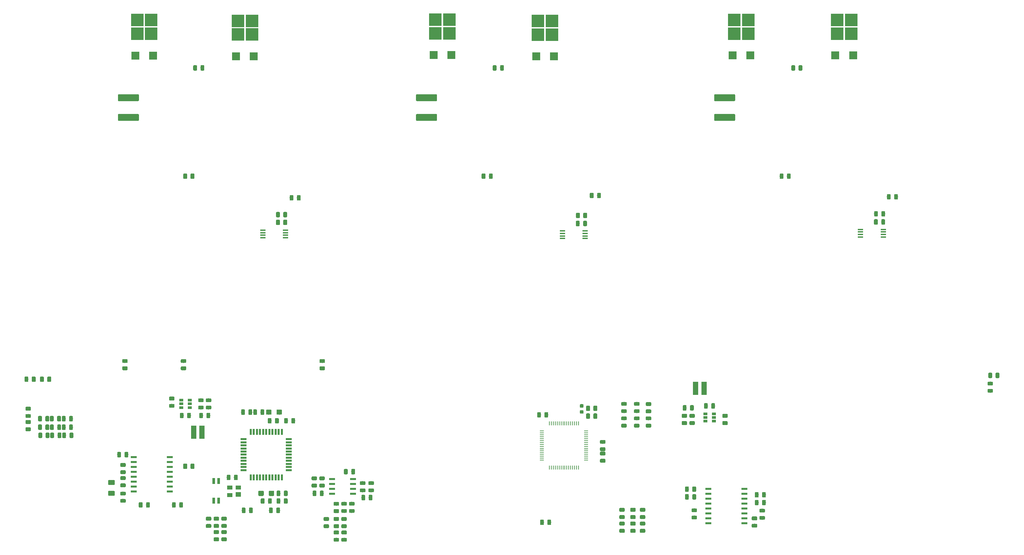
<source format=gbr>
%TF.GenerationSoftware,KiCad,Pcbnew,(5.0.0)*%
%TF.CreationDate,2019-04-29T14:59:10+02:00*%
%TF.ProjectId,Amalga_100,416D616C67615F3130302E6B69636164,rev?*%
%TF.SameCoordinates,Original*%
%TF.FileFunction,Paste,Top*%
%TF.FilePolarity,Positive*%
%FSLAX46Y46*%
G04 Gerber Fmt 4.6, Leading zero omitted, Abs format (unit mm)*
G04 Created by KiCad (PCBNEW (5.0.0)) date 04/29/19 14:59:10*
%MOMM*%
%LPD*%
G01*
G04 APERTURE LIST*
%ADD10C,0.100000*%
%ADD11C,0.975000*%
%ADD12R,1.550000X0.600000*%
%ADD13R,1.400000X1.200000*%
%ADD14R,1.400000X1.000000*%
%ADD15R,0.760000X1.600000*%
%ADD16R,1.350000X3.400000*%
%ADD17C,1.800000*%
%ADD18C,1.350000*%
%ADD19C,1.250000*%
%ADD20R,1.450000X0.450000*%
%ADD21R,2.000000X2.000000*%
%ADD22R,3.300000X3.300000*%
%ADD23R,0.560000X1.600000*%
%ADD24R,1.600000X0.560000*%
%ADD25R,1.060000X0.650000*%
%ADD26C,0.875000*%
%ADD27R,1.500000X0.600000*%
%ADD28R,0.250000X1.000000*%
%ADD29R,1.000000X0.250000*%
G04 APERTURE END LIST*
D10*
G36*
X104505142Y-152801174D02*
X104528803Y-152804684D01*
X104552007Y-152810496D01*
X104574529Y-152818554D01*
X104596153Y-152828782D01*
X104616670Y-152841079D01*
X104635883Y-152855329D01*
X104653607Y-152871393D01*
X104669671Y-152889117D01*
X104683921Y-152908330D01*
X104696218Y-152928847D01*
X104706446Y-152950471D01*
X104714504Y-152972993D01*
X104720316Y-152996197D01*
X104723826Y-153019858D01*
X104725000Y-153043750D01*
X104725000Y-153956250D01*
X104723826Y-153980142D01*
X104720316Y-154003803D01*
X104714504Y-154027007D01*
X104706446Y-154049529D01*
X104696218Y-154071153D01*
X104683921Y-154091670D01*
X104669671Y-154110883D01*
X104653607Y-154128607D01*
X104635883Y-154144671D01*
X104616670Y-154158921D01*
X104596153Y-154171218D01*
X104574529Y-154181446D01*
X104552007Y-154189504D01*
X104528803Y-154195316D01*
X104505142Y-154198826D01*
X104481250Y-154200000D01*
X103993750Y-154200000D01*
X103969858Y-154198826D01*
X103946197Y-154195316D01*
X103922993Y-154189504D01*
X103900471Y-154181446D01*
X103878847Y-154171218D01*
X103858330Y-154158921D01*
X103839117Y-154144671D01*
X103821393Y-154128607D01*
X103805329Y-154110883D01*
X103791079Y-154091670D01*
X103778782Y-154071153D01*
X103768554Y-154049529D01*
X103760496Y-154027007D01*
X103754684Y-154003803D01*
X103751174Y-153980142D01*
X103750000Y-153956250D01*
X103750000Y-153043750D01*
X103751174Y-153019858D01*
X103754684Y-152996197D01*
X103760496Y-152972993D01*
X103768554Y-152950471D01*
X103778782Y-152928847D01*
X103791079Y-152908330D01*
X103805329Y-152889117D01*
X103821393Y-152871393D01*
X103839117Y-152855329D01*
X103858330Y-152841079D01*
X103878847Y-152828782D01*
X103900471Y-152818554D01*
X103922993Y-152810496D01*
X103946197Y-152804684D01*
X103969858Y-152801174D01*
X103993750Y-152800000D01*
X104481250Y-152800000D01*
X104505142Y-152801174D01*
X104505142Y-152801174D01*
G37*
D11*
X104237500Y-153500000D03*
D10*
G36*
X102630142Y-152801174D02*
X102653803Y-152804684D01*
X102677007Y-152810496D01*
X102699529Y-152818554D01*
X102721153Y-152828782D01*
X102741670Y-152841079D01*
X102760883Y-152855329D01*
X102778607Y-152871393D01*
X102794671Y-152889117D01*
X102808921Y-152908330D01*
X102821218Y-152928847D01*
X102831446Y-152950471D01*
X102839504Y-152972993D01*
X102845316Y-152996197D01*
X102848826Y-153019858D01*
X102850000Y-153043750D01*
X102850000Y-153956250D01*
X102848826Y-153980142D01*
X102845316Y-154003803D01*
X102839504Y-154027007D01*
X102831446Y-154049529D01*
X102821218Y-154071153D01*
X102808921Y-154091670D01*
X102794671Y-154110883D01*
X102778607Y-154128607D01*
X102760883Y-154144671D01*
X102741670Y-154158921D01*
X102721153Y-154171218D01*
X102699529Y-154181446D01*
X102677007Y-154189504D01*
X102653803Y-154195316D01*
X102630142Y-154198826D01*
X102606250Y-154200000D01*
X102118750Y-154200000D01*
X102094858Y-154198826D01*
X102071197Y-154195316D01*
X102047993Y-154189504D01*
X102025471Y-154181446D01*
X102003847Y-154171218D01*
X101983330Y-154158921D01*
X101964117Y-154144671D01*
X101946393Y-154128607D01*
X101930329Y-154110883D01*
X101916079Y-154091670D01*
X101903782Y-154071153D01*
X101893554Y-154049529D01*
X101885496Y-154027007D01*
X101879684Y-154003803D01*
X101876174Y-153980142D01*
X101875000Y-153956250D01*
X101875000Y-153043750D01*
X101876174Y-153019858D01*
X101879684Y-152996197D01*
X101885496Y-152972993D01*
X101893554Y-152950471D01*
X101903782Y-152928847D01*
X101916079Y-152908330D01*
X101930329Y-152889117D01*
X101946393Y-152871393D01*
X101964117Y-152855329D01*
X101983330Y-152841079D01*
X102003847Y-152828782D01*
X102025471Y-152818554D01*
X102047993Y-152810496D01*
X102071197Y-152804684D01*
X102094858Y-152801174D01*
X102118750Y-152800000D01*
X102606250Y-152800000D01*
X102630142Y-152801174D01*
X102630142Y-152801174D01*
G37*
D11*
X102362500Y-153500000D03*
D12*
X112300000Y-149830000D03*
X112300000Y-151100000D03*
X112300000Y-152370000D03*
X112300000Y-153640000D03*
X106900000Y-153640000D03*
X106900000Y-152370000D03*
X106900000Y-151100000D03*
X106900000Y-149830000D03*
D10*
G36*
X80430142Y-148701174D02*
X80453803Y-148704684D01*
X80477007Y-148710496D01*
X80499529Y-148718554D01*
X80521153Y-148728782D01*
X80541670Y-148741079D01*
X80560883Y-148755329D01*
X80578607Y-148771393D01*
X80594671Y-148789117D01*
X80608921Y-148808330D01*
X80621218Y-148828847D01*
X80631446Y-148850471D01*
X80639504Y-148872993D01*
X80645316Y-148896197D01*
X80648826Y-148919858D01*
X80650000Y-148943750D01*
X80650000Y-149856250D01*
X80648826Y-149880142D01*
X80645316Y-149903803D01*
X80639504Y-149927007D01*
X80631446Y-149949529D01*
X80621218Y-149971153D01*
X80608921Y-149991670D01*
X80594671Y-150010883D01*
X80578607Y-150028607D01*
X80560883Y-150044671D01*
X80541670Y-150058921D01*
X80521153Y-150071218D01*
X80499529Y-150081446D01*
X80477007Y-150089504D01*
X80453803Y-150095316D01*
X80430142Y-150098826D01*
X80406250Y-150100000D01*
X79918750Y-150100000D01*
X79894858Y-150098826D01*
X79871197Y-150095316D01*
X79847993Y-150089504D01*
X79825471Y-150081446D01*
X79803847Y-150071218D01*
X79783330Y-150058921D01*
X79764117Y-150044671D01*
X79746393Y-150028607D01*
X79730329Y-150010883D01*
X79716079Y-149991670D01*
X79703782Y-149971153D01*
X79693554Y-149949529D01*
X79685496Y-149927007D01*
X79679684Y-149903803D01*
X79676174Y-149880142D01*
X79675000Y-149856250D01*
X79675000Y-148943750D01*
X79676174Y-148919858D01*
X79679684Y-148896197D01*
X79685496Y-148872993D01*
X79693554Y-148850471D01*
X79703782Y-148828847D01*
X79716079Y-148808330D01*
X79730329Y-148789117D01*
X79746393Y-148771393D01*
X79764117Y-148755329D01*
X79783330Y-148741079D01*
X79803847Y-148728782D01*
X79825471Y-148718554D01*
X79847993Y-148710496D01*
X79871197Y-148704684D01*
X79894858Y-148701174D01*
X79918750Y-148700000D01*
X80406250Y-148700000D01*
X80430142Y-148701174D01*
X80430142Y-148701174D01*
G37*
D11*
X80162500Y-149400000D03*
D10*
G36*
X82305142Y-148701174D02*
X82328803Y-148704684D01*
X82352007Y-148710496D01*
X82374529Y-148718554D01*
X82396153Y-148728782D01*
X82416670Y-148741079D01*
X82435883Y-148755329D01*
X82453607Y-148771393D01*
X82469671Y-148789117D01*
X82483921Y-148808330D01*
X82496218Y-148828847D01*
X82506446Y-148850471D01*
X82514504Y-148872993D01*
X82520316Y-148896197D01*
X82523826Y-148919858D01*
X82525000Y-148943750D01*
X82525000Y-149856250D01*
X82523826Y-149880142D01*
X82520316Y-149903803D01*
X82514504Y-149927007D01*
X82506446Y-149949529D01*
X82496218Y-149971153D01*
X82483921Y-149991670D01*
X82469671Y-150010883D01*
X82453607Y-150028607D01*
X82435883Y-150044671D01*
X82416670Y-150058921D01*
X82396153Y-150071218D01*
X82374529Y-150081446D01*
X82352007Y-150089504D01*
X82328803Y-150095316D01*
X82305142Y-150098826D01*
X82281250Y-150100000D01*
X81793750Y-150100000D01*
X81769858Y-150098826D01*
X81746197Y-150095316D01*
X81722993Y-150089504D01*
X81700471Y-150081446D01*
X81678847Y-150071218D01*
X81658330Y-150058921D01*
X81639117Y-150044671D01*
X81621393Y-150028607D01*
X81605329Y-150010883D01*
X81591079Y-149991670D01*
X81578782Y-149971153D01*
X81568554Y-149949529D01*
X81560496Y-149927007D01*
X81554684Y-149903803D01*
X81551174Y-149880142D01*
X81550000Y-149856250D01*
X81550000Y-148943750D01*
X81551174Y-148919858D01*
X81554684Y-148896197D01*
X81560496Y-148872993D01*
X81568554Y-148850471D01*
X81578782Y-148828847D01*
X81591079Y-148808330D01*
X81605329Y-148789117D01*
X81621393Y-148771393D01*
X81639117Y-148755329D01*
X81658330Y-148741079D01*
X81678847Y-148728782D01*
X81700471Y-148718554D01*
X81722993Y-148710496D01*
X81746197Y-148704684D01*
X81769858Y-148701174D01*
X81793750Y-148700000D01*
X82281250Y-148700000D01*
X82305142Y-148701174D01*
X82305142Y-148701174D01*
G37*
D11*
X82037500Y-149400000D03*
D10*
G36*
X97145142Y-134041174D02*
X97168803Y-134044684D01*
X97192007Y-134050496D01*
X97214529Y-134058554D01*
X97236153Y-134068782D01*
X97256670Y-134081079D01*
X97275883Y-134095329D01*
X97293607Y-134111393D01*
X97309671Y-134129117D01*
X97323921Y-134148330D01*
X97336218Y-134168847D01*
X97346446Y-134190471D01*
X97354504Y-134212993D01*
X97360316Y-134236197D01*
X97363826Y-134259858D01*
X97365000Y-134283750D01*
X97365000Y-135196250D01*
X97363826Y-135220142D01*
X97360316Y-135243803D01*
X97354504Y-135267007D01*
X97346446Y-135289529D01*
X97336218Y-135311153D01*
X97323921Y-135331670D01*
X97309671Y-135350883D01*
X97293607Y-135368607D01*
X97275883Y-135384671D01*
X97256670Y-135398921D01*
X97236153Y-135411218D01*
X97214529Y-135421446D01*
X97192007Y-135429504D01*
X97168803Y-135435316D01*
X97145142Y-135438826D01*
X97121250Y-135440000D01*
X96633750Y-135440000D01*
X96609858Y-135438826D01*
X96586197Y-135435316D01*
X96562993Y-135429504D01*
X96540471Y-135421446D01*
X96518847Y-135411218D01*
X96498330Y-135398921D01*
X96479117Y-135384671D01*
X96461393Y-135368607D01*
X96445329Y-135350883D01*
X96431079Y-135331670D01*
X96418782Y-135311153D01*
X96408554Y-135289529D01*
X96400496Y-135267007D01*
X96394684Y-135243803D01*
X96391174Y-135220142D01*
X96390000Y-135196250D01*
X96390000Y-134283750D01*
X96391174Y-134259858D01*
X96394684Y-134236197D01*
X96400496Y-134212993D01*
X96408554Y-134190471D01*
X96418782Y-134168847D01*
X96431079Y-134148330D01*
X96445329Y-134129117D01*
X96461393Y-134111393D01*
X96479117Y-134095329D01*
X96498330Y-134081079D01*
X96518847Y-134068782D01*
X96540471Y-134058554D01*
X96562993Y-134050496D01*
X96586197Y-134044684D01*
X96609858Y-134041174D01*
X96633750Y-134040000D01*
X97121250Y-134040000D01*
X97145142Y-134041174D01*
X97145142Y-134041174D01*
G37*
D11*
X96877500Y-134740000D03*
D10*
G36*
X95270142Y-134041174D02*
X95293803Y-134044684D01*
X95317007Y-134050496D01*
X95339529Y-134058554D01*
X95361153Y-134068782D01*
X95381670Y-134081079D01*
X95400883Y-134095329D01*
X95418607Y-134111393D01*
X95434671Y-134129117D01*
X95448921Y-134148330D01*
X95461218Y-134168847D01*
X95471446Y-134190471D01*
X95479504Y-134212993D01*
X95485316Y-134236197D01*
X95488826Y-134259858D01*
X95490000Y-134283750D01*
X95490000Y-135196250D01*
X95488826Y-135220142D01*
X95485316Y-135243803D01*
X95479504Y-135267007D01*
X95471446Y-135289529D01*
X95461218Y-135311153D01*
X95448921Y-135331670D01*
X95434671Y-135350883D01*
X95418607Y-135368607D01*
X95400883Y-135384671D01*
X95381670Y-135398921D01*
X95361153Y-135411218D01*
X95339529Y-135421446D01*
X95317007Y-135429504D01*
X95293803Y-135435316D01*
X95270142Y-135438826D01*
X95246250Y-135440000D01*
X94758750Y-135440000D01*
X94734858Y-135438826D01*
X94711197Y-135435316D01*
X94687993Y-135429504D01*
X94665471Y-135421446D01*
X94643847Y-135411218D01*
X94623330Y-135398921D01*
X94604117Y-135384671D01*
X94586393Y-135368607D01*
X94570329Y-135350883D01*
X94556079Y-135331670D01*
X94543782Y-135311153D01*
X94533554Y-135289529D01*
X94525496Y-135267007D01*
X94519684Y-135243803D01*
X94516174Y-135220142D01*
X94515000Y-135196250D01*
X94515000Y-134283750D01*
X94516174Y-134259858D01*
X94519684Y-134236197D01*
X94525496Y-134212993D01*
X94533554Y-134190471D01*
X94543782Y-134168847D01*
X94556079Y-134148330D01*
X94570329Y-134129117D01*
X94586393Y-134111393D01*
X94604117Y-134095329D01*
X94623330Y-134081079D01*
X94643847Y-134068782D01*
X94665471Y-134058554D01*
X94687993Y-134050496D01*
X94711197Y-134044684D01*
X94734858Y-134041174D01*
X94758750Y-134040000D01*
X95246250Y-134040000D01*
X95270142Y-134041174D01*
X95270142Y-134041174D01*
G37*
D11*
X95002500Y-134740000D03*
D13*
X82700000Y-153770000D03*
D14*
X82700000Y-152050000D03*
X80500000Y-152050000D03*
X80500000Y-153950000D03*
D10*
G36*
X75480142Y-161451174D02*
X75503803Y-161454684D01*
X75527007Y-161460496D01*
X75549529Y-161468554D01*
X75571153Y-161478782D01*
X75591670Y-161491079D01*
X75610883Y-161505329D01*
X75628607Y-161521393D01*
X75644671Y-161539117D01*
X75658921Y-161558330D01*
X75671218Y-161578847D01*
X75681446Y-161600471D01*
X75689504Y-161622993D01*
X75695316Y-161646197D01*
X75698826Y-161669858D01*
X75700000Y-161693750D01*
X75700000Y-162181250D01*
X75698826Y-162205142D01*
X75695316Y-162228803D01*
X75689504Y-162252007D01*
X75681446Y-162274529D01*
X75671218Y-162296153D01*
X75658921Y-162316670D01*
X75644671Y-162335883D01*
X75628607Y-162353607D01*
X75610883Y-162369671D01*
X75591670Y-162383921D01*
X75571153Y-162396218D01*
X75549529Y-162406446D01*
X75527007Y-162414504D01*
X75503803Y-162420316D01*
X75480142Y-162423826D01*
X75456250Y-162425000D01*
X74543750Y-162425000D01*
X74519858Y-162423826D01*
X74496197Y-162420316D01*
X74472993Y-162414504D01*
X74450471Y-162406446D01*
X74428847Y-162396218D01*
X74408330Y-162383921D01*
X74389117Y-162369671D01*
X74371393Y-162353607D01*
X74355329Y-162335883D01*
X74341079Y-162316670D01*
X74328782Y-162296153D01*
X74318554Y-162274529D01*
X74310496Y-162252007D01*
X74304684Y-162228803D01*
X74301174Y-162205142D01*
X74300000Y-162181250D01*
X74300000Y-161693750D01*
X74301174Y-161669858D01*
X74304684Y-161646197D01*
X74310496Y-161622993D01*
X74318554Y-161600471D01*
X74328782Y-161578847D01*
X74341079Y-161558330D01*
X74355329Y-161539117D01*
X74371393Y-161521393D01*
X74389117Y-161505329D01*
X74408330Y-161491079D01*
X74428847Y-161478782D01*
X74450471Y-161468554D01*
X74472993Y-161460496D01*
X74496197Y-161454684D01*
X74519858Y-161451174D01*
X74543750Y-161450000D01*
X75456250Y-161450000D01*
X75480142Y-161451174D01*
X75480142Y-161451174D01*
G37*
D11*
X75000000Y-161937500D03*
D10*
G36*
X75480142Y-159576174D02*
X75503803Y-159579684D01*
X75527007Y-159585496D01*
X75549529Y-159593554D01*
X75571153Y-159603782D01*
X75591670Y-159616079D01*
X75610883Y-159630329D01*
X75628607Y-159646393D01*
X75644671Y-159664117D01*
X75658921Y-159683330D01*
X75671218Y-159703847D01*
X75681446Y-159725471D01*
X75689504Y-159747993D01*
X75695316Y-159771197D01*
X75698826Y-159794858D01*
X75700000Y-159818750D01*
X75700000Y-160306250D01*
X75698826Y-160330142D01*
X75695316Y-160353803D01*
X75689504Y-160377007D01*
X75681446Y-160399529D01*
X75671218Y-160421153D01*
X75658921Y-160441670D01*
X75644671Y-160460883D01*
X75628607Y-160478607D01*
X75610883Y-160494671D01*
X75591670Y-160508921D01*
X75571153Y-160521218D01*
X75549529Y-160531446D01*
X75527007Y-160539504D01*
X75503803Y-160545316D01*
X75480142Y-160548826D01*
X75456250Y-160550000D01*
X74543750Y-160550000D01*
X74519858Y-160548826D01*
X74496197Y-160545316D01*
X74472993Y-160539504D01*
X74450471Y-160531446D01*
X74428847Y-160521218D01*
X74408330Y-160508921D01*
X74389117Y-160494671D01*
X74371393Y-160478607D01*
X74355329Y-160460883D01*
X74341079Y-160441670D01*
X74328782Y-160421153D01*
X74318554Y-160399529D01*
X74310496Y-160377007D01*
X74304684Y-160353803D01*
X74301174Y-160330142D01*
X74300000Y-160306250D01*
X74300000Y-159818750D01*
X74301174Y-159794858D01*
X74304684Y-159771197D01*
X74310496Y-159747993D01*
X74318554Y-159725471D01*
X74328782Y-159703847D01*
X74341079Y-159683330D01*
X74355329Y-159664117D01*
X74371393Y-159646393D01*
X74389117Y-159630329D01*
X74408330Y-159616079D01*
X74428847Y-159603782D01*
X74450471Y-159593554D01*
X74472993Y-159585496D01*
X74496197Y-159579684D01*
X74519858Y-159576174D01*
X74543750Y-159575000D01*
X75456250Y-159575000D01*
X75480142Y-159576174D01*
X75480142Y-159576174D01*
G37*
D11*
X75000000Y-160062500D03*
D10*
G36*
X77480142Y-161451174D02*
X77503803Y-161454684D01*
X77527007Y-161460496D01*
X77549529Y-161468554D01*
X77571153Y-161478782D01*
X77591670Y-161491079D01*
X77610883Y-161505329D01*
X77628607Y-161521393D01*
X77644671Y-161539117D01*
X77658921Y-161558330D01*
X77671218Y-161578847D01*
X77681446Y-161600471D01*
X77689504Y-161622993D01*
X77695316Y-161646197D01*
X77698826Y-161669858D01*
X77700000Y-161693750D01*
X77700000Y-162181250D01*
X77698826Y-162205142D01*
X77695316Y-162228803D01*
X77689504Y-162252007D01*
X77681446Y-162274529D01*
X77671218Y-162296153D01*
X77658921Y-162316670D01*
X77644671Y-162335883D01*
X77628607Y-162353607D01*
X77610883Y-162369671D01*
X77591670Y-162383921D01*
X77571153Y-162396218D01*
X77549529Y-162406446D01*
X77527007Y-162414504D01*
X77503803Y-162420316D01*
X77480142Y-162423826D01*
X77456250Y-162425000D01*
X76543750Y-162425000D01*
X76519858Y-162423826D01*
X76496197Y-162420316D01*
X76472993Y-162414504D01*
X76450471Y-162406446D01*
X76428847Y-162396218D01*
X76408330Y-162383921D01*
X76389117Y-162369671D01*
X76371393Y-162353607D01*
X76355329Y-162335883D01*
X76341079Y-162316670D01*
X76328782Y-162296153D01*
X76318554Y-162274529D01*
X76310496Y-162252007D01*
X76304684Y-162228803D01*
X76301174Y-162205142D01*
X76300000Y-162181250D01*
X76300000Y-161693750D01*
X76301174Y-161669858D01*
X76304684Y-161646197D01*
X76310496Y-161622993D01*
X76318554Y-161600471D01*
X76328782Y-161578847D01*
X76341079Y-161558330D01*
X76355329Y-161539117D01*
X76371393Y-161521393D01*
X76389117Y-161505329D01*
X76408330Y-161491079D01*
X76428847Y-161478782D01*
X76450471Y-161468554D01*
X76472993Y-161460496D01*
X76496197Y-161454684D01*
X76519858Y-161451174D01*
X76543750Y-161450000D01*
X77456250Y-161450000D01*
X77480142Y-161451174D01*
X77480142Y-161451174D01*
G37*
D11*
X77000000Y-161937500D03*
D10*
G36*
X77480142Y-159576174D02*
X77503803Y-159579684D01*
X77527007Y-159585496D01*
X77549529Y-159593554D01*
X77571153Y-159603782D01*
X77591670Y-159616079D01*
X77610883Y-159630329D01*
X77628607Y-159646393D01*
X77644671Y-159664117D01*
X77658921Y-159683330D01*
X77671218Y-159703847D01*
X77681446Y-159725471D01*
X77689504Y-159747993D01*
X77695316Y-159771197D01*
X77698826Y-159794858D01*
X77700000Y-159818750D01*
X77700000Y-160306250D01*
X77698826Y-160330142D01*
X77695316Y-160353803D01*
X77689504Y-160377007D01*
X77681446Y-160399529D01*
X77671218Y-160421153D01*
X77658921Y-160441670D01*
X77644671Y-160460883D01*
X77628607Y-160478607D01*
X77610883Y-160494671D01*
X77591670Y-160508921D01*
X77571153Y-160521218D01*
X77549529Y-160531446D01*
X77527007Y-160539504D01*
X77503803Y-160545316D01*
X77480142Y-160548826D01*
X77456250Y-160550000D01*
X76543750Y-160550000D01*
X76519858Y-160548826D01*
X76496197Y-160545316D01*
X76472993Y-160539504D01*
X76450471Y-160531446D01*
X76428847Y-160521218D01*
X76408330Y-160508921D01*
X76389117Y-160494671D01*
X76371393Y-160478607D01*
X76355329Y-160460883D01*
X76341079Y-160441670D01*
X76328782Y-160421153D01*
X76318554Y-160399529D01*
X76310496Y-160377007D01*
X76304684Y-160353803D01*
X76301174Y-160330142D01*
X76300000Y-160306250D01*
X76300000Y-159818750D01*
X76301174Y-159794858D01*
X76304684Y-159771197D01*
X76310496Y-159747993D01*
X76318554Y-159725471D01*
X76328782Y-159703847D01*
X76341079Y-159683330D01*
X76355329Y-159664117D01*
X76371393Y-159646393D01*
X76389117Y-159630329D01*
X76408330Y-159616079D01*
X76428847Y-159603782D01*
X76450471Y-159593554D01*
X76472993Y-159585496D01*
X76496197Y-159579684D01*
X76519858Y-159576174D01*
X76543750Y-159575000D01*
X77456250Y-159575000D01*
X77480142Y-159576174D01*
X77480142Y-159576174D01*
G37*
D11*
X77000000Y-160062500D03*
D10*
G36*
X77480142Y-163038674D02*
X77503803Y-163042184D01*
X77527007Y-163047996D01*
X77549529Y-163056054D01*
X77571153Y-163066282D01*
X77591670Y-163078579D01*
X77610883Y-163092829D01*
X77628607Y-163108893D01*
X77644671Y-163126617D01*
X77658921Y-163145830D01*
X77671218Y-163166347D01*
X77681446Y-163187971D01*
X77689504Y-163210493D01*
X77695316Y-163233697D01*
X77698826Y-163257358D01*
X77700000Y-163281250D01*
X77700000Y-163768750D01*
X77698826Y-163792642D01*
X77695316Y-163816303D01*
X77689504Y-163839507D01*
X77681446Y-163862029D01*
X77671218Y-163883653D01*
X77658921Y-163904170D01*
X77644671Y-163923383D01*
X77628607Y-163941107D01*
X77610883Y-163957171D01*
X77591670Y-163971421D01*
X77571153Y-163983718D01*
X77549529Y-163993946D01*
X77527007Y-164002004D01*
X77503803Y-164007816D01*
X77480142Y-164011326D01*
X77456250Y-164012500D01*
X76543750Y-164012500D01*
X76519858Y-164011326D01*
X76496197Y-164007816D01*
X76472993Y-164002004D01*
X76450471Y-163993946D01*
X76428847Y-163983718D01*
X76408330Y-163971421D01*
X76389117Y-163957171D01*
X76371393Y-163941107D01*
X76355329Y-163923383D01*
X76341079Y-163904170D01*
X76328782Y-163883653D01*
X76318554Y-163862029D01*
X76310496Y-163839507D01*
X76304684Y-163816303D01*
X76301174Y-163792642D01*
X76300000Y-163768750D01*
X76300000Y-163281250D01*
X76301174Y-163257358D01*
X76304684Y-163233697D01*
X76310496Y-163210493D01*
X76318554Y-163187971D01*
X76328782Y-163166347D01*
X76341079Y-163145830D01*
X76355329Y-163126617D01*
X76371393Y-163108893D01*
X76389117Y-163092829D01*
X76408330Y-163078579D01*
X76428847Y-163066282D01*
X76450471Y-163056054D01*
X76472993Y-163047996D01*
X76496197Y-163042184D01*
X76519858Y-163038674D01*
X76543750Y-163037500D01*
X77456250Y-163037500D01*
X77480142Y-163038674D01*
X77480142Y-163038674D01*
G37*
D11*
X77000000Y-163525000D03*
D10*
G36*
X77480142Y-164913674D02*
X77503803Y-164917184D01*
X77527007Y-164922996D01*
X77549529Y-164931054D01*
X77571153Y-164941282D01*
X77591670Y-164953579D01*
X77610883Y-164967829D01*
X77628607Y-164983893D01*
X77644671Y-165001617D01*
X77658921Y-165020830D01*
X77671218Y-165041347D01*
X77681446Y-165062971D01*
X77689504Y-165085493D01*
X77695316Y-165108697D01*
X77698826Y-165132358D01*
X77700000Y-165156250D01*
X77700000Y-165643750D01*
X77698826Y-165667642D01*
X77695316Y-165691303D01*
X77689504Y-165714507D01*
X77681446Y-165737029D01*
X77671218Y-165758653D01*
X77658921Y-165779170D01*
X77644671Y-165798383D01*
X77628607Y-165816107D01*
X77610883Y-165832171D01*
X77591670Y-165846421D01*
X77571153Y-165858718D01*
X77549529Y-165868946D01*
X77527007Y-165877004D01*
X77503803Y-165882816D01*
X77480142Y-165886326D01*
X77456250Y-165887500D01*
X76543750Y-165887500D01*
X76519858Y-165886326D01*
X76496197Y-165882816D01*
X76472993Y-165877004D01*
X76450471Y-165868946D01*
X76428847Y-165858718D01*
X76408330Y-165846421D01*
X76389117Y-165832171D01*
X76371393Y-165816107D01*
X76355329Y-165798383D01*
X76341079Y-165779170D01*
X76328782Y-165758653D01*
X76318554Y-165737029D01*
X76310496Y-165714507D01*
X76304684Y-165691303D01*
X76301174Y-165667642D01*
X76300000Y-165643750D01*
X76300000Y-165156250D01*
X76301174Y-165132358D01*
X76304684Y-165108697D01*
X76310496Y-165085493D01*
X76318554Y-165062971D01*
X76328782Y-165041347D01*
X76341079Y-165020830D01*
X76355329Y-165001617D01*
X76371393Y-164983893D01*
X76389117Y-164967829D01*
X76408330Y-164953579D01*
X76428847Y-164941282D01*
X76450471Y-164931054D01*
X76472993Y-164922996D01*
X76496197Y-164917184D01*
X76519858Y-164913674D01*
X76543750Y-164912500D01*
X77456250Y-164912500D01*
X77480142Y-164913674D01*
X77480142Y-164913674D01*
G37*
D11*
X77000000Y-165400000D03*
D10*
G36*
X79480142Y-161451174D02*
X79503803Y-161454684D01*
X79527007Y-161460496D01*
X79549529Y-161468554D01*
X79571153Y-161478782D01*
X79591670Y-161491079D01*
X79610883Y-161505329D01*
X79628607Y-161521393D01*
X79644671Y-161539117D01*
X79658921Y-161558330D01*
X79671218Y-161578847D01*
X79681446Y-161600471D01*
X79689504Y-161622993D01*
X79695316Y-161646197D01*
X79698826Y-161669858D01*
X79700000Y-161693750D01*
X79700000Y-162181250D01*
X79698826Y-162205142D01*
X79695316Y-162228803D01*
X79689504Y-162252007D01*
X79681446Y-162274529D01*
X79671218Y-162296153D01*
X79658921Y-162316670D01*
X79644671Y-162335883D01*
X79628607Y-162353607D01*
X79610883Y-162369671D01*
X79591670Y-162383921D01*
X79571153Y-162396218D01*
X79549529Y-162406446D01*
X79527007Y-162414504D01*
X79503803Y-162420316D01*
X79480142Y-162423826D01*
X79456250Y-162425000D01*
X78543750Y-162425000D01*
X78519858Y-162423826D01*
X78496197Y-162420316D01*
X78472993Y-162414504D01*
X78450471Y-162406446D01*
X78428847Y-162396218D01*
X78408330Y-162383921D01*
X78389117Y-162369671D01*
X78371393Y-162353607D01*
X78355329Y-162335883D01*
X78341079Y-162316670D01*
X78328782Y-162296153D01*
X78318554Y-162274529D01*
X78310496Y-162252007D01*
X78304684Y-162228803D01*
X78301174Y-162205142D01*
X78300000Y-162181250D01*
X78300000Y-161693750D01*
X78301174Y-161669858D01*
X78304684Y-161646197D01*
X78310496Y-161622993D01*
X78318554Y-161600471D01*
X78328782Y-161578847D01*
X78341079Y-161558330D01*
X78355329Y-161539117D01*
X78371393Y-161521393D01*
X78389117Y-161505329D01*
X78408330Y-161491079D01*
X78428847Y-161478782D01*
X78450471Y-161468554D01*
X78472993Y-161460496D01*
X78496197Y-161454684D01*
X78519858Y-161451174D01*
X78543750Y-161450000D01*
X79456250Y-161450000D01*
X79480142Y-161451174D01*
X79480142Y-161451174D01*
G37*
D11*
X79000000Y-161937500D03*
D10*
G36*
X79480142Y-159576174D02*
X79503803Y-159579684D01*
X79527007Y-159585496D01*
X79549529Y-159593554D01*
X79571153Y-159603782D01*
X79591670Y-159616079D01*
X79610883Y-159630329D01*
X79628607Y-159646393D01*
X79644671Y-159664117D01*
X79658921Y-159683330D01*
X79671218Y-159703847D01*
X79681446Y-159725471D01*
X79689504Y-159747993D01*
X79695316Y-159771197D01*
X79698826Y-159794858D01*
X79700000Y-159818750D01*
X79700000Y-160306250D01*
X79698826Y-160330142D01*
X79695316Y-160353803D01*
X79689504Y-160377007D01*
X79681446Y-160399529D01*
X79671218Y-160421153D01*
X79658921Y-160441670D01*
X79644671Y-160460883D01*
X79628607Y-160478607D01*
X79610883Y-160494671D01*
X79591670Y-160508921D01*
X79571153Y-160521218D01*
X79549529Y-160531446D01*
X79527007Y-160539504D01*
X79503803Y-160545316D01*
X79480142Y-160548826D01*
X79456250Y-160550000D01*
X78543750Y-160550000D01*
X78519858Y-160548826D01*
X78496197Y-160545316D01*
X78472993Y-160539504D01*
X78450471Y-160531446D01*
X78428847Y-160521218D01*
X78408330Y-160508921D01*
X78389117Y-160494671D01*
X78371393Y-160478607D01*
X78355329Y-160460883D01*
X78341079Y-160441670D01*
X78328782Y-160421153D01*
X78318554Y-160399529D01*
X78310496Y-160377007D01*
X78304684Y-160353803D01*
X78301174Y-160330142D01*
X78300000Y-160306250D01*
X78300000Y-159818750D01*
X78301174Y-159794858D01*
X78304684Y-159771197D01*
X78310496Y-159747993D01*
X78318554Y-159725471D01*
X78328782Y-159703847D01*
X78341079Y-159683330D01*
X78355329Y-159664117D01*
X78371393Y-159646393D01*
X78389117Y-159630329D01*
X78408330Y-159616079D01*
X78428847Y-159603782D01*
X78450471Y-159593554D01*
X78472993Y-159585496D01*
X78496197Y-159579684D01*
X78519858Y-159576174D01*
X78543750Y-159575000D01*
X79456250Y-159575000D01*
X79480142Y-159576174D01*
X79480142Y-159576174D01*
G37*
D11*
X79000000Y-160062500D03*
D10*
G36*
X79480142Y-163038674D02*
X79503803Y-163042184D01*
X79527007Y-163047996D01*
X79549529Y-163056054D01*
X79571153Y-163066282D01*
X79591670Y-163078579D01*
X79610883Y-163092829D01*
X79628607Y-163108893D01*
X79644671Y-163126617D01*
X79658921Y-163145830D01*
X79671218Y-163166347D01*
X79681446Y-163187971D01*
X79689504Y-163210493D01*
X79695316Y-163233697D01*
X79698826Y-163257358D01*
X79700000Y-163281250D01*
X79700000Y-163768750D01*
X79698826Y-163792642D01*
X79695316Y-163816303D01*
X79689504Y-163839507D01*
X79681446Y-163862029D01*
X79671218Y-163883653D01*
X79658921Y-163904170D01*
X79644671Y-163923383D01*
X79628607Y-163941107D01*
X79610883Y-163957171D01*
X79591670Y-163971421D01*
X79571153Y-163983718D01*
X79549529Y-163993946D01*
X79527007Y-164002004D01*
X79503803Y-164007816D01*
X79480142Y-164011326D01*
X79456250Y-164012500D01*
X78543750Y-164012500D01*
X78519858Y-164011326D01*
X78496197Y-164007816D01*
X78472993Y-164002004D01*
X78450471Y-163993946D01*
X78428847Y-163983718D01*
X78408330Y-163971421D01*
X78389117Y-163957171D01*
X78371393Y-163941107D01*
X78355329Y-163923383D01*
X78341079Y-163904170D01*
X78328782Y-163883653D01*
X78318554Y-163862029D01*
X78310496Y-163839507D01*
X78304684Y-163816303D01*
X78301174Y-163792642D01*
X78300000Y-163768750D01*
X78300000Y-163281250D01*
X78301174Y-163257358D01*
X78304684Y-163233697D01*
X78310496Y-163210493D01*
X78318554Y-163187971D01*
X78328782Y-163166347D01*
X78341079Y-163145830D01*
X78355329Y-163126617D01*
X78371393Y-163108893D01*
X78389117Y-163092829D01*
X78408330Y-163078579D01*
X78428847Y-163066282D01*
X78450471Y-163056054D01*
X78472993Y-163047996D01*
X78496197Y-163042184D01*
X78519858Y-163038674D01*
X78543750Y-163037500D01*
X79456250Y-163037500D01*
X79480142Y-163038674D01*
X79480142Y-163038674D01*
G37*
D11*
X79000000Y-163525000D03*
D10*
G36*
X79480142Y-164913674D02*
X79503803Y-164917184D01*
X79527007Y-164922996D01*
X79549529Y-164931054D01*
X79571153Y-164941282D01*
X79591670Y-164953579D01*
X79610883Y-164967829D01*
X79628607Y-164983893D01*
X79644671Y-165001617D01*
X79658921Y-165020830D01*
X79671218Y-165041347D01*
X79681446Y-165062971D01*
X79689504Y-165085493D01*
X79695316Y-165108697D01*
X79698826Y-165132358D01*
X79700000Y-165156250D01*
X79700000Y-165643750D01*
X79698826Y-165667642D01*
X79695316Y-165691303D01*
X79689504Y-165714507D01*
X79681446Y-165737029D01*
X79671218Y-165758653D01*
X79658921Y-165779170D01*
X79644671Y-165798383D01*
X79628607Y-165816107D01*
X79610883Y-165832171D01*
X79591670Y-165846421D01*
X79571153Y-165858718D01*
X79549529Y-165868946D01*
X79527007Y-165877004D01*
X79503803Y-165882816D01*
X79480142Y-165886326D01*
X79456250Y-165887500D01*
X78543750Y-165887500D01*
X78519858Y-165886326D01*
X78496197Y-165882816D01*
X78472993Y-165877004D01*
X78450471Y-165868946D01*
X78428847Y-165858718D01*
X78408330Y-165846421D01*
X78389117Y-165832171D01*
X78371393Y-165816107D01*
X78355329Y-165798383D01*
X78341079Y-165779170D01*
X78328782Y-165758653D01*
X78318554Y-165737029D01*
X78310496Y-165714507D01*
X78304684Y-165691303D01*
X78301174Y-165667642D01*
X78300000Y-165643750D01*
X78300000Y-165156250D01*
X78301174Y-165132358D01*
X78304684Y-165108697D01*
X78310496Y-165085493D01*
X78318554Y-165062971D01*
X78328782Y-165041347D01*
X78341079Y-165020830D01*
X78355329Y-165001617D01*
X78371393Y-164983893D01*
X78389117Y-164967829D01*
X78408330Y-164953579D01*
X78428847Y-164941282D01*
X78450471Y-164931054D01*
X78472993Y-164922996D01*
X78496197Y-164917184D01*
X78519858Y-164913674D01*
X78543750Y-164912500D01*
X79456250Y-164912500D01*
X79480142Y-164913674D01*
X79480142Y-164913674D01*
G37*
D11*
X79000000Y-165400000D03*
D10*
G36*
X105880142Y-161513674D02*
X105903803Y-161517184D01*
X105927007Y-161522996D01*
X105949529Y-161531054D01*
X105971153Y-161541282D01*
X105991670Y-161553579D01*
X106010883Y-161567829D01*
X106028607Y-161583893D01*
X106044671Y-161601617D01*
X106058921Y-161620830D01*
X106071218Y-161641347D01*
X106081446Y-161662971D01*
X106089504Y-161685493D01*
X106095316Y-161708697D01*
X106098826Y-161732358D01*
X106100000Y-161756250D01*
X106100000Y-162243750D01*
X106098826Y-162267642D01*
X106095316Y-162291303D01*
X106089504Y-162314507D01*
X106081446Y-162337029D01*
X106071218Y-162358653D01*
X106058921Y-162379170D01*
X106044671Y-162398383D01*
X106028607Y-162416107D01*
X106010883Y-162432171D01*
X105991670Y-162446421D01*
X105971153Y-162458718D01*
X105949529Y-162468946D01*
X105927007Y-162477004D01*
X105903803Y-162482816D01*
X105880142Y-162486326D01*
X105856250Y-162487500D01*
X104943750Y-162487500D01*
X104919858Y-162486326D01*
X104896197Y-162482816D01*
X104872993Y-162477004D01*
X104850471Y-162468946D01*
X104828847Y-162458718D01*
X104808330Y-162446421D01*
X104789117Y-162432171D01*
X104771393Y-162416107D01*
X104755329Y-162398383D01*
X104741079Y-162379170D01*
X104728782Y-162358653D01*
X104718554Y-162337029D01*
X104710496Y-162314507D01*
X104704684Y-162291303D01*
X104701174Y-162267642D01*
X104700000Y-162243750D01*
X104700000Y-161756250D01*
X104701174Y-161732358D01*
X104704684Y-161708697D01*
X104710496Y-161685493D01*
X104718554Y-161662971D01*
X104728782Y-161641347D01*
X104741079Y-161620830D01*
X104755329Y-161601617D01*
X104771393Y-161583893D01*
X104789117Y-161567829D01*
X104808330Y-161553579D01*
X104828847Y-161541282D01*
X104850471Y-161531054D01*
X104872993Y-161522996D01*
X104896197Y-161517184D01*
X104919858Y-161513674D01*
X104943750Y-161512500D01*
X105856250Y-161512500D01*
X105880142Y-161513674D01*
X105880142Y-161513674D01*
G37*
D11*
X105400000Y-162000000D03*
D10*
G36*
X105880142Y-159638674D02*
X105903803Y-159642184D01*
X105927007Y-159647996D01*
X105949529Y-159656054D01*
X105971153Y-159666282D01*
X105991670Y-159678579D01*
X106010883Y-159692829D01*
X106028607Y-159708893D01*
X106044671Y-159726617D01*
X106058921Y-159745830D01*
X106071218Y-159766347D01*
X106081446Y-159787971D01*
X106089504Y-159810493D01*
X106095316Y-159833697D01*
X106098826Y-159857358D01*
X106100000Y-159881250D01*
X106100000Y-160368750D01*
X106098826Y-160392642D01*
X106095316Y-160416303D01*
X106089504Y-160439507D01*
X106081446Y-160462029D01*
X106071218Y-160483653D01*
X106058921Y-160504170D01*
X106044671Y-160523383D01*
X106028607Y-160541107D01*
X106010883Y-160557171D01*
X105991670Y-160571421D01*
X105971153Y-160583718D01*
X105949529Y-160593946D01*
X105927007Y-160602004D01*
X105903803Y-160607816D01*
X105880142Y-160611326D01*
X105856250Y-160612500D01*
X104943750Y-160612500D01*
X104919858Y-160611326D01*
X104896197Y-160607816D01*
X104872993Y-160602004D01*
X104850471Y-160593946D01*
X104828847Y-160583718D01*
X104808330Y-160571421D01*
X104789117Y-160557171D01*
X104771393Y-160541107D01*
X104755329Y-160523383D01*
X104741079Y-160504170D01*
X104728782Y-160483653D01*
X104718554Y-160462029D01*
X104710496Y-160439507D01*
X104704684Y-160416303D01*
X104701174Y-160392642D01*
X104700000Y-160368750D01*
X104700000Y-159881250D01*
X104701174Y-159857358D01*
X104704684Y-159833697D01*
X104710496Y-159810493D01*
X104718554Y-159787971D01*
X104728782Y-159766347D01*
X104741079Y-159745830D01*
X104755329Y-159726617D01*
X104771393Y-159708893D01*
X104789117Y-159692829D01*
X104808330Y-159678579D01*
X104828847Y-159666282D01*
X104850471Y-159656054D01*
X104872993Y-159647996D01*
X104896197Y-159642184D01*
X104919858Y-159638674D01*
X104943750Y-159637500D01*
X105856250Y-159637500D01*
X105880142Y-159638674D01*
X105880142Y-159638674D01*
G37*
D11*
X105400000Y-160125000D03*
D10*
G36*
X110480142Y-163138674D02*
X110503803Y-163142184D01*
X110527007Y-163147996D01*
X110549529Y-163156054D01*
X110571153Y-163166282D01*
X110591670Y-163178579D01*
X110610883Y-163192829D01*
X110628607Y-163208893D01*
X110644671Y-163226617D01*
X110658921Y-163245830D01*
X110671218Y-163266347D01*
X110681446Y-163287971D01*
X110689504Y-163310493D01*
X110695316Y-163333697D01*
X110698826Y-163357358D01*
X110700000Y-163381250D01*
X110700000Y-163868750D01*
X110698826Y-163892642D01*
X110695316Y-163916303D01*
X110689504Y-163939507D01*
X110681446Y-163962029D01*
X110671218Y-163983653D01*
X110658921Y-164004170D01*
X110644671Y-164023383D01*
X110628607Y-164041107D01*
X110610883Y-164057171D01*
X110591670Y-164071421D01*
X110571153Y-164083718D01*
X110549529Y-164093946D01*
X110527007Y-164102004D01*
X110503803Y-164107816D01*
X110480142Y-164111326D01*
X110456250Y-164112500D01*
X109543750Y-164112500D01*
X109519858Y-164111326D01*
X109496197Y-164107816D01*
X109472993Y-164102004D01*
X109450471Y-164093946D01*
X109428847Y-164083718D01*
X109408330Y-164071421D01*
X109389117Y-164057171D01*
X109371393Y-164041107D01*
X109355329Y-164023383D01*
X109341079Y-164004170D01*
X109328782Y-163983653D01*
X109318554Y-163962029D01*
X109310496Y-163939507D01*
X109304684Y-163916303D01*
X109301174Y-163892642D01*
X109300000Y-163868750D01*
X109300000Y-163381250D01*
X109301174Y-163357358D01*
X109304684Y-163333697D01*
X109310496Y-163310493D01*
X109318554Y-163287971D01*
X109328782Y-163266347D01*
X109341079Y-163245830D01*
X109355329Y-163226617D01*
X109371393Y-163208893D01*
X109389117Y-163192829D01*
X109408330Y-163178579D01*
X109428847Y-163166282D01*
X109450471Y-163156054D01*
X109472993Y-163147996D01*
X109496197Y-163142184D01*
X109519858Y-163138674D01*
X109543750Y-163137500D01*
X110456250Y-163137500D01*
X110480142Y-163138674D01*
X110480142Y-163138674D01*
G37*
D11*
X110000000Y-163625000D03*
D10*
G36*
X110480142Y-165013674D02*
X110503803Y-165017184D01*
X110527007Y-165022996D01*
X110549529Y-165031054D01*
X110571153Y-165041282D01*
X110591670Y-165053579D01*
X110610883Y-165067829D01*
X110628607Y-165083893D01*
X110644671Y-165101617D01*
X110658921Y-165120830D01*
X110671218Y-165141347D01*
X110681446Y-165162971D01*
X110689504Y-165185493D01*
X110695316Y-165208697D01*
X110698826Y-165232358D01*
X110700000Y-165256250D01*
X110700000Y-165743750D01*
X110698826Y-165767642D01*
X110695316Y-165791303D01*
X110689504Y-165814507D01*
X110681446Y-165837029D01*
X110671218Y-165858653D01*
X110658921Y-165879170D01*
X110644671Y-165898383D01*
X110628607Y-165916107D01*
X110610883Y-165932171D01*
X110591670Y-165946421D01*
X110571153Y-165958718D01*
X110549529Y-165968946D01*
X110527007Y-165977004D01*
X110503803Y-165982816D01*
X110480142Y-165986326D01*
X110456250Y-165987500D01*
X109543750Y-165987500D01*
X109519858Y-165986326D01*
X109496197Y-165982816D01*
X109472993Y-165977004D01*
X109450471Y-165968946D01*
X109428847Y-165958718D01*
X109408330Y-165946421D01*
X109389117Y-165932171D01*
X109371393Y-165916107D01*
X109355329Y-165898383D01*
X109341079Y-165879170D01*
X109328782Y-165858653D01*
X109318554Y-165837029D01*
X109310496Y-165814507D01*
X109304684Y-165791303D01*
X109301174Y-165767642D01*
X109300000Y-165743750D01*
X109300000Y-165256250D01*
X109301174Y-165232358D01*
X109304684Y-165208697D01*
X109310496Y-165185493D01*
X109318554Y-165162971D01*
X109328782Y-165141347D01*
X109341079Y-165120830D01*
X109355329Y-165101617D01*
X109371393Y-165083893D01*
X109389117Y-165067829D01*
X109408330Y-165053579D01*
X109428847Y-165041282D01*
X109450471Y-165031054D01*
X109472993Y-165022996D01*
X109496197Y-165017184D01*
X109519858Y-165013674D01*
X109543750Y-165012500D01*
X110456250Y-165012500D01*
X110480142Y-165013674D01*
X110480142Y-165013674D01*
G37*
D11*
X110000000Y-165500000D03*
D10*
G36*
X110480142Y-159638674D02*
X110503803Y-159642184D01*
X110527007Y-159647996D01*
X110549529Y-159656054D01*
X110571153Y-159666282D01*
X110591670Y-159678579D01*
X110610883Y-159692829D01*
X110628607Y-159708893D01*
X110644671Y-159726617D01*
X110658921Y-159745830D01*
X110671218Y-159766347D01*
X110681446Y-159787971D01*
X110689504Y-159810493D01*
X110695316Y-159833697D01*
X110698826Y-159857358D01*
X110700000Y-159881250D01*
X110700000Y-160368750D01*
X110698826Y-160392642D01*
X110695316Y-160416303D01*
X110689504Y-160439507D01*
X110681446Y-160462029D01*
X110671218Y-160483653D01*
X110658921Y-160504170D01*
X110644671Y-160523383D01*
X110628607Y-160541107D01*
X110610883Y-160557171D01*
X110591670Y-160571421D01*
X110571153Y-160583718D01*
X110549529Y-160593946D01*
X110527007Y-160602004D01*
X110503803Y-160607816D01*
X110480142Y-160611326D01*
X110456250Y-160612500D01*
X109543750Y-160612500D01*
X109519858Y-160611326D01*
X109496197Y-160607816D01*
X109472993Y-160602004D01*
X109450471Y-160593946D01*
X109428847Y-160583718D01*
X109408330Y-160571421D01*
X109389117Y-160557171D01*
X109371393Y-160541107D01*
X109355329Y-160523383D01*
X109341079Y-160504170D01*
X109328782Y-160483653D01*
X109318554Y-160462029D01*
X109310496Y-160439507D01*
X109304684Y-160416303D01*
X109301174Y-160392642D01*
X109300000Y-160368750D01*
X109300000Y-159881250D01*
X109301174Y-159857358D01*
X109304684Y-159833697D01*
X109310496Y-159810493D01*
X109318554Y-159787971D01*
X109328782Y-159766347D01*
X109341079Y-159745830D01*
X109355329Y-159726617D01*
X109371393Y-159708893D01*
X109389117Y-159692829D01*
X109408330Y-159678579D01*
X109428847Y-159666282D01*
X109450471Y-159656054D01*
X109472993Y-159647996D01*
X109496197Y-159642184D01*
X109519858Y-159638674D01*
X109543750Y-159637500D01*
X110456250Y-159637500D01*
X110480142Y-159638674D01*
X110480142Y-159638674D01*
G37*
D11*
X110000000Y-160125000D03*
D10*
G36*
X110480142Y-161513674D02*
X110503803Y-161517184D01*
X110527007Y-161522996D01*
X110549529Y-161531054D01*
X110571153Y-161541282D01*
X110591670Y-161553579D01*
X110610883Y-161567829D01*
X110628607Y-161583893D01*
X110644671Y-161601617D01*
X110658921Y-161620830D01*
X110671218Y-161641347D01*
X110681446Y-161662971D01*
X110689504Y-161685493D01*
X110695316Y-161708697D01*
X110698826Y-161732358D01*
X110700000Y-161756250D01*
X110700000Y-162243750D01*
X110698826Y-162267642D01*
X110695316Y-162291303D01*
X110689504Y-162314507D01*
X110681446Y-162337029D01*
X110671218Y-162358653D01*
X110658921Y-162379170D01*
X110644671Y-162398383D01*
X110628607Y-162416107D01*
X110610883Y-162432171D01*
X110591670Y-162446421D01*
X110571153Y-162458718D01*
X110549529Y-162468946D01*
X110527007Y-162477004D01*
X110503803Y-162482816D01*
X110480142Y-162486326D01*
X110456250Y-162487500D01*
X109543750Y-162487500D01*
X109519858Y-162486326D01*
X109496197Y-162482816D01*
X109472993Y-162477004D01*
X109450471Y-162468946D01*
X109428847Y-162458718D01*
X109408330Y-162446421D01*
X109389117Y-162432171D01*
X109371393Y-162416107D01*
X109355329Y-162398383D01*
X109341079Y-162379170D01*
X109328782Y-162358653D01*
X109318554Y-162337029D01*
X109310496Y-162314507D01*
X109304684Y-162291303D01*
X109301174Y-162267642D01*
X109300000Y-162243750D01*
X109300000Y-161756250D01*
X109301174Y-161732358D01*
X109304684Y-161708697D01*
X109310496Y-161685493D01*
X109318554Y-161662971D01*
X109328782Y-161641347D01*
X109341079Y-161620830D01*
X109355329Y-161601617D01*
X109371393Y-161583893D01*
X109389117Y-161567829D01*
X109408330Y-161553579D01*
X109428847Y-161541282D01*
X109450471Y-161531054D01*
X109472993Y-161522996D01*
X109496197Y-161517184D01*
X109519858Y-161513674D01*
X109543750Y-161512500D01*
X110456250Y-161512500D01*
X110480142Y-161513674D01*
X110480142Y-161513674D01*
G37*
D11*
X110000000Y-162000000D03*
D10*
G36*
X108480142Y-161513674D02*
X108503803Y-161517184D01*
X108527007Y-161522996D01*
X108549529Y-161531054D01*
X108571153Y-161541282D01*
X108591670Y-161553579D01*
X108610883Y-161567829D01*
X108628607Y-161583893D01*
X108644671Y-161601617D01*
X108658921Y-161620830D01*
X108671218Y-161641347D01*
X108681446Y-161662971D01*
X108689504Y-161685493D01*
X108695316Y-161708697D01*
X108698826Y-161732358D01*
X108700000Y-161756250D01*
X108700000Y-162243750D01*
X108698826Y-162267642D01*
X108695316Y-162291303D01*
X108689504Y-162314507D01*
X108681446Y-162337029D01*
X108671218Y-162358653D01*
X108658921Y-162379170D01*
X108644671Y-162398383D01*
X108628607Y-162416107D01*
X108610883Y-162432171D01*
X108591670Y-162446421D01*
X108571153Y-162458718D01*
X108549529Y-162468946D01*
X108527007Y-162477004D01*
X108503803Y-162482816D01*
X108480142Y-162486326D01*
X108456250Y-162487500D01*
X107543750Y-162487500D01*
X107519858Y-162486326D01*
X107496197Y-162482816D01*
X107472993Y-162477004D01*
X107450471Y-162468946D01*
X107428847Y-162458718D01*
X107408330Y-162446421D01*
X107389117Y-162432171D01*
X107371393Y-162416107D01*
X107355329Y-162398383D01*
X107341079Y-162379170D01*
X107328782Y-162358653D01*
X107318554Y-162337029D01*
X107310496Y-162314507D01*
X107304684Y-162291303D01*
X107301174Y-162267642D01*
X107300000Y-162243750D01*
X107300000Y-161756250D01*
X107301174Y-161732358D01*
X107304684Y-161708697D01*
X107310496Y-161685493D01*
X107318554Y-161662971D01*
X107328782Y-161641347D01*
X107341079Y-161620830D01*
X107355329Y-161601617D01*
X107371393Y-161583893D01*
X107389117Y-161567829D01*
X107408330Y-161553579D01*
X107428847Y-161541282D01*
X107450471Y-161531054D01*
X107472993Y-161522996D01*
X107496197Y-161517184D01*
X107519858Y-161513674D01*
X107543750Y-161512500D01*
X108456250Y-161512500D01*
X108480142Y-161513674D01*
X108480142Y-161513674D01*
G37*
D11*
X108000000Y-162000000D03*
D10*
G36*
X108480142Y-159638674D02*
X108503803Y-159642184D01*
X108527007Y-159647996D01*
X108549529Y-159656054D01*
X108571153Y-159666282D01*
X108591670Y-159678579D01*
X108610883Y-159692829D01*
X108628607Y-159708893D01*
X108644671Y-159726617D01*
X108658921Y-159745830D01*
X108671218Y-159766347D01*
X108681446Y-159787971D01*
X108689504Y-159810493D01*
X108695316Y-159833697D01*
X108698826Y-159857358D01*
X108700000Y-159881250D01*
X108700000Y-160368750D01*
X108698826Y-160392642D01*
X108695316Y-160416303D01*
X108689504Y-160439507D01*
X108681446Y-160462029D01*
X108671218Y-160483653D01*
X108658921Y-160504170D01*
X108644671Y-160523383D01*
X108628607Y-160541107D01*
X108610883Y-160557171D01*
X108591670Y-160571421D01*
X108571153Y-160583718D01*
X108549529Y-160593946D01*
X108527007Y-160602004D01*
X108503803Y-160607816D01*
X108480142Y-160611326D01*
X108456250Y-160612500D01*
X107543750Y-160612500D01*
X107519858Y-160611326D01*
X107496197Y-160607816D01*
X107472993Y-160602004D01*
X107450471Y-160593946D01*
X107428847Y-160583718D01*
X107408330Y-160571421D01*
X107389117Y-160557171D01*
X107371393Y-160541107D01*
X107355329Y-160523383D01*
X107341079Y-160504170D01*
X107328782Y-160483653D01*
X107318554Y-160462029D01*
X107310496Y-160439507D01*
X107304684Y-160416303D01*
X107301174Y-160392642D01*
X107300000Y-160368750D01*
X107300000Y-159881250D01*
X107301174Y-159857358D01*
X107304684Y-159833697D01*
X107310496Y-159810493D01*
X107318554Y-159787971D01*
X107328782Y-159766347D01*
X107341079Y-159745830D01*
X107355329Y-159726617D01*
X107371393Y-159708893D01*
X107389117Y-159692829D01*
X107408330Y-159678579D01*
X107428847Y-159666282D01*
X107450471Y-159656054D01*
X107472993Y-159647996D01*
X107496197Y-159642184D01*
X107519858Y-159638674D01*
X107543750Y-159637500D01*
X108456250Y-159637500D01*
X108480142Y-159638674D01*
X108480142Y-159638674D01*
G37*
D11*
X108000000Y-160125000D03*
D10*
G36*
X108480142Y-165013674D02*
X108503803Y-165017184D01*
X108527007Y-165022996D01*
X108549529Y-165031054D01*
X108571153Y-165041282D01*
X108591670Y-165053579D01*
X108610883Y-165067829D01*
X108628607Y-165083893D01*
X108644671Y-165101617D01*
X108658921Y-165120830D01*
X108671218Y-165141347D01*
X108681446Y-165162971D01*
X108689504Y-165185493D01*
X108695316Y-165208697D01*
X108698826Y-165232358D01*
X108700000Y-165256250D01*
X108700000Y-165743750D01*
X108698826Y-165767642D01*
X108695316Y-165791303D01*
X108689504Y-165814507D01*
X108681446Y-165837029D01*
X108671218Y-165858653D01*
X108658921Y-165879170D01*
X108644671Y-165898383D01*
X108628607Y-165916107D01*
X108610883Y-165932171D01*
X108591670Y-165946421D01*
X108571153Y-165958718D01*
X108549529Y-165968946D01*
X108527007Y-165977004D01*
X108503803Y-165982816D01*
X108480142Y-165986326D01*
X108456250Y-165987500D01*
X107543750Y-165987500D01*
X107519858Y-165986326D01*
X107496197Y-165982816D01*
X107472993Y-165977004D01*
X107450471Y-165968946D01*
X107428847Y-165958718D01*
X107408330Y-165946421D01*
X107389117Y-165932171D01*
X107371393Y-165916107D01*
X107355329Y-165898383D01*
X107341079Y-165879170D01*
X107328782Y-165858653D01*
X107318554Y-165837029D01*
X107310496Y-165814507D01*
X107304684Y-165791303D01*
X107301174Y-165767642D01*
X107300000Y-165743750D01*
X107300000Y-165256250D01*
X107301174Y-165232358D01*
X107304684Y-165208697D01*
X107310496Y-165185493D01*
X107318554Y-165162971D01*
X107328782Y-165141347D01*
X107341079Y-165120830D01*
X107355329Y-165101617D01*
X107371393Y-165083893D01*
X107389117Y-165067829D01*
X107408330Y-165053579D01*
X107428847Y-165041282D01*
X107450471Y-165031054D01*
X107472993Y-165022996D01*
X107496197Y-165017184D01*
X107519858Y-165013674D01*
X107543750Y-165012500D01*
X108456250Y-165012500D01*
X108480142Y-165013674D01*
X108480142Y-165013674D01*
G37*
D11*
X108000000Y-165500000D03*
D10*
G36*
X108480142Y-163138674D02*
X108503803Y-163142184D01*
X108527007Y-163147996D01*
X108549529Y-163156054D01*
X108571153Y-163166282D01*
X108591670Y-163178579D01*
X108610883Y-163192829D01*
X108628607Y-163208893D01*
X108644671Y-163226617D01*
X108658921Y-163245830D01*
X108671218Y-163266347D01*
X108681446Y-163287971D01*
X108689504Y-163310493D01*
X108695316Y-163333697D01*
X108698826Y-163357358D01*
X108700000Y-163381250D01*
X108700000Y-163868750D01*
X108698826Y-163892642D01*
X108695316Y-163916303D01*
X108689504Y-163939507D01*
X108681446Y-163962029D01*
X108671218Y-163983653D01*
X108658921Y-164004170D01*
X108644671Y-164023383D01*
X108628607Y-164041107D01*
X108610883Y-164057171D01*
X108591670Y-164071421D01*
X108571153Y-164083718D01*
X108549529Y-164093946D01*
X108527007Y-164102004D01*
X108503803Y-164107816D01*
X108480142Y-164111326D01*
X108456250Y-164112500D01*
X107543750Y-164112500D01*
X107519858Y-164111326D01*
X107496197Y-164107816D01*
X107472993Y-164102004D01*
X107450471Y-164093946D01*
X107428847Y-164083718D01*
X107408330Y-164071421D01*
X107389117Y-164057171D01*
X107371393Y-164041107D01*
X107355329Y-164023383D01*
X107341079Y-164004170D01*
X107328782Y-163983653D01*
X107318554Y-163962029D01*
X107310496Y-163939507D01*
X107304684Y-163916303D01*
X107301174Y-163892642D01*
X107300000Y-163868750D01*
X107300000Y-163381250D01*
X107301174Y-163357358D01*
X107304684Y-163333697D01*
X107310496Y-163310493D01*
X107318554Y-163287971D01*
X107328782Y-163266347D01*
X107341079Y-163245830D01*
X107355329Y-163226617D01*
X107371393Y-163208893D01*
X107389117Y-163192829D01*
X107408330Y-163178579D01*
X107428847Y-163166282D01*
X107450471Y-163156054D01*
X107472993Y-163147996D01*
X107496197Y-163142184D01*
X107519858Y-163138674D01*
X107543750Y-163137500D01*
X108456250Y-163137500D01*
X108480142Y-163138674D01*
X108480142Y-163138674D01*
G37*
D11*
X108000000Y-163625000D03*
D10*
G36*
X86205142Y-157201174D02*
X86228803Y-157204684D01*
X86252007Y-157210496D01*
X86274529Y-157218554D01*
X86296153Y-157228782D01*
X86316670Y-157241079D01*
X86335883Y-157255329D01*
X86353607Y-157271393D01*
X86369671Y-157289117D01*
X86383921Y-157308330D01*
X86396218Y-157328847D01*
X86406446Y-157350471D01*
X86414504Y-157372993D01*
X86420316Y-157396197D01*
X86423826Y-157419858D01*
X86425000Y-157443750D01*
X86425000Y-158356250D01*
X86423826Y-158380142D01*
X86420316Y-158403803D01*
X86414504Y-158427007D01*
X86406446Y-158449529D01*
X86396218Y-158471153D01*
X86383921Y-158491670D01*
X86369671Y-158510883D01*
X86353607Y-158528607D01*
X86335883Y-158544671D01*
X86316670Y-158558921D01*
X86296153Y-158571218D01*
X86274529Y-158581446D01*
X86252007Y-158589504D01*
X86228803Y-158595316D01*
X86205142Y-158598826D01*
X86181250Y-158600000D01*
X85693750Y-158600000D01*
X85669858Y-158598826D01*
X85646197Y-158595316D01*
X85622993Y-158589504D01*
X85600471Y-158581446D01*
X85578847Y-158571218D01*
X85558330Y-158558921D01*
X85539117Y-158544671D01*
X85521393Y-158528607D01*
X85505329Y-158510883D01*
X85491079Y-158491670D01*
X85478782Y-158471153D01*
X85468554Y-158449529D01*
X85460496Y-158427007D01*
X85454684Y-158403803D01*
X85451174Y-158380142D01*
X85450000Y-158356250D01*
X85450000Y-157443750D01*
X85451174Y-157419858D01*
X85454684Y-157396197D01*
X85460496Y-157372993D01*
X85468554Y-157350471D01*
X85478782Y-157328847D01*
X85491079Y-157308330D01*
X85505329Y-157289117D01*
X85521393Y-157271393D01*
X85539117Y-157255329D01*
X85558330Y-157241079D01*
X85578847Y-157228782D01*
X85600471Y-157218554D01*
X85622993Y-157210496D01*
X85646197Y-157204684D01*
X85669858Y-157201174D01*
X85693750Y-157200000D01*
X86181250Y-157200000D01*
X86205142Y-157201174D01*
X86205142Y-157201174D01*
G37*
D11*
X85937500Y-157900000D03*
D10*
G36*
X84330142Y-157201174D02*
X84353803Y-157204684D01*
X84377007Y-157210496D01*
X84399529Y-157218554D01*
X84421153Y-157228782D01*
X84441670Y-157241079D01*
X84460883Y-157255329D01*
X84478607Y-157271393D01*
X84494671Y-157289117D01*
X84508921Y-157308330D01*
X84521218Y-157328847D01*
X84531446Y-157350471D01*
X84539504Y-157372993D01*
X84545316Y-157396197D01*
X84548826Y-157419858D01*
X84550000Y-157443750D01*
X84550000Y-158356250D01*
X84548826Y-158380142D01*
X84545316Y-158403803D01*
X84539504Y-158427007D01*
X84531446Y-158449529D01*
X84521218Y-158471153D01*
X84508921Y-158491670D01*
X84494671Y-158510883D01*
X84478607Y-158528607D01*
X84460883Y-158544671D01*
X84441670Y-158558921D01*
X84421153Y-158571218D01*
X84399529Y-158581446D01*
X84377007Y-158589504D01*
X84353803Y-158595316D01*
X84330142Y-158598826D01*
X84306250Y-158600000D01*
X83818750Y-158600000D01*
X83794858Y-158598826D01*
X83771197Y-158595316D01*
X83747993Y-158589504D01*
X83725471Y-158581446D01*
X83703847Y-158571218D01*
X83683330Y-158558921D01*
X83664117Y-158544671D01*
X83646393Y-158528607D01*
X83630329Y-158510883D01*
X83616079Y-158491670D01*
X83603782Y-158471153D01*
X83593554Y-158449529D01*
X83585496Y-158427007D01*
X83579684Y-158403803D01*
X83576174Y-158380142D01*
X83575000Y-158356250D01*
X83575000Y-157443750D01*
X83576174Y-157419858D01*
X83579684Y-157396197D01*
X83585496Y-157372993D01*
X83593554Y-157350471D01*
X83603782Y-157328847D01*
X83616079Y-157308330D01*
X83630329Y-157289117D01*
X83646393Y-157271393D01*
X83664117Y-157255329D01*
X83683330Y-157241079D01*
X83703847Y-157228782D01*
X83725471Y-157218554D01*
X83747993Y-157210496D01*
X83771197Y-157204684D01*
X83794858Y-157201174D01*
X83818750Y-157200000D01*
X84306250Y-157200000D01*
X84330142Y-157201174D01*
X84330142Y-157201174D01*
G37*
D11*
X84062500Y-157900000D03*
D10*
G36*
X91367642Y-157201174D02*
X91391303Y-157204684D01*
X91414507Y-157210496D01*
X91437029Y-157218554D01*
X91458653Y-157228782D01*
X91479170Y-157241079D01*
X91498383Y-157255329D01*
X91516107Y-157271393D01*
X91532171Y-157289117D01*
X91546421Y-157308330D01*
X91558718Y-157328847D01*
X91568946Y-157350471D01*
X91577004Y-157372993D01*
X91582816Y-157396197D01*
X91586326Y-157419858D01*
X91587500Y-157443750D01*
X91587500Y-158356250D01*
X91586326Y-158380142D01*
X91582816Y-158403803D01*
X91577004Y-158427007D01*
X91568946Y-158449529D01*
X91558718Y-158471153D01*
X91546421Y-158491670D01*
X91532171Y-158510883D01*
X91516107Y-158528607D01*
X91498383Y-158544671D01*
X91479170Y-158558921D01*
X91458653Y-158571218D01*
X91437029Y-158581446D01*
X91414507Y-158589504D01*
X91391303Y-158595316D01*
X91367642Y-158598826D01*
X91343750Y-158600000D01*
X90856250Y-158600000D01*
X90832358Y-158598826D01*
X90808697Y-158595316D01*
X90785493Y-158589504D01*
X90762971Y-158581446D01*
X90741347Y-158571218D01*
X90720830Y-158558921D01*
X90701617Y-158544671D01*
X90683893Y-158528607D01*
X90667829Y-158510883D01*
X90653579Y-158491670D01*
X90641282Y-158471153D01*
X90631054Y-158449529D01*
X90622996Y-158427007D01*
X90617184Y-158403803D01*
X90613674Y-158380142D01*
X90612500Y-158356250D01*
X90612500Y-157443750D01*
X90613674Y-157419858D01*
X90617184Y-157396197D01*
X90622996Y-157372993D01*
X90631054Y-157350471D01*
X90641282Y-157328847D01*
X90653579Y-157308330D01*
X90667829Y-157289117D01*
X90683893Y-157271393D01*
X90701617Y-157255329D01*
X90720830Y-157241079D01*
X90741347Y-157228782D01*
X90762971Y-157218554D01*
X90785493Y-157210496D01*
X90808697Y-157204684D01*
X90832358Y-157201174D01*
X90856250Y-157200000D01*
X91343750Y-157200000D01*
X91367642Y-157201174D01*
X91367642Y-157201174D01*
G37*
D11*
X91100000Y-157900000D03*
D10*
G36*
X93242642Y-157201174D02*
X93266303Y-157204684D01*
X93289507Y-157210496D01*
X93312029Y-157218554D01*
X93333653Y-157228782D01*
X93354170Y-157241079D01*
X93373383Y-157255329D01*
X93391107Y-157271393D01*
X93407171Y-157289117D01*
X93421421Y-157308330D01*
X93433718Y-157328847D01*
X93443946Y-157350471D01*
X93452004Y-157372993D01*
X93457816Y-157396197D01*
X93461326Y-157419858D01*
X93462500Y-157443750D01*
X93462500Y-158356250D01*
X93461326Y-158380142D01*
X93457816Y-158403803D01*
X93452004Y-158427007D01*
X93443946Y-158449529D01*
X93433718Y-158471153D01*
X93421421Y-158491670D01*
X93407171Y-158510883D01*
X93391107Y-158528607D01*
X93373383Y-158544671D01*
X93354170Y-158558921D01*
X93333653Y-158571218D01*
X93312029Y-158581446D01*
X93289507Y-158589504D01*
X93266303Y-158595316D01*
X93242642Y-158598826D01*
X93218750Y-158600000D01*
X92731250Y-158600000D01*
X92707358Y-158598826D01*
X92683697Y-158595316D01*
X92660493Y-158589504D01*
X92637971Y-158581446D01*
X92616347Y-158571218D01*
X92595830Y-158558921D01*
X92576617Y-158544671D01*
X92558893Y-158528607D01*
X92542829Y-158510883D01*
X92528579Y-158491670D01*
X92516282Y-158471153D01*
X92506054Y-158449529D01*
X92497996Y-158427007D01*
X92492184Y-158403803D01*
X92488674Y-158380142D01*
X92487500Y-158356250D01*
X92487500Y-157443750D01*
X92488674Y-157419858D01*
X92492184Y-157396197D01*
X92497996Y-157372993D01*
X92506054Y-157350471D01*
X92516282Y-157328847D01*
X92528579Y-157308330D01*
X92542829Y-157289117D01*
X92558893Y-157271393D01*
X92576617Y-157255329D01*
X92595830Y-157241079D01*
X92616347Y-157228782D01*
X92637971Y-157218554D01*
X92660493Y-157210496D01*
X92683697Y-157204684D01*
X92707358Y-157201174D01*
X92731250Y-157200000D01*
X93218750Y-157200000D01*
X93242642Y-157201174D01*
X93242642Y-157201174D01*
G37*
D11*
X92975000Y-157900000D03*
D10*
G36*
X54042643Y-142801174D02*
X54066304Y-142804684D01*
X54089508Y-142810496D01*
X54112030Y-142818554D01*
X54133654Y-142828782D01*
X54154171Y-142841079D01*
X54173384Y-142855329D01*
X54191108Y-142871393D01*
X54207172Y-142889117D01*
X54221422Y-142908330D01*
X54233719Y-142928847D01*
X54243947Y-142950471D01*
X54252005Y-142972993D01*
X54257817Y-142996197D01*
X54261327Y-143019858D01*
X54262501Y-143043750D01*
X54262501Y-143956250D01*
X54261327Y-143980142D01*
X54257817Y-144003803D01*
X54252005Y-144027007D01*
X54243947Y-144049529D01*
X54233719Y-144071153D01*
X54221422Y-144091670D01*
X54207172Y-144110883D01*
X54191108Y-144128607D01*
X54173384Y-144144671D01*
X54154171Y-144158921D01*
X54133654Y-144171218D01*
X54112030Y-144181446D01*
X54089508Y-144189504D01*
X54066304Y-144195316D01*
X54042643Y-144198826D01*
X54018751Y-144200000D01*
X53531251Y-144200000D01*
X53507359Y-144198826D01*
X53483698Y-144195316D01*
X53460494Y-144189504D01*
X53437972Y-144181446D01*
X53416348Y-144171218D01*
X53395831Y-144158921D01*
X53376618Y-144144671D01*
X53358894Y-144128607D01*
X53342830Y-144110883D01*
X53328580Y-144091670D01*
X53316283Y-144071153D01*
X53306055Y-144049529D01*
X53297997Y-144027007D01*
X53292185Y-144003803D01*
X53288675Y-143980142D01*
X53287501Y-143956250D01*
X53287501Y-143043750D01*
X53288675Y-143019858D01*
X53292185Y-142996197D01*
X53297997Y-142972993D01*
X53306055Y-142950471D01*
X53316283Y-142928847D01*
X53328580Y-142908330D01*
X53342830Y-142889117D01*
X53358894Y-142871393D01*
X53376618Y-142855329D01*
X53395831Y-142841079D01*
X53416348Y-142828782D01*
X53437972Y-142818554D01*
X53460494Y-142810496D01*
X53483698Y-142804684D01*
X53507359Y-142801174D01*
X53531251Y-142800000D01*
X54018751Y-142800000D01*
X54042643Y-142801174D01*
X54042643Y-142801174D01*
G37*
D11*
X53775001Y-143500000D03*
D10*
G36*
X52167643Y-142801174D02*
X52191304Y-142804684D01*
X52214508Y-142810496D01*
X52237030Y-142818554D01*
X52258654Y-142828782D01*
X52279171Y-142841079D01*
X52298384Y-142855329D01*
X52316108Y-142871393D01*
X52332172Y-142889117D01*
X52346422Y-142908330D01*
X52358719Y-142928847D01*
X52368947Y-142950471D01*
X52377005Y-142972993D01*
X52382817Y-142996197D01*
X52386327Y-143019858D01*
X52387501Y-143043750D01*
X52387501Y-143956250D01*
X52386327Y-143980142D01*
X52382817Y-144003803D01*
X52377005Y-144027007D01*
X52368947Y-144049529D01*
X52358719Y-144071153D01*
X52346422Y-144091670D01*
X52332172Y-144110883D01*
X52316108Y-144128607D01*
X52298384Y-144144671D01*
X52279171Y-144158921D01*
X52258654Y-144171218D01*
X52237030Y-144181446D01*
X52214508Y-144189504D01*
X52191304Y-144195316D01*
X52167643Y-144198826D01*
X52143751Y-144200000D01*
X51656251Y-144200000D01*
X51632359Y-144198826D01*
X51608698Y-144195316D01*
X51585494Y-144189504D01*
X51562972Y-144181446D01*
X51541348Y-144171218D01*
X51520831Y-144158921D01*
X51501618Y-144144671D01*
X51483894Y-144128607D01*
X51467830Y-144110883D01*
X51453580Y-144091670D01*
X51441283Y-144071153D01*
X51431055Y-144049529D01*
X51422997Y-144027007D01*
X51417185Y-144003803D01*
X51413675Y-143980142D01*
X51412501Y-143956250D01*
X51412501Y-143043750D01*
X51413675Y-143019858D01*
X51417185Y-142996197D01*
X51422997Y-142972993D01*
X51431055Y-142950471D01*
X51441283Y-142928847D01*
X51453580Y-142908330D01*
X51467830Y-142889117D01*
X51483894Y-142871393D01*
X51501618Y-142855329D01*
X51520831Y-142841079D01*
X51541348Y-142828782D01*
X51562972Y-142818554D01*
X51585494Y-142810496D01*
X51608698Y-142804684D01*
X51632359Y-142801174D01*
X51656251Y-142800000D01*
X52143751Y-142800000D01*
X52167643Y-142801174D01*
X52167643Y-142801174D01*
G37*
D11*
X51900001Y-143500000D03*
D15*
X77635000Y-150360000D03*
X76365000Y-155440000D03*
X76365000Y-150360000D03*
X77635000Y-155440000D03*
D16*
X71155000Y-137700000D03*
X73305000Y-137700000D03*
X200825000Y-126400000D03*
X202975000Y-126400000D03*
D10*
G36*
X56774504Y-55401204D02*
X56798773Y-55404804D01*
X56822571Y-55410765D01*
X56845671Y-55419030D01*
X56867849Y-55429520D01*
X56888893Y-55442133D01*
X56908598Y-55456747D01*
X56926777Y-55473223D01*
X56943253Y-55491402D01*
X56957867Y-55511107D01*
X56970480Y-55532151D01*
X56980970Y-55554329D01*
X56989235Y-55577429D01*
X56995196Y-55601227D01*
X56998796Y-55625496D01*
X57000000Y-55650000D01*
X57000000Y-56950000D01*
X56998796Y-56974504D01*
X56995196Y-56998773D01*
X56989235Y-57022571D01*
X56980970Y-57045671D01*
X56970480Y-57067849D01*
X56957867Y-57088893D01*
X56943253Y-57108598D01*
X56926777Y-57126777D01*
X56908598Y-57143253D01*
X56888893Y-57157867D01*
X56867849Y-57170480D01*
X56845671Y-57180970D01*
X56822571Y-57189235D01*
X56798773Y-57195196D01*
X56774504Y-57198796D01*
X56750000Y-57200000D01*
X51850000Y-57200000D01*
X51825496Y-57198796D01*
X51801227Y-57195196D01*
X51777429Y-57189235D01*
X51754329Y-57180970D01*
X51732151Y-57170480D01*
X51711107Y-57157867D01*
X51691402Y-57143253D01*
X51673223Y-57126777D01*
X51656747Y-57108598D01*
X51642133Y-57088893D01*
X51629520Y-57067849D01*
X51619030Y-57045671D01*
X51610765Y-57022571D01*
X51604804Y-56998773D01*
X51601204Y-56974504D01*
X51600000Y-56950000D01*
X51600000Y-55650000D01*
X51601204Y-55625496D01*
X51604804Y-55601227D01*
X51610765Y-55577429D01*
X51619030Y-55554329D01*
X51629520Y-55532151D01*
X51642133Y-55511107D01*
X51656747Y-55491402D01*
X51673223Y-55473223D01*
X51691402Y-55456747D01*
X51711107Y-55442133D01*
X51732151Y-55429520D01*
X51754329Y-55419030D01*
X51777429Y-55410765D01*
X51801227Y-55404804D01*
X51825496Y-55401204D01*
X51850000Y-55400000D01*
X56750000Y-55400000D01*
X56774504Y-55401204D01*
X56774504Y-55401204D01*
G37*
D17*
X54300000Y-56300000D03*
D10*
G36*
X56774504Y-50301204D02*
X56798773Y-50304804D01*
X56822571Y-50310765D01*
X56845671Y-50319030D01*
X56867849Y-50329520D01*
X56888893Y-50342133D01*
X56908598Y-50356747D01*
X56926777Y-50373223D01*
X56943253Y-50391402D01*
X56957867Y-50411107D01*
X56970480Y-50432151D01*
X56980970Y-50454329D01*
X56989235Y-50477429D01*
X56995196Y-50501227D01*
X56998796Y-50525496D01*
X57000000Y-50550000D01*
X57000000Y-51850000D01*
X56998796Y-51874504D01*
X56995196Y-51898773D01*
X56989235Y-51922571D01*
X56980970Y-51945671D01*
X56970480Y-51967849D01*
X56957867Y-51988893D01*
X56943253Y-52008598D01*
X56926777Y-52026777D01*
X56908598Y-52043253D01*
X56888893Y-52057867D01*
X56867849Y-52070480D01*
X56845671Y-52080970D01*
X56822571Y-52089235D01*
X56798773Y-52095196D01*
X56774504Y-52098796D01*
X56750000Y-52100000D01*
X51850000Y-52100000D01*
X51825496Y-52098796D01*
X51801227Y-52095196D01*
X51777429Y-52089235D01*
X51754329Y-52080970D01*
X51732151Y-52070480D01*
X51711107Y-52057867D01*
X51691402Y-52043253D01*
X51673223Y-52026777D01*
X51656747Y-52008598D01*
X51642133Y-51988893D01*
X51629520Y-51967849D01*
X51619030Y-51945671D01*
X51610765Y-51922571D01*
X51604804Y-51898773D01*
X51601204Y-51874504D01*
X51600000Y-51850000D01*
X51600000Y-50550000D01*
X51601204Y-50525496D01*
X51604804Y-50501227D01*
X51610765Y-50477429D01*
X51619030Y-50454329D01*
X51629520Y-50432151D01*
X51642133Y-50411107D01*
X51656747Y-50391402D01*
X51673223Y-50373223D01*
X51691402Y-50356747D01*
X51711107Y-50342133D01*
X51732151Y-50329520D01*
X51754329Y-50319030D01*
X51777429Y-50310765D01*
X51801227Y-50304804D01*
X51825496Y-50301204D01*
X51850000Y-50300000D01*
X56750000Y-50300000D01*
X56774504Y-50301204D01*
X56774504Y-50301204D01*
G37*
D17*
X54300000Y-51200000D03*
D10*
G36*
X133774504Y-50301204D02*
X133798773Y-50304804D01*
X133822571Y-50310765D01*
X133845671Y-50319030D01*
X133867849Y-50329520D01*
X133888893Y-50342133D01*
X133908598Y-50356747D01*
X133926777Y-50373223D01*
X133943253Y-50391402D01*
X133957867Y-50411107D01*
X133970480Y-50432151D01*
X133980970Y-50454329D01*
X133989235Y-50477429D01*
X133995196Y-50501227D01*
X133998796Y-50525496D01*
X134000000Y-50550000D01*
X134000000Y-51850000D01*
X133998796Y-51874504D01*
X133995196Y-51898773D01*
X133989235Y-51922571D01*
X133980970Y-51945671D01*
X133970480Y-51967849D01*
X133957867Y-51988893D01*
X133943253Y-52008598D01*
X133926777Y-52026777D01*
X133908598Y-52043253D01*
X133888893Y-52057867D01*
X133867849Y-52070480D01*
X133845671Y-52080970D01*
X133822571Y-52089235D01*
X133798773Y-52095196D01*
X133774504Y-52098796D01*
X133750000Y-52100000D01*
X128850000Y-52100000D01*
X128825496Y-52098796D01*
X128801227Y-52095196D01*
X128777429Y-52089235D01*
X128754329Y-52080970D01*
X128732151Y-52070480D01*
X128711107Y-52057867D01*
X128691402Y-52043253D01*
X128673223Y-52026777D01*
X128656747Y-52008598D01*
X128642133Y-51988893D01*
X128629520Y-51967849D01*
X128619030Y-51945671D01*
X128610765Y-51922571D01*
X128604804Y-51898773D01*
X128601204Y-51874504D01*
X128600000Y-51850000D01*
X128600000Y-50550000D01*
X128601204Y-50525496D01*
X128604804Y-50501227D01*
X128610765Y-50477429D01*
X128619030Y-50454329D01*
X128629520Y-50432151D01*
X128642133Y-50411107D01*
X128656747Y-50391402D01*
X128673223Y-50373223D01*
X128691402Y-50356747D01*
X128711107Y-50342133D01*
X128732151Y-50329520D01*
X128754329Y-50319030D01*
X128777429Y-50310765D01*
X128801227Y-50304804D01*
X128825496Y-50301204D01*
X128850000Y-50300000D01*
X133750000Y-50300000D01*
X133774504Y-50301204D01*
X133774504Y-50301204D01*
G37*
D17*
X131300000Y-51200000D03*
D10*
G36*
X133774504Y-55401204D02*
X133798773Y-55404804D01*
X133822571Y-55410765D01*
X133845671Y-55419030D01*
X133867849Y-55429520D01*
X133888893Y-55442133D01*
X133908598Y-55456747D01*
X133926777Y-55473223D01*
X133943253Y-55491402D01*
X133957867Y-55511107D01*
X133970480Y-55532151D01*
X133980970Y-55554329D01*
X133989235Y-55577429D01*
X133995196Y-55601227D01*
X133998796Y-55625496D01*
X134000000Y-55650000D01*
X134000000Y-56950000D01*
X133998796Y-56974504D01*
X133995196Y-56998773D01*
X133989235Y-57022571D01*
X133980970Y-57045671D01*
X133970480Y-57067849D01*
X133957867Y-57088893D01*
X133943253Y-57108598D01*
X133926777Y-57126777D01*
X133908598Y-57143253D01*
X133888893Y-57157867D01*
X133867849Y-57170480D01*
X133845671Y-57180970D01*
X133822571Y-57189235D01*
X133798773Y-57195196D01*
X133774504Y-57198796D01*
X133750000Y-57200000D01*
X128850000Y-57200000D01*
X128825496Y-57198796D01*
X128801227Y-57195196D01*
X128777429Y-57189235D01*
X128754329Y-57180970D01*
X128732151Y-57170480D01*
X128711107Y-57157867D01*
X128691402Y-57143253D01*
X128673223Y-57126777D01*
X128656747Y-57108598D01*
X128642133Y-57088893D01*
X128629520Y-57067849D01*
X128619030Y-57045671D01*
X128610765Y-57022571D01*
X128604804Y-56998773D01*
X128601204Y-56974504D01*
X128600000Y-56950000D01*
X128600000Y-55650000D01*
X128601204Y-55625496D01*
X128604804Y-55601227D01*
X128610765Y-55577429D01*
X128619030Y-55554329D01*
X128629520Y-55532151D01*
X128642133Y-55511107D01*
X128656747Y-55491402D01*
X128673223Y-55473223D01*
X128691402Y-55456747D01*
X128711107Y-55442133D01*
X128732151Y-55429520D01*
X128754329Y-55419030D01*
X128777429Y-55410765D01*
X128801227Y-55404804D01*
X128825496Y-55401204D01*
X128850000Y-55400000D01*
X133750000Y-55400000D01*
X133774504Y-55401204D01*
X133774504Y-55401204D01*
G37*
D17*
X131300000Y-56300000D03*
D10*
G36*
X210774504Y-55401204D02*
X210798773Y-55404804D01*
X210822571Y-55410765D01*
X210845671Y-55419030D01*
X210867849Y-55429520D01*
X210888893Y-55442133D01*
X210908598Y-55456747D01*
X210926777Y-55473223D01*
X210943253Y-55491402D01*
X210957867Y-55511107D01*
X210970480Y-55532151D01*
X210980970Y-55554329D01*
X210989235Y-55577429D01*
X210995196Y-55601227D01*
X210998796Y-55625496D01*
X211000000Y-55650000D01*
X211000000Y-56950000D01*
X210998796Y-56974504D01*
X210995196Y-56998773D01*
X210989235Y-57022571D01*
X210980970Y-57045671D01*
X210970480Y-57067849D01*
X210957867Y-57088893D01*
X210943253Y-57108598D01*
X210926777Y-57126777D01*
X210908598Y-57143253D01*
X210888893Y-57157867D01*
X210867849Y-57170480D01*
X210845671Y-57180970D01*
X210822571Y-57189235D01*
X210798773Y-57195196D01*
X210774504Y-57198796D01*
X210750000Y-57200000D01*
X205850000Y-57200000D01*
X205825496Y-57198796D01*
X205801227Y-57195196D01*
X205777429Y-57189235D01*
X205754329Y-57180970D01*
X205732151Y-57170480D01*
X205711107Y-57157867D01*
X205691402Y-57143253D01*
X205673223Y-57126777D01*
X205656747Y-57108598D01*
X205642133Y-57088893D01*
X205629520Y-57067849D01*
X205619030Y-57045671D01*
X205610765Y-57022571D01*
X205604804Y-56998773D01*
X205601204Y-56974504D01*
X205600000Y-56950000D01*
X205600000Y-55650000D01*
X205601204Y-55625496D01*
X205604804Y-55601227D01*
X205610765Y-55577429D01*
X205619030Y-55554329D01*
X205629520Y-55532151D01*
X205642133Y-55511107D01*
X205656747Y-55491402D01*
X205673223Y-55473223D01*
X205691402Y-55456747D01*
X205711107Y-55442133D01*
X205732151Y-55429520D01*
X205754329Y-55419030D01*
X205777429Y-55410765D01*
X205801227Y-55404804D01*
X205825496Y-55401204D01*
X205850000Y-55400000D01*
X210750000Y-55400000D01*
X210774504Y-55401204D01*
X210774504Y-55401204D01*
G37*
D17*
X208300000Y-56300000D03*
D10*
G36*
X210774504Y-50301204D02*
X210798773Y-50304804D01*
X210822571Y-50310765D01*
X210845671Y-50319030D01*
X210867849Y-50329520D01*
X210888893Y-50342133D01*
X210908598Y-50356747D01*
X210926777Y-50373223D01*
X210943253Y-50391402D01*
X210957867Y-50411107D01*
X210970480Y-50432151D01*
X210980970Y-50454329D01*
X210989235Y-50477429D01*
X210995196Y-50501227D01*
X210998796Y-50525496D01*
X211000000Y-50550000D01*
X211000000Y-51850000D01*
X210998796Y-51874504D01*
X210995196Y-51898773D01*
X210989235Y-51922571D01*
X210980970Y-51945671D01*
X210970480Y-51967849D01*
X210957867Y-51988893D01*
X210943253Y-52008598D01*
X210926777Y-52026777D01*
X210908598Y-52043253D01*
X210888893Y-52057867D01*
X210867849Y-52070480D01*
X210845671Y-52080970D01*
X210822571Y-52089235D01*
X210798773Y-52095196D01*
X210774504Y-52098796D01*
X210750000Y-52100000D01*
X205850000Y-52100000D01*
X205825496Y-52098796D01*
X205801227Y-52095196D01*
X205777429Y-52089235D01*
X205754329Y-52080970D01*
X205732151Y-52070480D01*
X205711107Y-52057867D01*
X205691402Y-52043253D01*
X205673223Y-52026777D01*
X205656747Y-52008598D01*
X205642133Y-51988893D01*
X205629520Y-51967849D01*
X205619030Y-51945671D01*
X205610765Y-51922571D01*
X205604804Y-51898773D01*
X205601204Y-51874504D01*
X205600000Y-51850000D01*
X205600000Y-50550000D01*
X205601204Y-50525496D01*
X205604804Y-50501227D01*
X205610765Y-50477429D01*
X205619030Y-50454329D01*
X205629520Y-50432151D01*
X205642133Y-50411107D01*
X205656747Y-50391402D01*
X205673223Y-50373223D01*
X205691402Y-50356747D01*
X205711107Y-50342133D01*
X205732151Y-50329520D01*
X205754329Y-50319030D01*
X205777429Y-50310765D01*
X205801227Y-50304804D01*
X205825496Y-50301204D01*
X205850000Y-50300000D01*
X210750000Y-50300000D01*
X210774504Y-50301204D01*
X210774504Y-50301204D01*
G37*
D17*
X208300000Y-51200000D03*
D10*
G36*
X53880142Y-118813674D02*
X53903803Y-118817184D01*
X53927007Y-118822996D01*
X53949529Y-118831054D01*
X53971153Y-118841282D01*
X53991670Y-118853579D01*
X54010883Y-118867829D01*
X54028607Y-118883893D01*
X54044671Y-118901617D01*
X54058921Y-118920830D01*
X54071218Y-118941347D01*
X54081446Y-118962971D01*
X54089504Y-118985493D01*
X54095316Y-119008697D01*
X54098826Y-119032358D01*
X54100000Y-119056250D01*
X54100000Y-119543750D01*
X54098826Y-119567642D01*
X54095316Y-119591303D01*
X54089504Y-119614507D01*
X54081446Y-119637029D01*
X54071218Y-119658653D01*
X54058921Y-119679170D01*
X54044671Y-119698383D01*
X54028607Y-119716107D01*
X54010883Y-119732171D01*
X53991670Y-119746421D01*
X53971153Y-119758718D01*
X53949529Y-119768946D01*
X53927007Y-119777004D01*
X53903803Y-119782816D01*
X53880142Y-119786326D01*
X53856250Y-119787500D01*
X52943750Y-119787500D01*
X52919858Y-119786326D01*
X52896197Y-119782816D01*
X52872993Y-119777004D01*
X52850471Y-119768946D01*
X52828847Y-119758718D01*
X52808330Y-119746421D01*
X52789117Y-119732171D01*
X52771393Y-119716107D01*
X52755329Y-119698383D01*
X52741079Y-119679170D01*
X52728782Y-119658653D01*
X52718554Y-119637029D01*
X52710496Y-119614507D01*
X52704684Y-119591303D01*
X52701174Y-119567642D01*
X52700000Y-119543750D01*
X52700000Y-119056250D01*
X52701174Y-119032358D01*
X52704684Y-119008697D01*
X52710496Y-118985493D01*
X52718554Y-118962971D01*
X52728782Y-118941347D01*
X52741079Y-118920830D01*
X52755329Y-118901617D01*
X52771393Y-118883893D01*
X52789117Y-118867829D01*
X52808330Y-118853579D01*
X52828847Y-118841282D01*
X52850471Y-118831054D01*
X52872993Y-118822996D01*
X52896197Y-118817184D01*
X52919858Y-118813674D01*
X52943750Y-118812500D01*
X53856250Y-118812500D01*
X53880142Y-118813674D01*
X53880142Y-118813674D01*
G37*
D11*
X53400000Y-119300000D03*
D10*
G36*
X53880142Y-120688674D02*
X53903803Y-120692184D01*
X53927007Y-120697996D01*
X53949529Y-120706054D01*
X53971153Y-120716282D01*
X53991670Y-120728579D01*
X54010883Y-120742829D01*
X54028607Y-120758893D01*
X54044671Y-120776617D01*
X54058921Y-120795830D01*
X54071218Y-120816347D01*
X54081446Y-120837971D01*
X54089504Y-120860493D01*
X54095316Y-120883697D01*
X54098826Y-120907358D01*
X54100000Y-120931250D01*
X54100000Y-121418750D01*
X54098826Y-121442642D01*
X54095316Y-121466303D01*
X54089504Y-121489507D01*
X54081446Y-121512029D01*
X54071218Y-121533653D01*
X54058921Y-121554170D01*
X54044671Y-121573383D01*
X54028607Y-121591107D01*
X54010883Y-121607171D01*
X53991670Y-121621421D01*
X53971153Y-121633718D01*
X53949529Y-121643946D01*
X53927007Y-121652004D01*
X53903803Y-121657816D01*
X53880142Y-121661326D01*
X53856250Y-121662500D01*
X52943750Y-121662500D01*
X52919858Y-121661326D01*
X52896197Y-121657816D01*
X52872993Y-121652004D01*
X52850471Y-121643946D01*
X52828847Y-121633718D01*
X52808330Y-121621421D01*
X52789117Y-121607171D01*
X52771393Y-121591107D01*
X52755329Y-121573383D01*
X52741079Y-121554170D01*
X52728782Y-121533653D01*
X52718554Y-121512029D01*
X52710496Y-121489507D01*
X52704684Y-121466303D01*
X52701174Y-121442642D01*
X52700000Y-121418750D01*
X52700000Y-120931250D01*
X52701174Y-120907358D01*
X52704684Y-120883697D01*
X52710496Y-120860493D01*
X52718554Y-120837971D01*
X52728782Y-120816347D01*
X52741079Y-120795830D01*
X52755329Y-120776617D01*
X52771393Y-120758893D01*
X52789117Y-120742829D01*
X52808330Y-120728579D01*
X52828847Y-120716282D01*
X52850471Y-120706054D01*
X52872993Y-120697996D01*
X52896197Y-120692184D01*
X52919858Y-120688674D01*
X52943750Y-120687500D01*
X53856250Y-120687500D01*
X53880142Y-120688674D01*
X53880142Y-120688674D01*
G37*
D11*
X53400000Y-121175000D03*
D10*
G36*
X104826142Y-120688674D02*
X104849803Y-120692184D01*
X104873007Y-120697996D01*
X104895529Y-120706054D01*
X104917153Y-120716282D01*
X104937670Y-120728579D01*
X104956883Y-120742829D01*
X104974607Y-120758893D01*
X104990671Y-120776617D01*
X105004921Y-120795830D01*
X105017218Y-120816347D01*
X105027446Y-120837971D01*
X105035504Y-120860493D01*
X105041316Y-120883697D01*
X105044826Y-120907358D01*
X105046000Y-120931250D01*
X105046000Y-121418750D01*
X105044826Y-121442642D01*
X105041316Y-121466303D01*
X105035504Y-121489507D01*
X105027446Y-121512029D01*
X105017218Y-121533653D01*
X105004921Y-121554170D01*
X104990671Y-121573383D01*
X104974607Y-121591107D01*
X104956883Y-121607171D01*
X104937670Y-121621421D01*
X104917153Y-121633718D01*
X104895529Y-121643946D01*
X104873007Y-121652004D01*
X104849803Y-121657816D01*
X104826142Y-121661326D01*
X104802250Y-121662500D01*
X103889750Y-121662500D01*
X103865858Y-121661326D01*
X103842197Y-121657816D01*
X103818993Y-121652004D01*
X103796471Y-121643946D01*
X103774847Y-121633718D01*
X103754330Y-121621421D01*
X103735117Y-121607171D01*
X103717393Y-121591107D01*
X103701329Y-121573383D01*
X103687079Y-121554170D01*
X103674782Y-121533653D01*
X103664554Y-121512029D01*
X103656496Y-121489507D01*
X103650684Y-121466303D01*
X103647174Y-121442642D01*
X103646000Y-121418750D01*
X103646000Y-120931250D01*
X103647174Y-120907358D01*
X103650684Y-120883697D01*
X103656496Y-120860493D01*
X103664554Y-120837971D01*
X103674782Y-120816347D01*
X103687079Y-120795830D01*
X103701329Y-120776617D01*
X103717393Y-120758893D01*
X103735117Y-120742829D01*
X103754330Y-120728579D01*
X103774847Y-120716282D01*
X103796471Y-120706054D01*
X103818993Y-120697996D01*
X103842197Y-120692184D01*
X103865858Y-120688674D01*
X103889750Y-120687500D01*
X104802250Y-120687500D01*
X104826142Y-120688674D01*
X104826142Y-120688674D01*
G37*
D11*
X104346000Y-121175000D03*
D10*
G36*
X104826142Y-118813674D02*
X104849803Y-118817184D01*
X104873007Y-118822996D01*
X104895529Y-118831054D01*
X104917153Y-118841282D01*
X104937670Y-118853579D01*
X104956883Y-118867829D01*
X104974607Y-118883893D01*
X104990671Y-118901617D01*
X105004921Y-118920830D01*
X105017218Y-118941347D01*
X105027446Y-118962971D01*
X105035504Y-118985493D01*
X105041316Y-119008697D01*
X105044826Y-119032358D01*
X105046000Y-119056250D01*
X105046000Y-119543750D01*
X105044826Y-119567642D01*
X105041316Y-119591303D01*
X105035504Y-119614507D01*
X105027446Y-119637029D01*
X105017218Y-119658653D01*
X105004921Y-119679170D01*
X104990671Y-119698383D01*
X104974607Y-119716107D01*
X104956883Y-119732171D01*
X104937670Y-119746421D01*
X104917153Y-119758718D01*
X104895529Y-119768946D01*
X104873007Y-119777004D01*
X104849803Y-119782816D01*
X104826142Y-119786326D01*
X104802250Y-119787500D01*
X103889750Y-119787500D01*
X103865858Y-119786326D01*
X103842197Y-119782816D01*
X103818993Y-119777004D01*
X103796471Y-119768946D01*
X103774847Y-119758718D01*
X103754330Y-119746421D01*
X103735117Y-119732171D01*
X103717393Y-119716107D01*
X103701329Y-119698383D01*
X103687079Y-119679170D01*
X103674782Y-119658653D01*
X103664554Y-119637029D01*
X103656496Y-119614507D01*
X103650684Y-119591303D01*
X103647174Y-119567642D01*
X103646000Y-119543750D01*
X103646000Y-119056250D01*
X103647174Y-119032358D01*
X103650684Y-119008697D01*
X103656496Y-118985493D01*
X103664554Y-118962971D01*
X103674782Y-118941347D01*
X103687079Y-118920830D01*
X103701329Y-118901617D01*
X103717393Y-118883893D01*
X103735117Y-118867829D01*
X103754330Y-118853579D01*
X103774847Y-118841282D01*
X103796471Y-118831054D01*
X103818993Y-118822996D01*
X103842197Y-118817184D01*
X103865858Y-118813674D01*
X103889750Y-118812500D01*
X104802250Y-118812500D01*
X104826142Y-118813674D01*
X104826142Y-118813674D01*
G37*
D11*
X104346000Y-119300000D03*
D10*
G36*
X69000142Y-118813674D02*
X69023803Y-118817184D01*
X69047007Y-118822996D01*
X69069529Y-118831054D01*
X69091153Y-118841282D01*
X69111670Y-118853579D01*
X69130883Y-118867829D01*
X69148607Y-118883893D01*
X69164671Y-118901617D01*
X69178921Y-118920830D01*
X69191218Y-118941347D01*
X69201446Y-118962971D01*
X69209504Y-118985493D01*
X69215316Y-119008697D01*
X69218826Y-119032358D01*
X69220000Y-119056250D01*
X69220000Y-119543750D01*
X69218826Y-119567642D01*
X69215316Y-119591303D01*
X69209504Y-119614507D01*
X69201446Y-119637029D01*
X69191218Y-119658653D01*
X69178921Y-119679170D01*
X69164671Y-119698383D01*
X69148607Y-119716107D01*
X69130883Y-119732171D01*
X69111670Y-119746421D01*
X69091153Y-119758718D01*
X69069529Y-119768946D01*
X69047007Y-119777004D01*
X69023803Y-119782816D01*
X69000142Y-119786326D01*
X68976250Y-119787500D01*
X68063750Y-119787500D01*
X68039858Y-119786326D01*
X68016197Y-119782816D01*
X67992993Y-119777004D01*
X67970471Y-119768946D01*
X67948847Y-119758718D01*
X67928330Y-119746421D01*
X67909117Y-119732171D01*
X67891393Y-119716107D01*
X67875329Y-119698383D01*
X67861079Y-119679170D01*
X67848782Y-119658653D01*
X67838554Y-119637029D01*
X67830496Y-119614507D01*
X67824684Y-119591303D01*
X67821174Y-119567642D01*
X67820000Y-119543750D01*
X67820000Y-119056250D01*
X67821174Y-119032358D01*
X67824684Y-119008697D01*
X67830496Y-118985493D01*
X67838554Y-118962971D01*
X67848782Y-118941347D01*
X67861079Y-118920830D01*
X67875329Y-118901617D01*
X67891393Y-118883893D01*
X67909117Y-118867829D01*
X67928330Y-118853579D01*
X67948847Y-118841282D01*
X67970471Y-118831054D01*
X67992993Y-118822996D01*
X68016197Y-118817184D01*
X68039858Y-118813674D01*
X68063750Y-118812500D01*
X68976250Y-118812500D01*
X69000142Y-118813674D01*
X69000142Y-118813674D01*
G37*
D11*
X68520000Y-119300000D03*
D10*
G36*
X69000142Y-120688674D02*
X69023803Y-120692184D01*
X69047007Y-120697996D01*
X69069529Y-120706054D01*
X69091153Y-120716282D01*
X69111670Y-120728579D01*
X69130883Y-120742829D01*
X69148607Y-120758893D01*
X69164671Y-120776617D01*
X69178921Y-120795830D01*
X69191218Y-120816347D01*
X69201446Y-120837971D01*
X69209504Y-120860493D01*
X69215316Y-120883697D01*
X69218826Y-120907358D01*
X69220000Y-120931250D01*
X69220000Y-121418750D01*
X69218826Y-121442642D01*
X69215316Y-121466303D01*
X69209504Y-121489507D01*
X69201446Y-121512029D01*
X69191218Y-121533653D01*
X69178921Y-121554170D01*
X69164671Y-121573383D01*
X69148607Y-121591107D01*
X69130883Y-121607171D01*
X69111670Y-121621421D01*
X69091153Y-121633718D01*
X69069529Y-121643946D01*
X69047007Y-121652004D01*
X69023803Y-121657816D01*
X69000142Y-121661326D01*
X68976250Y-121662500D01*
X68063750Y-121662500D01*
X68039858Y-121661326D01*
X68016197Y-121657816D01*
X67992993Y-121652004D01*
X67970471Y-121643946D01*
X67948847Y-121633718D01*
X67928330Y-121621421D01*
X67909117Y-121607171D01*
X67891393Y-121591107D01*
X67875329Y-121573383D01*
X67861079Y-121554170D01*
X67848782Y-121533653D01*
X67838554Y-121512029D01*
X67830496Y-121489507D01*
X67824684Y-121466303D01*
X67821174Y-121442642D01*
X67820000Y-121418750D01*
X67820000Y-120931250D01*
X67821174Y-120907358D01*
X67824684Y-120883697D01*
X67830496Y-120860493D01*
X67838554Y-120837971D01*
X67848782Y-120816347D01*
X67861079Y-120795830D01*
X67875329Y-120776617D01*
X67891393Y-120758893D01*
X67909117Y-120742829D01*
X67928330Y-120728579D01*
X67948847Y-120716282D01*
X67970471Y-120706054D01*
X67992993Y-120697996D01*
X68016197Y-120692184D01*
X68039858Y-120688674D01*
X68063750Y-120687500D01*
X68976250Y-120687500D01*
X69000142Y-120688674D01*
X69000142Y-120688674D01*
G37*
D11*
X68520000Y-121175000D03*
D10*
G36*
X91724505Y-152826204D02*
X91748773Y-152829804D01*
X91772572Y-152835765D01*
X91795671Y-152844030D01*
X91817850Y-152854520D01*
X91838893Y-152867132D01*
X91858599Y-152881747D01*
X91876777Y-152898223D01*
X91893253Y-152916401D01*
X91907868Y-152936107D01*
X91920480Y-152957150D01*
X91930970Y-152979329D01*
X91939235Y-153002428D01*
X91945196Y-153026227D01*
X91948796Y-153050495D01*
X91950000Y-153074999D01*
X91950000Y-153925001D01*
X91948796Y-153949505D01*
X91945196Y-153973773D01*
X91939235Y-153997572D01*
X91930970Y-154020671D01*
X91920480Y-154042850D01*
X91907868Y-154063893D01*
X91893253Y-154083599D01*
X91876777Y-154101777D01*
X91858599Y-154118253D01*
X91838893Y-154132868D01*
X91817850Y-154145480D01*
X91795671Y-154155970D01*
X91772572Y-154164235D01*
X91748773Y-154170196D01*
X91724505Y-154173796D01*
X91700001Y-154175000D01*
X90799999Y-154175000D01*
X90775495Y-154173796D01*
X90751227Y-154170196D01*
X90727428Y-154164235D01*
X90704329Y-154155970D01*
X90682150Y-154145480D01*
X90661107Y-154132868D01*
X90641401Y-154118253D01*
X90623223Y-154101777D01*
X90606747Y-154083599D01*
X90592132Y-154063893D01*
X90579520Y-154042850D01*
X90569030Y-154020671D01*
X90560765Y-153997572D01*
X90554804Y-153973773D01*
X90551204Y-153949505D01*
X90550000Y-153925001D01*
X90550000Y-153074999D01*
X90551204Y-153050495D01*
X90554804Y-153026227D01*
X90560765Y-153002428D01*
X90569030Y-152979329D01*
X90579520Y-152957150D01*
X90592132Y-152936107D01*
X90606747Y-152916401D01*
X90623223Y-152898223D01*
X90641401Y-152881747D01*
X90661107Y-152867132D01*
X90682150Y-152854520D01*
X90704329Y-152844030D01*
X90727428Y-152835765D01*
X90751227Y-152829804D01*
X90775495Y-152826204D01*
X90799999Y-152825000D01*
X91700001Y-152825000D01*
X91724505Y-152826204D01*
X91724505Y-152826204D01*
G37*
D18*
X91250000Y-153500000D03*
D10*
G36*
X89024505Y-152826204D02*
X89048773Y-152829804D01*
X89072572Y-152835765D01*
X89095671Y-152844030D01*
X89117850Y-152854520D01*
X89138893Y-152867132D01*
X89158599Y-152881747D01*
X89176777Y-152898223D01*
X89193253Y-152916401D01*
X89207868Y-152936107D01*
X89220480Y-152957150D01*
X89230970Y-152979329D01*
X89239235Y-153002428D01*
X89245196Y-153026227D01*
X89248796Y-153050495D01*
X89250000Y-153074999D01*
X89250000Y-153925001D01*
X89248796Y-153949505D01*
X89245196Y-153973773D01*
X89239235Y-153997572D01*
X89230970Y-154020671D01*
X89220480Y-154042850D01*
X89207868Y-154063893D01*
X89193253Y-154083599D01*
X89176777Y-154101777D01*
X89158599Y-154118253D01*
X89138893Y-154132868D01*
X89117850Y-154145480D01*
X89095671Y-154155970D01*
X89072572Y-154164235D01*
X89048773Y-154170196D01*
X89024505Y-154173796D01*
X89000001Y-154175000D01*
X88099999Y-154175000D01*
X88075495Y-154173796D01*
X88051227Y-154170196D01*
X88027428Y-154164235D01*
X88004329Y-154155970D01*
X87982150Y-154145480D01*
X87961107Y-154132868D01*
X87941401Y-154118253D01*
X87923223Y-154101777D01*
X87906747Y-154083599D01*
X87892132Y-154063893D01*
X87879520Y-154042850D01*
X87869030Y-154020671D01*
X87860765Y-153997572D01*
X87854804Y-153973773D01*
X87851204Y-153949505D01*
X87850000Y-153925001D01*
X87850000Y-153074999D01*
X87851204Y-153050495D01*
X87854804Y-153026227D01*
X87860765Y-153002428D01*
X87869030Y-152979329D01*
X87879520Y-152957150D01*
X87892132Y-152936107D01*
X87906747Y-152916401D01*
X87923223Y-152898223D01*
X87941401Y-152881747D01*
X87961107Y-152867132D01*
X87982150Y-152854520D01*
X88004329Y-152844030D01*
X88027428Y-152835765D01*
X88051227Y-152829804D01*
X88075495Y-152826204D01*
X88099999Y-152825000D01*
X89000001Y-152825000D01*
X89024505Y-152826204D01*
X89024505Y-152826204D01*
G37*
D18*
X88550000Y-153500000D03*
D10*
G36*
X163267642Y-160301174D02*
X163291303Y-160304684D01*
X163314507Y-160310496D01*
X163337029Y-160318554D01*
X163358653Y-160328782D01*
X163379170Y-160341079D01*
X163398383Y-160355329D01*
X163416107Y-160371393D01*
X163432171Y-160389117D01*
X163446421Y-160408330D01*
X163458718Y-160428847D01*
X163468946Y-160450471D01*
X163477004Y-160472993D01*
X163482816Y-160496197D01*
X163486326Y-160519858D01*
X163487500Y-160543750D01*
X163487500Y-161456250D01*
X163486326Y-161480142D01*
X163482816Y-161503803D01*
X163477004Y-161527007D01*
X163468946Y-161549529D01*
X163458718Y-161571153D01*
X163446421Y-161591670D01*
X163432171Y-161610883D01*
X163416107Y-161628607D01*
X163398383Y-161644671D01*
X163379170Y-161658921D01*
X163358653Y-161671218D01*
X163337029Y-161681446D01*
X163314507Y-161689504D01*
X163291303Y-161695316D01*
X163267642Y-161698826D01*
X163243750Y-161700000D01*
X162756250Y-161700000D01*
X162732358Y-161698826D01*
X162708697Y-161695316D01*
X162685493Y-161689504D01*
X162662971Y-161681446D01*
X162641347Y-161671218D01*
X162620830Y-161658921D01*
X162601617Y-161644671D01*
X162583893Y-161628607D01*
X162567829Y-161610883D01*
X162553579Y-161591670D01*
X162541282Y-161571153D01*
X162531054Y-161549529D01*
X162522996Y-161527007D01*
X162517184Y-161503803D01*
X162513674Y-161480142D01*
X162512500Y-161456250D01*
X162512500Y-160543750D01*
X162513674Y-160519858D01*
X162517184Y-160496197D01*
X162522996Y-160472993D01*
X162531054Y-160450471D01*
X162541282Y-160428847D01*
X162553579Y-160408330D01*
X162567829Y-160389117D01*
X162583893Y-160371393D01*
X162601617Y-160355329D01*
X162620830Y-160341079D01*
X162641347Y-160328782D01*
X162662971Y-160318554D01*
X162685493Y-160310496D01*
X162708697Y-160304684D01*
X162732358Y-160301174D01*
X162756250Y-160300000D01*
X163243750Y-160300000D01*
X163267642Y-160301174D01*
X163267642Y-160301174D01*
G37*
D11*
X163000000Y-161000000D03*
D10*
G36*
X161392642Y-160301174D02*
X161416303Y-160304684D01*
X161439507Y-160310496D01*
X161462029Y-160318554D01*
X161483653Y-160328782D01*
X161504170Y-160341079D01*
X161523383Y-160355329D01*
X161541107Y-160371393D01*
X161557171Y-160389117D01*
X161571421Y-160408330D01*
X161583718Y-160428847D01*
X161593946Y-160450471D01*
X161602004Y-160472993D01*
X161607816Y-160496197D01*
X161611326Y-160519858D01*
X161612500Y-160543750D01*
X161612500Y-161456250D01*
X161611326Y-161480142D01*
X161607816Y-161503803D01*
X161602004Y-161527007D01*
X161593946Y-161549529D01*
X161583718Y-161571153D01*
X161571421Y-161591670D01*
X161557171Y-161610883D01*
X161541107Y-161628607D01*
X161523383Y-161644671D01*
X161504170Y-161658921D01*
X161483653Y-161671218D01*
X161462029Y-161681446D01*
X161439507Y-161689504D01*
X161416303Y-161695316D01*
X161392642Y-161698826D01*
X161368750Y-161700000D01*
X160881250Y-161700000D01*
X160857358Y-161698826D01*
X160833697Y-161695316D01*
X160810493Y-161689504D01*
X160787971Y-161681446D01*
X160766347Y-161671218D01*
X160745830Y-161658921D01*
X160726617Y-161644671D01*
X160708893Y-161628607D01*
X160692829Y-161610883D01*
X160678579Y-161591670D01*
X160666282Y-161571153D01*
X160656054Y-161549529D01*
X160647996Y-161527007D01*
X160642184Y-161503803D01*
X160638674Y-161480142D01*
X160637500Y-161456250D01*
X160637500Y-160543750D01*
X160638674Y-160519858D01*
X160642184Y-160496197D01*
X160647996Y-160472993D01*
X160656054Y-160450471D01*
X160666282Y-160428847D01*
X160678579Y-160408330D01*
X160692829Y-160389117D01*
X160708893Y-160371393D01*
X160726617Y-160355329D01*
X160745830Y-160341079D01*
X160766347Y-160328782D01*
X160787971Y-160318554D01*
X160810493Y-160310496D01*
X160833697Y-160304684D01*
X160857358Y-160301174D01*
X160881250Y-160300000D01*
X161368750Y-160300000D01*
X161392642Y-160301174D01*
X161392642Y-160301174D01*
G37*
D11*
X161125000Y-161000000D03*
D10*
G36*
X39742642Y-135701174D02*
X39766303Y-135704684D01*
X39789507Y-135710496D01*
X39812029Y-135718554D01*
X39833653Y-135728782D01*
X39854170Y-135741079D01*
X39873383Y-135755329D01*
X39891107Y-135771393D01*
X39907171Y-135789117D01*
X39921421Y-135808330D01*
X39933718Y-135828847D01*
X39943946Y-135850471D01*
X39952004Y-135872993D01*
X39957816Y-135896197D01*
X39961326Y-135919858D01*
X39962500Y-135943750D01*
X39962500Y-136856250D01*
X39961326Y-136880142D01*
X39957816Y-136903803D01*
X39952004Y-136927007D01*
X39943946Y-136949529D01*
X39933718Y-136971153D01*
X39921421Y-136991670D01*
X39907171Y-137010883D01*
X39891107Y-137028607D01*
X39873383Y-137044671D01*
X39854170Y-137058921D01*
X39833653Y-137071218D01*
X39812029Y-137081446D01*
X39789507Y-137089504D01*
X39766303Y-137095316D01*
X39742642Y-137098826D01*
X39718750Y-137100000D01*
X39231250Y-137100000D01*
X39207358Y-137098826D01*
X39183697Y-137095316D01*
X39160493Y-137089504D01*
X39137971Y-137081446D01*
X39116347Y-137071218D01*
X39095830Y-137058921D01*
X39076617Y-137044671D01*
X39058893Y-137028607D01*
X39042829Y-137010883D01*
X39028579Y-136991670D01*
X39016282Y-136971153D01*
X39006054Y-136949529D01*
X38997996Y-136927007D01*
X38992184Y-136903803D01*
X38988674Y-136880142D01*
X38987500Y-136856250D01*
X38987500Y-135943750D01*
X38988674Y-135919858D01*
X38992184Y-135896197D01*
X38997996Y-135872993D01*
X39006054Y-135850471D01*
X39016282Y-135828847D01*
X39028579Y-135808330D01*
X39042829Y-135789117D01*
X39058893Y-135771393D01*
X39076617Y-135755329D01*
X39095830Y-135741079D01*
X39116347Y-135728782D01*
X39137971Y-135718554D01*
X39160493Y-135710496D01*
X39183697Y-135704684D01*
X39207358Y-135701174D01*
X39231250Y-135700000D01*
X39718750Y-135700000D01*
X39742642Y-135701174D01*
X39742642Y-135701174D01*
G37*
D11*
X39475000Y-136400000D03*
D10*
G36*
X37867642Y-135701174D02*
X37891303Y-135704684D01*
X37914507Y-135710496D01*
X37937029Y-135718554D01*
X37958653Y-135728782D01*
X37979170Y-135741079D01*
X37998383Y-135755329D01*
X38016107Y-135771393D01*
X38032171Y-135789117D01*
X38046421Y-135808330D01*
X38058718Y-135828847D01*
X38068946Y-135850471D01*
X38077004Y-135872993D01*
X38082816Y-135896197D01*
X38086326Y-135919858D01*
X38087500Y-135943750D01*
X38087500Y-136856250D01*
X38086326Y-136880142D01*
X38082816Y-136903803D01*
X38077004Y-136927007D01*
X38068946Y-136949529D01*
X38058718Y-136971153D01*
X38046421Y-136991670D01*
X38032171Y-137010883D01*
X38016107Y-137028607D01*
X37998383Y-137044671D01*
X37979170Y-137058921D01*
X37958653Y-137071218D01*
X37937029Y-137081446D01*
X37914507Y-137089504D01*
X37891303Y-137095316D01*
X37867642Y-137098826D01*
X37843750Y-137100000D01*
X37356250Y-137100000D01*
X37332358Y-137098826D01*
X37308697Y-137095316D01*
X37285493Y-137089504D01*
X37262971Y-137081446D01*
X37241347Y-137071218D01*
X37220830Y-137058921D01*
X37201617Y-137044671D01*
X37183893Y-137028607D01*
X37167829Y-137010883D01*
X37153579Y-136991670D01*
X37141282Y-136971153D01*
X37131054Y-136949529D01*
X37122996Y-136927007D01*
X37117184Y-136903803D01*
X37113674Y-136880142D01*
X37112500Y-136856250D01*
X37112500Y-135943750D01*
X37113674Y-135919858D01*
X37117184Y-135896197D01*
X37122996Y-135872993D01*
X37131054Y-135850471D01*
X37141282Y-135828847D01*
X37153579Y-135808330D01*
X37167829Y-135789117D01*
X37183893Y-135771393D01*
X37201617Y-135755329D01*
X37220830Y-135741079D01*
X37241347Y-135728782D01*
X37262971Y-135718554D01*
X37285493Y-135710496D01*
X37308697Y-135704684D01*
X37332358Y-135701174D01*
X37356250Y-135700000D01*
X37843750Y-135700000D01*
X37867642Y-135701174D01*
X37867642Y-135701174D01*
G37*
D11*
X37600000Y-136400000D03*
D10*
G36*
X37967642Y-137801174D02*
X37991303Y-137804684D01*
X38014507Y-137810496D01*
X38037029Y-137818554D01*
X38058653Y-137828782D01*
X38079170Y-137841079D01*
X38098383Y-137855329D01*
X38116107Y-137871393D01*
X38132171Y-137889117D01*
X38146421Y-137908330D01*
X38158718Y-137928847D01*
X38168946Y-137950471D01*
X38177004Y-137972993D01*
X38182816Y-137996197D01*
X38186326Y-138019858D01*
X38187500Y-138043750D01*
X38187500Y-138956250D01*
X38186326Y-138980142D01*
X38182816Y-139003803D01*
X38177004Y-139027007D01*
X38168946Y-139049529D01*
X38158718Y-139071153D01*
X38146421Y-139091670D01*
X38132171Y-139110883D01*
X38116107Y-139128607D01*
X38098383Y-139144671D01*
X38079170Y-139158921D01*
X38058653Y-139171218D01*
X38037029Y-139181446D01*
X38014507Y-139189504D01*
X37991303Y-139195316D01*
X37967642Y-139198826D01*
X37943750Y-139200000D01*
X37456250Y-139200000D01*
X37432358Y-139198826D01*
X37408697Y-139195316D01*
X37385493Y-139189504D01*
X37362971Y-139181446D01*
X37341347Y-139171218D01*
X37320830Y-139158921D01*
X37301617Y-139144671D01*
X37283893Y-139128607D01*
X37267829Y-139110883D01*
X37253579Y-139091670D01*
X37241282Y-139071153D01*
X37231054Y-139049529D01*
X37222996Y-139027007D01*
X37217184Y-139003803D01*
X37213674Y-138980142D01*
X37212500Y-138956250D01*
X37212500Y-138043750D01*
X37213674Y-138019858D01*
X37217184Y-137996197D01*
X37222996Y-137972993D01*
X37231054Y-137950471D01*
X37241282Y-137928847D01*
X37253579Y-137908330D01*
X37267829Y-137889117D01*
X37283893Y-137871393D01*
X37301617Y-137855329D01*
X37320830Y-137841079D01*
X37341347Y-137828782D01*
X37362971Y-137818554D01*
X37385493Y-137810496D01*
X37408697Y-137804684D01*
X37432358Y-137801174D01*
X37456250Y-137800000D01*
X37943750Y-137800000D01*
X37967642Y-137801174D01*
X37967642Y-137801174D01*
G37*
D11*
X37700000Y-138500000D03*
D10*
G36*
X39842642Y-137801174D02*
X39866303Y-137804684D01*
X39889507Y-137810496D01*
X39912029Y-137818554D01*
X39933653Y-137828782D01*
X39954170Y-137841079D01*
X39973383Y-137855329D01*
X39991107Y-137871393D01*
X40007171Y-137889117D01*
X40021421Y-137908330D01*
X40033718Y-137928847D01*
X40043946Y-137950471D01*
X40052004Y-137972993D01*
X40057816Y-137996197D01*
X40061326Y-138019858D01*
X40062500Y-138043750D01*
X40062500Y-138956250D01*
X40061326Y-138980142D01*
X40057816Y-139003803D01*
X40052004Y-139027007D01*
X40043946Y-139049529D01*
X40033718Y-139071153D01*
X40021421Y-139091670D01*
X40007171Y-139110883D01*
X39991107Y-139128607D01*
X39973383Y-139144671D01*
X39954170Y-139158921D01*
X39933653Y-139171218D01*
X39912029Y-139181446D01*
X39889507Y-139189504D01*
X39866303Y-139195316D01*
X39842642Y-139198826D01*
X39818750Y-139200000D01*
X39331250Y-139200000D01*
X39307358Y-139198826D01*
X39283697Y-139195316D01*
X39260493Y-139189504D01*
X39237971Y-139181446D01*
X39216347Y-139171218D01*
X39195830Y-139158921D01*
X39176617Y-139144671D01*
X39158893Y-139128607D01*
X39142829Y-139110883D01*
X39128579Y-139091670D01*
X39116282Y-139071153D01*
X39106054Y-139049529D01*
X39097996Y-139027007D01*
X39092184Y-139003803D01*
X39088674Y-138980142D01*
X39087500Y-138956250D01*
X39087500Y-138043750D01*
X39088674Y-138019858D01*
X39092184Y-137996197D01*
X39097996Y-137972993D01*
X39106054Y-137950471D01*
X39116282Y-137928847D01*
X39128579Y-137908330D01*
X39142829Y-137889117D01*
X39158893Y-137871393D01*
X39176617Y-137855329D01*
X39195830Y-137841079D01*
X39216347Y-137828782D01*
X39237971Y-137818554D01*
X39260493Y-137810496D01*
X39283697Y-137804684D01*
X39307358Y-137801174D01*
X39331250Y-137800000D01*
X39818750Y-137800000D01*
X39842642Y-137801174D01*
X39842642Y-137801174D01*
G37*
D11*
X39575000Y-138500000D03*
D10*
G36*
X39742642Y-133501174D02*
X39766303Y-133504684D01*
X39789507Y-133510496D01*
X39812029Y-133518554D01*
X39833653Y-133528782D01*
X39854170Y-133541079D01*
X39873383Y-133555329D01*
X39891107Y-133571393D01*
X39907171Y-133589117D01*
X39921421Y-133608330D01*
X39933718Y-133628847D01*
X39943946Y-133650471D01*
X39952004Y-133672993D01*
X39957816Y-133696197D01*
X39961326Y-133719858D01*
X39962500Y-133743750D01*
X39962500Y-134656250D01*
X39961326Y-134680142D01*
X39957816Y-134703803D01*
X39952004Y-134727007D01*
X39943946Y-134749529D01*
X39933718Y-134771153D01*
X39921421Y-134791670D01*
X39907171Y-134810883D01*
X39891107Y-134828607D01*
X39873383Y-134844671D01*
X39854170Y-134858921D01*
X39833653Y-134871218D01*
X39812029Y-134881446D01*
X39789507Y-134889504D01*
X39766303Y-134895316D01*
X39742642Y-134898826D01*
X39718750Y-134900000D01*
X39231250Y-134900000D01*
X39207358Y-134898826D01*
X39183697Y-134895316D01*
X39160493Y-134889504D01*
X39137971Y-134881446D01*
X39116347Y-134871218D01*
X39095830Y-134858921D01*
X39076617Y-134844671D01*
X39058893Y-134828607D01*
X39042829Y-134810883D01*
X39028579Y-134791670D01*
X39016282Y-134771153D01*
X39006054Y-134749529D01*
X38997996Y-134727007D01*
X38992184Y-134703803D01*
X38988674Y-134680142D01*
X38987500Y-134656250D01*
X38987500Y-133743750D01*
X38988674Y-133719858D01*
X38992184Y-133696197D01*
X38997996Y-133672993D01*
X39006054Y-133650471D01*
X39016282Y-133628847D01*
X39028579Y-133608330D01*
X39042829Y-133589117D01*
X39058893Y-133571393D01*
X39076617Y-133555329D01*
X39095830Y-133541079D01*
X39116347Y-133528782D01*
X39137971Y-133518554D01*
X39160493Y-133510496D01*
X39183697Y-133504684D01*
X39207358Y-133501174D01*
X39231250Y-133500000D01*
X39718750Y-133500000D01*
X39742642Y-133501174D01*
X39742642Y-133501174D01*
G37*
D11*
X39475000Y-134200000D03*
D10*
G36*
X37867642Y-133501174D02*
X37891303Y-133504684D01*
X37914507Y-133510496D01*
X37937029Y-133518554D01*
X37958653Y-133528782D01*
X37979170Y-133541079D01*
X37998383Y-133555329D01*
X38016107Y-133571393D01*
X38032171Y-133589117D01*
X38046421Y-133608330D01*
X38058718Y-133628847D01*
X38068946Y-133650471D01*
X38077004Y-133672993D01*
X38082816Y-133696197D01*
X38086326Y-133719858D01*
X38087500Y-133743750D01*
X38087500Y-134656250D01*
X38086326Y-134680142D01*
X38082816Y-134703803D01*
X38077004Y-134727007D01*
X38068946Y-134749529D01*
X38058718Y-134771153D01*
X38046421Y-134791670D01*
X38032171Y-134810883D01*
X38016107Y-134828607D01*
X37998383Y-134844671D01*
X37979170Y-134858921D01*
X37958653Y-134871218D01*
X37937029Y-134881446D01*
X37914507Y-134889504D01*
X37891303Y-134895316D01*
X37867642Y-134898826D01*
X37843750Y-134900000D01*
X37356250Y-134900000D01*
X37332358Y-134898826D01*
X37308697Y-134895316D01*
X37285493Y-134889504D01*
X37262971Y-134881446D01*
X37241347Y-134871218D01*
X37220830Y-134858921D01*
X37201617Y-134844671D01*
X37183893Y-134828607D01*
X37167829Y-134810883D01*
X37153579Y-134791670D01*
X37141282Y-134771153D01*
X37131054Y-134749529D01*
X37122996Y-134727007D01*
X37117184Y-134703803D01*
X37113674Y-134680142D01*
X37112500Y-134656250D01*
X37112500Y-133743750D01*
X37113674Y-133719858D01*
X37117184Y-133696197D01*
X37122996Y-133672993D01*
X37131054Y-133650471D01*
X37141282Y-133628847D01*
X37153579Y-133608330D01*
X37167829Y-133589117D01*
X37183893Y-133571393D01*
X37201617Y-133555329D01*
X37220830Y-133541079D01*
X37241347Y-133528782D01*
X37262971Y-133518554D01*
X37285493Y-133510496D01*
X37308697Y-133504684D01*
X37332358Y-133501174D01*
X37356250Y-133500000D01*
X37843750Y-133500000D01*
X37867642Y-133501174D01*
X37867642Y-133501174D01*
G37*
D11*
X37600000Y-134200000D03*
D10*
G36*
X34867642Y-137801174D02*
X34891303Y-137804684D01*
X34914507Y-137810496D01*
X34937029Y-137818554D01*
X34958653Y-137828782D01*
X34979170Y-137841079D01*
X34998383Y-137855329D01*
X35016107Y-137871393D01*
X35032171Y-137889117D01*
X35046421Y-137908330D01*
X35058718Y-137928847D01*
X35068946Y-137950471D01*
X35077004Y-137972993D01*
X35082816Y-137996197D01*
X35086326Y-138019858D01*
X35087500Y-138043750D01*
X35087500Y-138956250D01*
X35086326Y-138980142D01*
X35082816Y-139003803D01*
X35077004Y-139027007D01*
X35068946Y-139049529D01*
X35058718Y-139071153D01*
X35046421Y-139091670D01*
X35032171Y-139110883D01*
X35016107Y-139128607D01*
X34998383Y-139144671D01*
X34979170Y-139158921D01*
X34958653Y-139171218D01*
X34937029Y-139181446D01*
X34914507Y-139189504D01*
X34891303Y-139195316D01*
X34867642Y-139198826D01*
X34843750Y-139200000D01*
X34356250Y-139200000D01*
X34332358Y-139198826D01*
X34308697Y-139195316D01*
X34285493Y-139189504D01*
X34262971Y-139181446D01*
X34241347Y-139171218D01*
X34220830Y-139158921D01*
X34201617Y-139144671D01*
X34183893Y-139128607D01*
X34167829Y-139110883D01*
X34153579Y-139091670D01*
X34141282Y-139071153D01*
X34131054Y-139049529D01*
X34122996Y-139027007D01*
X34117184Y-139003803D01*
X34113674Y-138980142D01*
X34112500Y-138956250D01*
X34112500Y-138043750D01*
X34113674Y-138019858D01*
X34117184Y-137996197D01*
X34122996Y-137972993D01*
X34131054Y-137950471D01*
X34141282Y-137928847D01*
X34153579Y-137908330D01*
X34167829Y-137889117D01*
X34183893Y-137871393D01*
X34201617Y-137855329D01*
X34220830Y-137841079D01*
X34241347Y-137828782D01*
X34262971Y-137818554D01*
X34285493Y-137810496D01*
X34308697Y-137804684D01*
X34332358Y-137801174D01*
X34356250Y-137800000D01*
X34843750Y-137800000D01*
X34867642Y-137801174D01*
X34867642Y-137801174D01*
G37*
D11*
X34600000Y-138500000D03*
D10*
G36*
X36742642Y-137801174D02*
X36766303Y-137804684D01*
X36789507Y-137810496D01*
X36812029Y-137818554D01*
X36833653Y-137828782D01*
X36854170Y-137841079D01*
X36873383Y-137855329D01*
X36891107Y-137871393D01*
X36907171Y-137889117D01*
X36921421Y-137908330D01*
X36933718Y-137928847D01*
X36943946Y-137950471D01*
X36952004Y-137972993D01*
X36957816Y-137996197D01*
X36961326Y-138019858D01*
X36962500Y-138043750D01*
X36962500Y-138956250D01*
X36961326Y-138980142D01*
X36957816Y-139003803D01*
X36952004Y-139027007D01*
X36943946Y-139049529D01*
X36933718Y-139071153D01*
X36921421Y-139091670D01*
X36907171Y-139110883D01*
X36891107Y-139128607D01*
X36873383Y-139144671D01*
X36854170Y-139158921D01*
X36833653Y-139171218D01*
X36812029Y-139181446D01*
X36789507Y-139189504D01*
X36766303Y-139195316D01*
X36742642Y-139198826D01*
X36718750Y-139200000D01*
X36231250Y-139200000D01*
X36207358Y-139198826D01*
X36183697Y-139195316D01*
X36160493Y-139189504D01*
X36137971Y-139181446D01*
X36116347Y-139171218D01*
X36095830Y-139158921D01*
X36076617Y-139144671D01*
X36058893Y-139128607D01*
X36042829Y-139110883D01*
X36028579Y-139091670D01*
X36016282Y-139071153D01*
X36006054Y-139049529D01*
X35997996Y-139027007D01*
X35992184Y-139003803D01*
X35988674Y-138980142D01*
X35987500Y-138956250D01*
X35987500Y-138043750D01*
X35988674Y-138019858D01*
X35992184Y-137996197D01*
X35997996Y-137972993D01*
X36006054Y-137950471D01*
X36016282Y-137928847D01*
X36028579Y-137908330D01*
X36042829Y-137889117D01*
X36058893Y-137871393D01*
X36076617Y-137855329D01*
X36095830Y-137841079D01*
X36116347Y-137828782D01*
X36137971Y-137818554D01*
X36160493Y-137810496D01*
X36183697Y-137804684D01*
X36207358Y-137801174D01*
X36231250Y-137800000D01*
X36718750Y-137800000D01*
X36742642Y-137801174D01*
X36742642Y-137801174D01*
G37*
D11*
X36475000Y-138500000D03*
D10*
G36*
X36667642Y-135701174D02*
X36691303Y-135704684D01*
X36714507Y-135710496D01*
X36737029Y-135718554D01*
X36758653Y-135728782D01*
X36779170Y-135741079D01*
X36798383Y-135755329D01*
X36816107Y-135771393D01*
X36832171Y-135789117D01*
X36846421Y-135808330D01*
X36858718Y-135828847D01*
X36868946Y-135850471D01*
X36877004Y-135872993D01*
X36882816Y-135896197D01*
X36886326Y-135919858D01*
X36887500Y-135943750D01*
X36887500Y-136856250D01*
X36886326Y-136880142D01*
X36882816Y-136903803D01*
X36877004Y-136927007D01*
X36868946Y-136949529D01*
X36858718Y-136971153D01*
X36846421Y-136991670D01*
X36832171Y-137010883D01*
X36816107Y-137028607D01*
X36798383Y-137044671D01*
X36779170Y-137058921D01*
X36758653Y-137071218D01*
X36737029Y-137081446D01*
X36714507Y-137089504D01*
X36691303Y-137095316D01*
X36667642Y-137098826D01*
X36643750Y-137100000D01*
X36156250Y-137100000D01*
X36132358Y-137098826D01*
X36108697Y-137095316D01*
X36085493Y-137089504D01*
X36062971Y-137081446D01*
X36041347Y-137071218D01*
X36020830Y-137058921D01*
X36001617Y-137044671D01*
X35983893Y-137028607D01*
X35967829Y-137010883D01*
X35953579Y-136991670D01*
X35941282Y-136971153D01*
X35931054Y-136949529D01*
X35922996Y-136927007D01*
X35917184Y-136903803D01*
X35913674Y-136880142D01*
X35912500Y-136856250D01*
X35912500Y-135943750D01*
X35913674Y-135919858D01*
X35917184Y-135896197D01*
X35922996Y-135872993D01*
X35931054Y-135850471D01*
X35941282Y-135828847D01*
X35953579Y-135808330D01*
X35967829Y-135789117D01*
X35983893Y-135771393D01*
X36001617Y-135755329D01*
X36020830Y-135741079D01*
X36041347Y-135728782D01*
X36062971Y-135718554D01*
X36085493Y-135710496D01*
X36108697Y-135704684D01*
X36132358Y-135701174D01*
X36156250Y-135700000D01*
X36643750Y-135700000D01*
X36667642Y-135701174D01*
X36667642Y-135701174D01*
G37*
D11*
X36400000Y-136400000D03*
D10*
G36*
X34792642Y-135701174D02*
X34816303Y-135704684D01*
X34839507Y-135710496D01*
X34862029Y-135718554D01*
X34883653Y-135728782D01*
X34904170Y-135741079D01*
X34923383Y-135755329D01*
X34941107Y-135771393D01*
X34957171Y-135789117D01*
X34971421Y-135808330D01*
X34983718Y-135828847D01*
X34993946Y-135850471D01*
X35002004Y-135872993D01*
X35007816Y-135896197D01*
X35011326Y-135919858D01*
X35012500Y-135943750D01*
X35012500Y-136856250D01*
X35011326Y-136880142D01*
X35007816Y-136903803D01*
X35002004Y-136927007D01*
X34993946Y-136949529D01*
X34983718Y-136971153D01*
X34971421Y-136991670D01*
X34957171Y-137010883D01*
X34941107Y-137028607D01*
X34923383Y-137044671D01*
X34904170Y-137058921D01*
X34883653Y-137071218D01*
X34862029Y-137081446D01*
X34839507Y-137089504D01*
X34816303Y-137095316D01*
X34792642Y-137098826D01*
X34768750Y-137100000D01*
X34281250Y-137100000D01*
X34257358Y-137098826D01*
X34233697Y-137095316D01*
X34210493Y-137089504D01*
X34187971Y-137081446D01*
X34166347Y-137071218D01*
X34145830Y-137058921D01*
X34126617Y-137044671D01*
X34108893Y-137028607D01*
X34092829Y-137010883D01*
X34078579Y-136991670D01*
X34066282Y-136971153D01*
X34056054Y-136949529D01*
X34047996Y-136927007D01*
X34042184Y-136903803D01*
X34038674Y-136880142D01*
X34037500Y-136856250D01*
X34037500Y-135943750D01*
X34038674Y-135919858D01*
X34042184Y-135896197D01*
X34047996Y-135872993D01*
X34056054Y-135850471D01*
X34066282Y-135828847D01*
X34078579Y-135808330D01*
X34092829Y-135789117D01*
X34108893Y-135771393D01*
X34126617Y-135755329D01*
X34145830Y-135741079D01*
X34166347Y-135728782D01*
X34187971Y-135718554D01*
X34210493Y-135710496D01*
X34233697Y-135704684D01*
X34257358Y-135701174D01*
X34281250Y-135700000D01*
X34768750Y-135700000D01*
X34792642Y-135701174D01*
X34792642Y-135701174D01*
G37*
D11*
X34525000Y-136400000D03*
D10*
G36*
X31730142Y-135701174D02*
X31753803Y-135704684D01*
X31777007Y-135710496D01*
X31799529Y-135718554D01*
X31821153Y-135728782D01*
X31841670Y-135741079D01*
X31860883Y-135755329D01*
X31878607Y-135771393D01*
X31894671Y-135789117D01*
X31908921Y-135808330D01*
X31921218Y-135828847D01*
X31931446Y-135850471D01*
X31939504Y-135872993D01*
X31945316Y-135896197D01*
X31948826Y-135919858D01*
X31950000Y-135943750D01*
X31950000Y-136856250D01*
X31948826Y-136880142D01*
X31945316Y-136903803D01*
X31939504Y-136927007D01*
X31931446Y-136949529D01*
X31921218Y-136971153D01*
X31908921Y-136991670D01*
X31894671Y-137010883D01*
X31878607Y-137028607D01*
X31860883Y-137044671D01*
X31841670Y-137058921D01*
X31821153Y-137071218D01*
X31799529Y-137081446D01*
X31777007Y-137089504D01*
X31753803Y-137095316D01*
X31730142Y-137098826D01*
X31706250Y-137100000D01*
X31218750Y-137100000D01*
X31194858Y-137098826D01*
X31171197Y-137095316D01*
X31147993Y-137089504D01*
X31125471Y-137081446D01*
X31103847Y-137071218D01*
X31083330Y-137058921D01*
X31064117Y-137044671D01*
X31046393Y-137028607D01*
X31030329Y-137010883D01*
X31016079Y-136991670D01*
X31003782Y-136971153D01*
X30993554Y-136949529D01*
X30985496Y-136927007D01*
X30979684Y-136903803D01*
X30976174Y-136880142D01*
X30975000Y-136856250D01*
X30975000Y-135943750D01*
X30976174Y-135919858D01*
X30979684Y-135896197D01*
X30985496Y-135872993D01*
X30993554Y-135850471D01*
X31003782Y-135828847D01*
X31016079Y-135808330D01*
X31030329Y-135789117D01*
X31046393Y-135771393D01*
X31064117Y-135755329D01*
X31083330Y-135741079D01*
X31103847Y-135728782D01*
X31125471Y-135718554D01*
X31147993Y-135710496D01*
X31171197Y-135704684D01*
X31194858Y-135701174D01*
X31218750Y-135700000D01*
X31706250Y-135700000D01*
X31730142Y-135701174D01*
X31730142Y-135701174D01*
G37*
D11*
X31462500Y-136400000D03*
D10*
G36*
X33605142Y-135701174D02*
X33628803Y-135704684D01*
X33652007Y-135710496D01*
X33674529Y-135718554D01*
X33696153Y-135728782D01*
X33716670Y-135741079D01*
X33735883Y-135755329D01*
X33753607Y-135771393D01*
X33769671Y-135789117D01*
X33783921Y-135808330D01*
X33796218Y-135828847D01*
X33806446Y-135850471D01*
X33814504Y-135872993D01*
X33820316Y-135896197D01*
X33823826Y-135919858D01*
X33825000Y-135943750D01*
X33825000Y-136856250D01*
X33823826Y-136880142D01*
X33820316Y-136903803D01*
X33814504Y-136927007D01*
X33806446Y-136949529D01*
X33796218Y-136971153D01*
X33783921Y-136991670D01*
X33769671Y-137010883D01*
X33753607Y-137028607D01*
X33735883Y-137044671D01*
X33716670Y-137058921D01*
X33696153Y-137071218D01*
X33674529Y-137081446D01*
X33652007Y-137089504D01*
X33628803Y-137095316D01*
X33605142Y-137098826D01*
X33581250Y-137100000D01*
X33093750Y-137100000D01*
X33069858Y-137098826D01*
X33046197Y-137095316D01*
X33022993Y-137089504D01*
X33000471Y-137081446D01*
X32978847Y-137071218D01*
X32958330Y-137058921D01*
X32939117Y-137044671D01*
X32921393Y-137028607D01*
X32905329Y-137010883D01*
X32891079Y-136991670D01*
X32878782Y-136971153D01*
X32868554Y-136949529D01*
X32860496Y-136927007D01*
X32854684Y-136903803D01*
X32851174Y-136880142D01*
X32850000Y-136856250D01*
X32850000Y-135943750D01*
X32851174Y-135919858D01*
X32854684Y-135896197D01*
X32860496Y-135872993D01*
X32868554Y-135850471D01*
X32878782Y-135828847D01*
X32891079Y-135808330D01*
X32905329Y-135789117D01*
X32921393Y-135771393D01*
X32939117Y-135755329D01*
X32958330Y-135741079D01*
X32978847Y-135728782D01*
X33000471Y-135718554D01*
X33022993Y-135710496D01*
X33046197Y-135704684D01*
X33069858Y-135701174D01*
X33093750Y-135700000D01*
X33581250Y-135700000D01*
X33605142Y-135701174D01*
X33605142Y-135701174D01*
G37*
D11*
X33337500Y-136400000D03*
D10*
G36*
X31730142Y-133501174D02*
X31753803Y-133504684D01*
X31777007Y-133510496D01*
X31799529Y-133518554D01*
X31821153Y-133528782D01*
X31841670Y-133541079D01*
X31860883Y-133555329D01*
X31878607Y-133571393D01*
X31894671Y-133589117D01*
X31908921Y-133608330D01*
X31921218Y-133628847D01*
X31931446Y-133650471D01*
X31939504Y-133672993D01*
X31945316Y-133696197D01*
X31948826Y-133719858D01*
X31950000Y-133743750D01*
X31950000Y-134656250D01*
X31948826Y-134680142D01*
X31945316Y-134703803D01*
X31939504Y-134727007D01*
X31931446Y-134749529D01*
X31921218Y-134771153D01*
X31908921Y-134791670D01*
X31894671Y-134810883D01*
X31878607Y-134828607D01*
X31860883Y-134844671D01*
X31841670Y-134858921D01*
X31821153Y-134871218D01*
X31799529Y-134881446D01*
X31777007Y-134889504D01*
X31753803Y-134895316D01*
X31730142Y-134898826D01*
X31706250Y-134900000D01*
X31218750Y-134900000D01*
X31194858Y-134898826D01*
X31171197Y-134895316D01*
X31147993Y-134889504D01*
X31125471Y-134881446D01*
X31103847Y-134871218D01*
X31083330Y-134858921D01*
X31064117Y-134844671D01*
X31046393Y-134828607D01*
X31030329Y-134810883D01*
X31016079Y-134791670D01*
X31003782Y-134771153D01*
X30993554Y-134749529D01*
X30985496Y-134727007D01*
X30979684Y-134703803D01*
X30976174Y-134680142D01*
X30975000Y-134656250D01*
X30975000Y-133743750D01*
X30976174Y-133719858D01*
X30979684Y-133696197D01*
X30985496Y-133672993D01*
X30993554Y-133650471D01*
X31003782Y-133628847D01*
X31016079Y-133608330D01*
X31030329Y-133589117D01*
X31046393Y-133571393D01*
X31064117Y-133555329D01*
X31083330Y-133541079D01*
X31103847Y-133528782D01*
X31125471Y-133518554D01*
X31147993Y-133510496D01*
X31171197Y-133504684D01*
X31194858Y-133501174D01*
X31218750Y-133500000D01*
X31706250Y-133500000D01*
X31730142Y-133501174D01*
X31730142Y-133501174D01*
G37*
D11*
X31462500Y-134200000D03*
D10*
G36*
X33605142Y-133501174D02*
X33628803Y-133504684D01*
X33652007Y-133510496D01*
X33674529Y-133518554D01*
X33696153Y-133528782D01*
X33716670Y-133541079D01*
X33735883Y-133555329D01*
X33753607Y-133571393D01*
X33769671Y-133589117D01*
X33783921Y-133608330D01*
X33796218Y-133628847D01*
X33806446Y-133650471D01*
X33814504Y-133672993D01*
X33820316Y-133696197D01*
X33823826Y-133719858D01*
X33825000Y-133743750D01*
X33825000Y-134656250D01*
X33823826Y-134680142D01*
X33820316Y-134703803D01*
X33814504Y-134727007D01*
X33806446Y-134749529D01*
X33796218Y-134771153D01*
X33783921Y-134791670D01*
X33769671Y-134810883D01*
X33753607Y-134828607D01*
X33735883Y-134844671D01*
X33716670Y-134858921D01*
X33696153Y-134871218D01*
X33674529Y-134881446D01*
X33652007Y-134889504D01*
X33628803Y-134895316D01*
X33605142Y-134898826D01*
X33581250Y-134900000D01*
X33093750Y-134900000D01*
X33069858Y-134898826D01*
X33046197Y-134895316D01*
X33022993Y-134889504D01*
X33000471Y-134881446D01*
X32978847Y-134871218D01*
X32958330Y-134858921D01*
X32939117Y-134844671D01*
X32921393Y-134828607D01*
X32905329Y-134810883D01*
X32891079Y-134791670D01*
X32878782Y-134771153D01*
X32868554Y-134749529D01*
X32860496Y-134727007D01*
X32854684Y-134703803D01*
X32851174Y-134680142D01*
X32850000Y-134656250D01*
X32850000Y-133743750D01*
X32851174Y-133719858D01*
X32854684Y-133696197D01*
X32860496Y-133672993D01*
X32868554Y-133650471D01*
X32878782Y-133628847D01*
X32891079Y-133608330D01*
X32905329Y-133589117D01*
X32921393Y-133571393D01*
X32939117Y-133555329D01*
X32958330Y-133541079D01*
X32978847Y-133528782D01*
X33000471Y-133518554D01*
X33022993Y-133510496D01*
X33046197Y-133504684D01*
X33069858Y-133501174D01*
X33093750Y-133500000D01*
X33581250Y-133500000D01*
X33605142Y-133501174D01*
X33605142Y-133501174D01*
G37*
D11*
X33337500Y-134200000D03*
D10*
G36*
X34767642Y-133501174D02*
X34791303Y-133504684D01*
X34814507Y-133510496D01*
X34837029Y-133518554D01*
X34858653Y-133528782D01*
X34879170Y-133541079D01*
X34898383Y-133555329D01*
X34916107Y-133571393D01*
X34932171Y-133589117D01*
X34946421Y-133608330D01*
X34958718Y-133628847D01*
X34968946Y-133650471D01*
X34977004Y-133672993D01*
X34982816Y-133696197D01*
X34986326Y-133719858D01*
X34987500Y-133743750D01*
X34987500Y-134656250D01*
X34986326Y-134680142D01*
X34982816Y-134703803D01*
X34977004Y-134727007D01*
X34968946Y-134749529D01*
X34958718Y-134771153D01*
X34946421Y-134791670D01*
X34932171Y-134810883D01*
X34916107Y-134828607D01*
X34898383Y-134844671D01*
X34879170Y-134858921D01*
X34858653Y-134871218D01*
X34837029Y-134881446D01*
X34814507Y-134889504D01*
X34791303Y-134895316D01*
X34767642Y-134898826D01*
X34743750Y-134900000D01*
X34256250Y-134900000D01*
X34232358Y-134898826D01*
X34208697Y-134895316D01*
X34185493Y-134889504D01*
X34162971Y-134881446D01*
X34141347Y-134871218D01*
X34120830Y-134858921D01*
X34101617Y-134844671D01*
X34083893Y-134828607D01*
X34067829Y-134810883D01*
X34053579Y-134791670D01*
X34041282Y-134771153D01*
X34031054Y-134749529D01*
X34022996Y-134727007D01*
X34017184Y-134703803D01*
X34013674Y-134680142D01*
X34012500Y-134656250D01*
X34012500Y-133743750D01*
X34013674Y-133719858D01*
X34017184Y-133696197D01*
X34022996Y-133672993D01*
X34031054Y-133650471D01*
X34041282Y-133628847D01*
X34053579Y-133608330D01*
X34067829Y-133589117D01*
X34083893Y-133571393D01*
X34101617Y-133555329D01*
X34120830Y-133541079D01*
X34141347Y-133528782D01*
X34162971Y-133518554D01*
X34185493Y-133510496D01*
X34208697Y-133504684D01*
X34232358Y-133501174D01*
X34256250Y-133500000D01*
X34743750Y-133500000D01*
X34767642Y-133501174D01*
X34767642Y-133501174D01*
G37*
D11*
X34500000Y-134200000D03*
D10*
G36*
X36642642Y-133501174D02*
X36666303Y-133504684D01*
X36689507Y-133510496D01*
X36712029Y-133518554D01*
X36733653Y-133528782D01*
X36754170Y-133541079D01*
X36773383Y-133555329D01*
X36791107Y-133571393D01*
X36807171Y-133589117D01*
X36821421Y-133608330D01*
X36833718Y-133628847D01*
X36843946Y-133650471D01*
X36852004Y-133672993D01*
X36857816Y-133696197D01*
X36861326Y-133719858D01*
X36862500Y-133743750D01*
X36862500Y-134656250D01*
X36861326Y-134680142D01*
X36857816Y-134703803D01*
X36852004Y-134727007D01*
X36843946Y-134749529D01*
X36833718Y-134771153D01*
X36821421Y-134791670D01*
X36807171Y-134810883D01*
X36791107Y-134828607D01*
X36773383Y-134844671D01*
X36754170Y-134858921D01*
X36733653Y-134871218D01*
X36712029Y-134881446D01*
X36689507Y-134889504D01*
X36666303Y-134895316D01*
X36642642Y-134898826D01*
X36618750Y-134900000D01*
X36131250Y-134900000D01*
X36107358Y-134898826D01*
X36083697Y-134895316D01*
X36060493Y-134889504D01*
X36037971Y-134881446D01*
X36016347Y-134871218D01*
X35995830Y-134858921D01*
X35976617Y-134844671D01*
X35958893Y-134828607D01*
X35942829Y-134810883D01*
X35928579Y-134791670D01*
X35916282Y-134771153D01*
X35906054Y-134749529D01*
X35897996Y-134727007D01*
X35892184Y-134703803D01*
X35888674Y-134680142D01*
X35887500Y-134656250D01*
X35887500Y-133743750D01*
X35888674Y-133719858D01*
X35892184Y-133696197D01*
X35897996Y-133672993D01*
X35906054Y-133650471D01*
X35916282Y-133628847D01*
X35928579Y-133608330D01*
X35942829Y-133589117D01*
X35958893Y-133571393D01*
X35976617Y-133555329D01*
X35995830Y-133541079D01*
X36016347Y-133528782D01*
X36037971Y-133518554D01*
X36060493Y-133510496D01*
X36083697Y-133504684D01*
X36107358Y-133501174D01*
X36131250Y-133500000D01*
X36618750Y-133500000D01*
X36642642Y-133501174D01*
X36642642Y-133501174D01*
G37*
D11*
X36375000Y-134200000D03*
D10*
G36*
X31792642Y-137801174D02*
X31816303Y-137804684D01*
X31839507Y-137810496D01*
X31862029Y-137818554D01*
X31883653Y-137828782D01*
X31904170Y-137841079D01*
X31923383Y-137855329D01*
X31941107Y-137871393D01*
X31957171Y-137889117D01*
X31971421Y-137908330D01*
X31983718Y-137928847D01*
X31993946Y-137950471D01*
X32002004Y-137972993D01*
X32007816Y-137996197D01*
X32011326Y-138019858D01*
X32012500Y-138043750D01*
X32012500Y-138956250D01*
X32011326Y-138980142D01*
X32007816Y-139003803D01*
X32002004Y-139027007D01*
X31993946Y-139049529D01*
X31983718Y-139071153D01*
X31971421Y-139091670D01*
X31957171Y-139110883D01*
X31941107Y-139128607D01*
X31923383Y-139144671D01*
X31904170Y-139158921D01*
X31883653Y-139171218D01*
X31862029Y-139181446D01*
X31839507Y-139189504D01*
X31816303Y-139195316D01*
X31792642Y-139198826D01*
X31768750Y-139200000D01*
X31281250Y-139200000D01*
X31257358Y-139198826D01*
X31233697Y-139195316D01*
X31210493Y-139189504D01*
X31187971Y-139181446D01*
X31166347Y-139171218D01*
X31145830Y-139158921D01*
X31126617Y-139144671D01*
X31108893Y-139128607D01*
X31092829Y-139110883D01*
X31078579Y-139091670D01*
X31066282Y-139071153D01*
X31056054Y-139049529D01*
X31047996Y-139027007D01*
X31042184Y-139003803D01*
X31038674Y-138980142D01*
X31037500Y-138956250D01*
X31037500Y-138043750D01*
X31038674Y-138019858D01*
X31042184Y-137996197D01*
X31047996Y-137972993D01*
X31056054Y-137950471D01*
X31066282Y-137928847D01*
X31078579Y-137908330D01*
X31092829Y-137889117D01*
X31108893Y-137871393D01*
X31126617Y-137855329D01*
X31145830Y-137841079D01*
X31166347Y-137828782D01*
X31187971Y-137818554D01*
X31210493Y-137810496D01*
X31233697Y-137804684D01*
X31257358Y-137801174D01*
X31281250Y-137800000D01*
X31768750Y-137800000D01*
X31792642Y-137801174D01*
X31792642Y-137801174D01*
G37*
D11*
X31525000Y-138500000D03*
D10*
G36*
X33667642Y-137801174D02*
X33691303Y-137804684D01*
X33714507Y-137810496D01*
X33737029Y-137818554D01*
X33758653Y-137828782D01*
X33779170Y-137841079D01*
X33798383Y-137855329D01*
X33816107Y-137871393D01*
X33832171Y-137889117D01*
X33846421Y-137908330D01*
X33858718Y-137928847D01*
X33868946Y-137950471D01*
X33877004Y-137972993D01*
X33882816Y-137996197D01*
X33886326Y-138019858D01*
X33887500Y-138043750D01*
X33887500Y-138956250D01*
X33886326Y-138980142D01*
X33882816Y-139003803D01*
X33877004Y-139027007D01*
X33868946Y-139049529D01*
X33858718Y-139071153D01*
X33846421Y-139091670D01*
X33832171Y-139110883D01*
X33816107Y-139128607D01*
X33798383Y-139144671D01*
X33779170Y-139158921D01*
X33758653Y-139171218D01*
X33737029Y-139181446D01*
X33714507Y-139189504D01*
X33691303Y-139195316D01*
X33667642Y-139198826D01*
X33643750Y-139200000D01*
X33156250Y-139200000D01*
X33132358Y-139198826D01*
X33108697Y-139195316D01*
X33085493Y-139189504D01*
X33062971Y-139181446D01*
X33041347Y-139171218D01*
X33020830Y-139158921D01*
X33001617Y-139144671D01*
X32983893Y-139128607D01*
X32967829Y-139110883D01*
X32953579Y-139091670D01*
X32941282Y-139071153D01*
X32931054Y-139049529D01*
X32922996Y-139027007D01*
X32917184Y-139003803D01*
X32913674Y-138980142D01*
X32912500Y-138956250D01*
X32912500Y-138043750D01*
X32913674Y-138019858D01*
X32917184Y-137996197D01*
X32922996Y-137972993D01*
X32931054Y-137950471D01*
X32941282Y-137928847D01*
X32953579Y-137908330D01*
X32967829Y-137889117D01*
X32983893Y-137871393D01*
X33001617Y-137855329D01*
X33020830Y-137841079D01*
X33041347Y-137828782D01*
X33062971Y-137818554D01*
X33085493Y-137810496D01*
X33108697Y-137804684D01*
X33132358Y-137801174D01*
X33156250Y-137800000D01*
X33643750Y-137800000D01*
X33667642Y-137801174D01*
X33667642Y-137801174D01*
G37*
D11*
X33400000Y-138500000D03*
D10*
G36*
X91024505Y-131826204D02*
X91048773Y-131829804D01*
X91072572Y-131835765D01*
X91095671Y-131844030D01*
X91117850Y-131854520D01*
X91138893Y-131867132D01*
X91158599Y-131881747D01*
X91176777Y-131898223D01*
X91193253Y-131916401D01*
X91207868Y-131936107D01*
X91220480Y-131957150D01*
X91230970Y-131979329D01*
X91239235Y-132002428D01*
X91245196Y-132026227D01*
X91248796Y-132050495D01*
X91250000Y-132074999D01*
X91250000Y-132925001D01*
X91248796Y-132949505D01*
X91245196Y-132973773D01*
X91239235Y-132997572D01*
X91230970Y-133020671D01*
X91220480Y-133042850D01*
X91207868Y-133063893D01*
X91193253Y-133083599D01*
X91176777Y-133101777D01*
X91158599Y-133118253D01*
X91138893Y-133132868D01*
X91117850Y-133145480D01*
X91095671Y-133155970D01*
X91072572Y-133164235D01*
X91048773Y-133170196D01*
X91024505Y-133173796D01*
X91000001Y-133175000D01*
X90099999Y-133175000D01*
X90075495Y-133173796D01*
X90051227Y-133170196D01*
X90027428Y-133164235D01*
X90004329Y-133155970D01*
X89982150Y-133145480D01*
X89961107Y-133132868D01*
X89941401Y-133118253D01*
X89923223Y-133101777D01*
X89906747Y-133083599D01*
X89892132Y-133063893D01*
X89879520Y-133042850D01*
X89869030Y-133020671D01*
X89860765Y-132997572D01*
X89854804Y-132973773D01*
X89851204Y-132949505D01*
X89850000Y-132925001D01*
X89850000Y-132074999D01*
X89851204Y-132050495D01*
X89854804Y-132026227D01*
X89860765Y-132002428D01*
X89869030Y-131979329D01*
X89879520Y-131957150D01*
X89892132Y-131936107D01*
X89906747Y-131916401D01*
X89923223Y-131898223D01*
X89941401Y-131881747D01*
X89961107Y-131867132D01*
X89982150Y-131854520D01*
X90004329Y-131844030D01*
X90027428Y-131835765D01*
X90051227Y-131829804D01*
X90075495Y-131826204D01*
X90099999Y-131825000D01*
X91000001Y-131825000D01*
X91024505Y-131826204D01*
X91024505Y-131826204D01*
G37*
D18*
X90550000Y-132500000D03*
D10*
G36*
X93724505Y-131826204D02*
X93748773Y-131829804D01*
X93772572Y-131835765D01*
X93795671Y-131844030D01*
X93817850Y-131854520D01*
X93838893Y-131867132D01*
X93858599Y-131881747D01*
X93876777Y-131898223D01*
X93893253Y-131916401D01*
X93907868Y-131936107D01*
X93920480Y-131957150D01*
X93930970Y-131979329D01*
X93939235Y-132002428D01*
X93945196Y-132026227D01*
X93948796Y-132050495D01*
X93950000Y-132074999D01*
X93950000Y-132925001D01*
X93948796Y-132949505D01*
X93945196Y-132973773D01*
X93939235Y-132997572D01*
X93930970Y-133020671D01*
X93920480Y-133042850D01*
X93907868Y-133063893D01*
X93893253Y-133083599D01*
X93876777Y-133101777D01*
X93858599Y-133118253D01*
X93838893Y-133132868D01*
X93817850Y-133145480D01*
X93795671Y-133155970D01*
X93772572Y-133164235D01*
X93748773Y-133170196D01*
X93724505Y-133173796D01*
X93700001Y-133175000D01*
X92799999Y-133175000D01*
X92775495Y-133173796D01*
X92751227Y-133170196D01*
X92727428Y-133164235D01*
X92704329Y-133155970D01*
X92682150Y-133145480D01*
X92661107Y-133132868D01*
X92641401Y-133118253D01*
X92623223Y-133101777D01*
X92606747Y-133083599D01*
X92592132Y-133063893D01*
X92579520Y-133042850D01*
X92569030Y-133020671D01*
X92560765Y-132997572D01*
X92554804Y-132973773D01*
X92551204Y-132949505D01*
X92550000Y-132925001D01*
X92550000Y-132074999D01*
X92551204Y-132050495D01*
X92554804Y-132026227D01*
X92560765Y-132002428D01*
X92569030Y-131979329D01*
X92579520Y-131957150D01*
X92592132Y-131936107D01*
X92606747Y-131916401D01*
X92623223Y-131898223D01*
X92641401Y-131881747D01*
X92661107Y-131867132D01*
X92682150Y-131854520D01*
X92704329Y-131844030D01*
X92727428Y-131835765D01*
X92751227Y-131829804D01*
X92775495Y-131826204D01*
X92799999Y-131825000D01*
X93700001Y-131825000D01*
X93724505Y-131826204D01*
X93724505Y-131826204D01*
G37*
D18*
X93250000Y-132500000D03*
D10*
G36*
X115280142Y-152251174D02*
X115303803Y-152254684D01*
X115327007Y-152260496D01*
X115349529Y-152268554D01*
X115371153Y-152278782D01*
X115391670Y-152291079D01*
X115410883Y-152305329D01*
X115428607Y-152321393D01*
X115444671Y-152339117D01*
X115458921Y-152358330D01*
X115471218Y-152378847D01*
X115481446Y-152400471D01*
X115489504Y-152422993D01*
X115495316Y-152446197D01*
X115498826Y-152469858D01*
X115500000Y-152493750D01*
X115500000Y-152981250D01*
X115498826Y-153005142D01*
X115495316Y-153028803D01*
X115489504Y-153052007D01*
X115481446Y-153074529D01*
X115471218Y-153096153D01*
X115458921Y-153116670D01*
X115444671Y-153135883D01*
X115428607Y-153153607D01*
X115410883Y-153169671D01*
X115391670Y-153183921D01*
X115371153Y-153196218D01*
X115349529Y-153206446D01*
X115327007Y-153214504D01*
X115303803Y-153220316D01*
X115280142Y-153223826D01*
X115256250Y-153225000D01*
X114343750Y-153225000D01*
X114319858Y-153223826D01*
X114296197Y-153220316D01*
X114272993Y-153214504D01*
X114250471Y-153206446D01*
X114228847Y-153196218D01*
X114208330Y-153183921D01*
X114189117Y-153169671D01*
X114171393Y-153153607D01*
X114155329Y-153135883D01*
X114141079Y-153116670D01*
X114128782Y-153096153D01*
X114118554Y-153074529D01*
X114110496Y-153052007D01*
X114104684Y-153028803D01*
X114101174Y-153005142D01*
X114100000Y-152981250D01*
X114100000Y-152493750D01*
X114101174Y-152469858D01*
X114104684Y-152446197D01*
X114110496Y-152422993D01*
X114118554Y-152400471D01*
X114128782Y-152378847D01*
X114141079Y-152358330D01*
X114155329Y-152339117D01*
X114171393Y-152321393D01*
X114189117Y-152305329D01*
X114208330Y-152291079D01*
X114228847Y-152278782D01*
X114250471Y-152268554D01*
X114272993Y-152260496D01*
X114296197Y-152254684D01*
X114319858Y-152251174D01*
X114343750Y-152250000D01*
X115256250Y-152250000D01*
X115280142Y-152251174D01*
X115280142Y-152251174D01*
G37*
D11*
X114800000Y-152737500D03*
D10*
G36*
X115280142Y-150376174D02*
X115303803Y-150379684D01*
X115327007Y-150385496D01*
X115349529Y-150393554D01*
X115371153Y-150403782D01*
X115391670Y-150416079D01*
X115410883Y-150430329D01*
X115428607Y-150446393D01*
X115444671Y-150464117D01*
X115458921Y-150483330D01*
X115471218Y-150503847D01*
X115481446Y-150525471D01*
X115489504Y-150547993D01*
X115495316Y-150571197D01*
X115498826Y-150594858D01*
X115500000Y-150618750D01*
X115500000Y-151106250D01*
X115498826Y-151130142D01*
X115495316Y-151153803D01*
X115489504Y-151177007D01*
X115481446Y-151199529D01*
X115471218Y-151221153D01*
X115458921Y-151241670D01*
X115444671Y-151260883D01*
X115428607Y-151278607D01*
X115410883Y-151294671D01*
X115391670Y-151308921D01*
X115371153Y-151321218D01*
X115349529Y-151331446D01*
X115327007Y-151339504D01*
X115303803Y-151345316D01*
X115280142Y-151348826D01*
X115256250Y-151350000D01*
X114343750Y-151350000D01*
X114319858Y-151348826D01*
X114296197Y-151345316D01*
X114272993Y-151339504D01*
X114250471Y-151331446D01*
X114228847Y-151321218D01*
X114208330Y-151308921D01*
X114189117Y-151294671D01*
X114171393Y-151278607D01*
X114155329Y-151260883D01*
X114141079Y-151241670D01*
X114128782Y-151221153D01*
X114118554Y-151199529D01*
X114110496Y-151177007D01*
X114104684Y-151153803D01*
X114101174Y-151130142D01*
X114100000Y-151106250D01*
X114100000Y-150618750D01*
X114101174Y-150594858D01*
X114104684Y-150571197D01*
X114110496Y-150547993D01*
X114118554Y-150525471D01*
X114128782Y-150503847D01*
X114141079Y-150483330D01*
X114155329Y-150464117D01*
X114171393Y-150446393D01*
X114189117Y-150430329D01*
X114208330Y-150416079D01*
X114228847Y-150403782D01*
X114250471Y-150393554D01*
X114272993Y-150385496D01*
X114296197Y-150379684D01*
X114319858Y-150376174D01*
X114343750Y-150375000D01*
X115256250Y-150375000D01*
X115280142Y-150376174D01*
X115280142Y-150376174D01*
G37*
D11*
X114800000Y-150862500D03*
D10*
G36*
X112605142Y-147201174D02*
X112628803Y-147204684D01*
X112652007Y-147210496D01*
X112674529Y-147218554D01*
X112696153Y-147228782D01*
X112716670Y-147241079D01*
X112735883Y-147255329D01*
X112753607Y-147271393D01*
X112769671Y-147289117D01*
X112783921Y-147308330D01*
X112796218Y-147328847D01*
X112806446Y-147350471D01*
X112814504Y-147372993D01*
X112820316Y-147396197D01*
X112823826Y-147419858D01*
X112825000Y-147443750D01*
X112825000Y-148356250D01*
X112823826Y-148380142D01*
X112820316Y-148403803D01*
X112814504Y-148427007D01*
X112806446Y-148449529D01*
X112796218Y-148471153D01*
X112783921Y-148491670D01*
X112769671Y-148510883D01*
X112753607Y-148528607D01*
X112735883Y-148544671D01*
X112716670Y-148558921D01*
X112696153Y-148571218D01*
X112674529Y-148581446D01*
X112652007Y-148589504D01*
X112628803Y-148595316D01*
X112605142Y-148598826D01*
X112581250Y-148600000D01*
X112093750Y-148600000D01*
X112069858Y-148598826D01*
X112046197Y-148595316D01*
X112022993Y-148589504D01*
X112000471Y-148581446D01*
X111978847Y-148571218D01*
X111958330Y-148558921D01*
X111939117Y-148544671D01*
X111921393Y-148528607D01*
X111905329Y-148510883D01*
X111891079Y-148491670D01*
X111878782Y-148471153D01*
X111868554Y-148449529D01*
X111860496Y-148427007D01*
X111854684Y-148403803D01*
X111851174Y-148380142D01*
X111850000Y-148356250D01*
X111850000Y-147443750D01*
X111851174Y-147419858D01*
X111854684Y-147396197D01*
X111860496Y-147372993D01*
X111868554Y-147350471D01*
X111878782Y-147328847D01*
X111891079Y-147308330D01*
X111905329Y-147289117D01*
X111921393Y-147271393D01*
X111939117Y-147255329D01*
X111958330Y-147241079D01*
X111978847Y-147228782D01*
X112000471Y-147218554D01*
X112022993Y-147210496D01*
X112046197Y-147204684D01*
X112069858Y-147201174D01*
X112093750Y-147200000D01*
X112581250Y-147200000D01*
X112605142Y-147201174D01*
X112605142Y-147201174D01*
G37*
D11*
X112337500Y-147900000D03*
D10*
G36*
X110730142Y-147201174D02*
X110753803Y-147204684D01*
X110777007Y-147210496D01*
X110799529Y-147218554D01*
X110821153Y-147228782D01*
X110841670Y-147241079D01*
X110860883Y-147255329D01*
X110878607Y-147271393D01*
X110894671Y-147289117D01*
X110908921Y-147308330D01*
X110921218Y-147328847D01*
X110931446Y-147350471D01*
X110939504Y-147372993D01*
X110945316Y-147396197D01*
X110948826Y-147419858D01*
X110950000Y-147443750D01*
X110950000Y-148356250D01*
X110948826Y-148380142D01*
X110945316Y-148403803D01*
X110939504Y-148427007D01*
X110931446Y-148449529D01*
X110921218Y-148471153D01*
X110908921Y-148491670D01*
X110894671Y-148510883D01*
X110878607Y-148528607D01*
X110860883Y-148544671D01*
X110841670Y-148558921D01*
X110821153Y-148571218D01*
X110799529Y-148581446D01*
X110777007Y-148589504D01*
X110753803Y-148595316D01*
X110730142Y-148598826D01*
X110706250Y-148600000D01*
X110218750Y-148600000D01*
X110194858Y-148598826D01*
X110171197Y-148595316D01*
X110147993Y-148589504D01*
X110125471Y-148581446D01*
X110103847Y-148571218D01*
X110083330Y-148558921D01*
X110064117Y-148544671D01*
X110046393Y-148528607D01*
X110030329Y-148510883D01*
X110016079Y-148491670D01*
X110003782Y-148471153D01*
X109993554Y-148449529D01*
X109985496Y-148427007D01*
X109979684Y-148403803D01*
X109976174Y-148380142D01*
X109975000Y-148356250D01*
X109975000Y-147443750D01*
X109976174Y-147419858D01*
X109979684Y-147396197D01*
X109985496Y-147372993D01*
X109993554Y-147350471D01*
X110003782Y-147328847D01*
X110016079Y-147308330D01*
X110030329Y-147289117D01*
X110046393Y-147271393D01*
X110064117Y-147255329D01*
X110083330Y-147241079D01*
X110103847Y-147228782D01*
X110125471Y-147218554D01*
X110147993Y-147210496D01*
X110171197Y-147204684D01*
X110194858Y-147201174D01*
X110218750Y-147200000D01*
X110706250Y-147200000D01*
X110730142Y-147201174D01*
X110730142Y-147201174D01*
G37*
D11*
X110462500Y-147900000D03*
D10*
G36*
X110480142Y-157588674D02*
X110503803Y-157592184D01*
X110527007Y-157597996D01*
X110549529Y-157606054D01*
X110571153Y-157616282D01*
X110591670Y-157628579D01*
X110610883Y-157642829D01*
X110628607Y-157658893D01*
X110644671Y-157676617D01*
X110658921Y-157695830D01*
X110671218Y-157716347D01*
X110681446Y-157737971D01*
X110689504Y-157760493D01*
X110695316Y-157783697D01*
X110698826Y-157807358D01*
X110700000Y-157831250D01*
X110700000Y-158318750D01*
X110698826Y-158342642D01*
X110695316Y-158366303D01*
X110689504Y-158389507D01*
X110681446Y-158412029D01*
X110671218Y-158433653D01*
X110658921Y-158454170D01*
X110644671Y-158473383D01*
X110628607Y-158491107D01*
X110610883Y-158507171D01*
X110591670Y-158521421D01*
X110571153Y-158533718D01*
X110549529Y-158543946D01*
X110527007Y-158552004D01*
X110503803Y-158557816D01*
X110480142Y-158561326D01*
X110456250Y-158562500D01*
X109543750Y-158562500D01*
X109519858Y-158561326D01*
X109496197Y-158557816D01*
X109472993Y-158552004D01*
X109450471Y-158543946D01*
X109428847Y-158533718D01*
X109408330Y-158521421D01*
X109389117Y-158507171D01*
X109371393Y-158491107D01*
X109355329Y-158473383D01*
X109341079Y-158454170D01*
X109328782Y-158433653D01*
X109318554Y-158412029D01*
X109310496Y-158389507D01*
X109304684Y-158366303D01*
X109301174Y-158342642D01*
X109300000Y-158318750D01*
X109300000Y-157831250D01*
X109301174Y-157807358D01*
X109304684Y-157783697D01*
X109310496Y-157760493D01*
X109318554Y-157737971D01*
X109328782Y-157716347D01*
X109341079Y-157695830D01*
X109355329Y-157676617D01*
X109371393Y-157658893D01*
X109389117Y-157642829D01*
X109408330Y-157628579D01*
X109428847Y-157616282D01*
X109450471Y-157606054D01*
X109472993Y-157597996D01*
X109496197Y-157592184D01*
X109519858Y-157588674D01*
X109543750Y-157587500D01*
X110456250Y-157587500D01*
X110480142Y-157588674D01*
X110480142Y-157588674D01*
G37*
D11*
X110000000Y-158075000D03*
D10*
G36*
X110480142Y-155713674D02*
X110503803Y-155717184D01*
X110527007Y-155722996D01*
X110549529Y-155731054D01*
X110571153Y-155741282D01*
X110591670Y-155753579D01*
X110610883Y-155767829D01*
X110628607Y-155783893D01*
X110644671Y-155801617D01*
X110658921Y-155820830D01*
X110671218Y-155841347D01*
X110681446Y-155862971D01*
X110689504Y-155885493D01*
X110695316Y-155908697D01*
X110698826Y-155932358D01*
X110700000Y-155956250D01*
X110700000Y-156443750D01*
X110698826Y-156467642D01*
X110695316Y-156491303D01*
X110689504Y-156514507D01*
X110681446Y-156537029D01*
X110671218Y-156558653D01*
X110658921Y-156579170D01*
X110644671Y-156598383D01*
X110628607Y-156616107D01*
X110610883Y-156632171D01*
X110591670Y-156646421D01*
X110571153Y-156658718D01*
X110549529Y-156668946D01*
X110527007Y-156677004D01*
X110503803Y-156682816D01*
X110480142Y-156686326D01*
X110456250Y-156687500D01*
X109543750Y-156687500D01*
X109519858Y-156686326D01*
X109496197Y-156682816D01*
X109472993Y-156677004D01*
X109450471Y-156668946D01*
X109428847Y-156658718D01*
X109408330Y-156646421D01*
X109389117Y-156632171D01*
X109371393Y-156616107D01*
X109355329Y-156598383D01*
X109341079Y-156579170D01*
X109328782Y-156558653D01*
X109318554Y-156537029D01*
X109310496Y-156514507D01*
X109304684Y-156491303D01*
X109301174Y-156467642D01*
X109300000Y-156443750D01*
X109300000Y-155956250D01*
X109301174Y-155932358D01*
X109304684Y-155908697D01*
X109310496Y-155885493D01*
X109318554Y-155862971D01*
X109328782Y-155841347D01*
X109341079Y-155820830D01*
X109355329Y-155801617D01*
X109371393Y-155783893D01*
X109389117Y-155767829D01*
X109408330Y-155753579D01*
X109428847Y-155741282D01*
X109450471Y-155731054D01*
X109472993Y-155722996D01*
X109496197Y-155717184D01*
X109519858Y-155713674D01*
X109543750Y-155712500D01*
X110456250Y-155712500D01*
X110480142Y-155713674D01*
X110480142Y-155713674D01*
G37*
D11*
X110000000Y-156200000D03*
D10*
G36*
X104780142Y-151013674D02*
X104803803Y-151017184D01*
X104827007Y-151022996D01*
X104849529Y-151031054D01*
X104871153Y-151041282D01*
X104891670Y-151053579D01*
X104910883Y-151067829D01*
X104928607Y-151083893D01*
X104944671Y-151101617D01*
X104958921Y-151120830D01*
X104971218Y-151141347D01*
X104981446Y-151162971D01*
X104989504Y-151185493D01*
X104995316Y-151208697D01*
X104998826Y-151232358D01*
X105000000Y-151256250D01*
X105000000Y-151743750D01*
X104998826Y-151767642D01*
X104995316Y-151791303D01*
X104989504Y-151814507D01*
X104981446Y-151837029D01*
X104971218Y-151858653D01*
X104958921Y-151879170D01*
X104944671Y-151898383D01*
X104928607Y-151916107D01*
X104910883Y-151932171D01*
X104891670Y-151946421D01*
X104871153Y-151958718D01*
X104849529Y-151968946D01*
X104827007Y-151977004D01*
X104803803Y-151982816D01*
X104780142Y-151986326D01*
X104756250Y-151987500D01*
X103843750Y-151987500D01*
X103819858Y-151986326D01*
X103796197Y-151982816D01*
X103772993Y-151977004D01*
X103750471Y-151968946D01*
X103728847Y-151958718D01*
X103708330Y-151946421D01*
X103689117Y-151932171D01*
X103671393Y-151916107D01*
X103655329Y-151898383D01*
X103641079Y-151879170D01*
X103628782Y-151858653D01*
X103618554Y-151837029D01*
X103610496Y-151814507D01*
X103604684Y-151791303D01*
X103601174Y-151767642D01*
X103600000Y-151743750D01*
X103600000Y-151256250D01*
X103601174Y-151232358D01*
X103604684Y-151208697D01*
X103610496Y-151185493D01*
X103618554Y-151162971D01*
X103628782Y-151141347D01*
X103641079Y-151120830D01*
X103655329Y-151101617D01*
X103671393Y-151083893D01*
X103689117Y-151067829D01*
X103708330Y-151053579D01*
X103728847Y-151041282D01*
X103750471Y-151031054D01*
X103772993Y-151022996D01*
X103796197Y-151017184D01*
X103819858Y-151013674D01*
X103843750Y-151012500D01*
X104756250Y-151012500D01*
X104780142Y-151013674D01*
X104780142Y-151013674D01*
G37*
D11*
X104300000Y-151500000D03*
D10*
G36*
X104780142Y-149138674D02*
X104803803Y-149142184D01*
X104827007Y-149147996D01*
X104849529Y-149156054D01*
X104871153Y-149166282D01*
X104891670Y-149178579D01*
X104910883Y-149192829D01*
X104928607Y-149208893D01*
X104944671Y-149226617D01*
X104958921Y-149245830D01*
X104971218Y-149266347D01*
X104981446Y-149287971D01*
X104989504Y-149310493D01*
X104995316Y-149333697D01*
X104998826Y-149357358D01*
X105000000Y-149381250D01*
X105000000Y-149868750D01*
X104998826Y-149892642D01*
X104995316Y-149916303D01*
X104989504Y-149939507D01*
X104981446Y-149962029D01*
X104971218Y-149983653D01*
X104958921Y-150004170D01*
X104944671Y-150023383D01*
X104928607Y-150041107D01*
X104910883Y-150057171D01*
X104891670Y-150071421D01*
X104871153Y-150083718D01*
X104849529Y-150093946D01*
X104827007Y-150102004D01*
X104803803Y-150107816D01*
X104780142Y-150111326D01*
X104756250Y-150112500D01*
X103843750Y-150112500D01*
X103819858Y-150111326D01*
X103796197Y-150107816D01*
X103772993Y-150102004D01*
X103750471Y-150093946D01*
X103728847Y-150083718D01*
X103708330Y-150071421D01*
X103689117Y-150057171D01*
X103671393Y-150041107D01*
X103655329Y-150023383D01*
X103641079Y-150004170D01*
X103628782Y-149983653D01*
X103618554Y-149962029D01*
X103610496Y-149939507D01*
X103604684Y-149916303D01*
X103601174Y-149892642D01*
X103600000Y-149868750D01*
X103600000Y-149381250D01*
X103601174Y-149357358D01*
X103604684Y-149333697D01*
X103610496Y-149310493D01*
X103618554Y-149287971D01*
X103628782Y-149266347D01*
X103641079Y-149245830D01*
X103655329Y-149226617D01*
X103671393Y-149208893D01*
X103689117Y-149192829D01*
X103708330Y-149178579D01*
X103728847Y-149166282D01*
X103750471Y-149156054D01*
X103772993Y-149147996D01*
X103796197Y-149142184D01*
X103819858Y-149138674D01*
X103843750Y-149137500D01*
X104756250Y-149137500D01*
X104780142Y-149138674D01*
X104780142Y-149138674D01*
G37*
D11*
X104300000Y-149625000D03*
D10*
G36*
X87292642Y-131801174D02*
X87316303Y-131804684D01*
X87339507Y-131810496D01*
X87362029Y-131818554D01*
X87383653Y-131828782D01*
X87404170Y-131841079D01*
X87423383Y-131855329D01*
X87441107Y-131871393D01*
X87457171Y-131889117D01*
X87471421Y-131908330D01*
X87483718Y-131928847D01*
X87493946Y-131950471D01*
X87502004Y-131972993D01*
X87507816Y-131996197D01*
X87511326Y-132019858D01*
X87512500Y-132043750D01*
X87512500Y-132956250D01*
X87511326Y-132980142D01*
X87507816Y-133003803D01*
X87502004Y-133027007D01*
X87493946Y-133049529D01*
X87483718Y-133071153D01*
X87471421Y-133091670D01*
X87457171Y-133110883D01*
X87441107Y-133128607D01*
X87423383Y-133144671D01*
X87404170Y-133158921D01*
X87383653Y-133171218D01*
X87362029Y-133181446D01*
X87339507Y-133189504D01*
X87316303Y-133195316D01*
X87292642Y-133198826D01*
X87268750Y-133200000D01*
X86781250Y-133200000D01*
X86757358Y-133198826D01*
X86733697Y-133195316D01*
X86710493Y-133189504D01*
X86687971Y-133181446D01*
X86666347Y-133171218D01*
X86645830Y-133158921D01*
X86626617Y-133144671D01*
X86608893Y-133128607D01*
X86592829Y-133110883D01*
X86578579Y-133091670D01*
X86566282Y-133071153D01*
X86556054Y-133049529D01*
X86547996Y-133027007D01*
X86542184Y-133003803D01*
X86538674Y-132980142D01*
X86537500Y-132956250D01*
X86537500Y-132043750D01*
X86538674Y-132019858D01*
X86542184Y-131996197D01*
X86547996Y-131972993D01*
X86556054Y-131950471D01*
X86566282Y-131928847D01*
X86578579Y-131908330D01*
X86592829Y-131889117D01*
X86608893Y-131871393D01*
X86626617Y-131855329D01*
X86645830Y-131841079D01*
X86666347Y-131828782D01*
X86687971Y-131818554D01*
X86710493Y-131810496D01*
X86733697Y-131804684D01*
X86757358Y-131801174D01*
X86781250Y-131800000D01*
X87268750Y-131800000D01*
X87292642Y-131801174D01*
X87292642Y-131801174D01*
G37*
D11*
X87025000Y-132500000D03*
D10*
G36*
X89167642Y-131801174D02*
X89191303Y-131804684D01*
X89214507Y-131810496D01*
X89237029Y-131818554D01*
X89258653Y-131828782D01*
X89279170Y-131841079D01*
X89298383Y-131855329D01*
X89316107Y-131871393D01*
X89332171Y-131889117D01*
X89346421Y-131908330D01*
X89358718Y-131928847D01*
X89368946Y-131950471D01*
X89377004Y-131972993D01*
X89382816Y-131996197D01*
X89386326Y-132019858D01*
X89387500Y-132043750D01*
X89387500Y-132956250D01*
X89386326Y-132980142D01*
X89382816Y-133003803D01*
X89377004Y-133027007D01*
X89368946Y-133049529D01*
X89358718Y-133071153D01*
X89346421Y-133091670D01*
X89332171Y-133110883D01*
X89316107Y-133128607D01*
X89298383Y-133144671D01*
X89279170Y-133158921D01*
X89258653Y-133171218D01*
X89237029Y-133181446D01*
X89214507Y-133189504D01*
X89191303Y-133195316D01*
X89167642Y-133198826D01*
X89143750Y-133200000D01*
X88656250Y-133200000D01*
X88632358Y-133198826D01*
X88608697Y-133195316D01*
X88585493Y-133189504D01*
X88562971Y-133181446D01*
X88541347Y-133171218D01*
X88520830Y-133158921D01*
X88501617Y-133144671D01*
X88483893Y-133128607D01*
X88467829Y-133110883D01*
X88453579Y-133091670D01*
X88441282Y-133071153D01*
X88431054Y-133049529D01*
X88422996Y-133027007D01*
X88417184Y-133003803D01*
X88413674Y-132980142D01*
X88412500Y-132956250D01*
X88412500Y-132043750D01*
X88413674Y-132019858D01*
X88417184Y-131996197D01*
X88422996Y-131972993D01*
X88431054Y-131950471D01*
X88441282Y-131928847D01*
X88453579Y-131908330D01*
X88467829Y-131889117D01*
X88483893Y-131871393D01*
X88501617Y-131855329D01*
X88520830Y-131841079D01*
X88541347Y-131828782D01*
X88562971Y-131818554D01*
X88585493Y-131810496D01*
X88608697Y-131804684D01*
X88632358Y-131801174D01*
X88656250Y-131800000D01*
X89143750Y-131800000D01*
X89167642Y-131801174D01*
X89167642Y-131801174D01*
G37*
D11*
X88900000Y-132500000D03*
D10*
G36*
X200380142Y-134851174D02*
X200403803Y-134854684D01*
X200427007Y-134860496D01*
X200449529Y-134868554D01*
X200471153Y-134878782D01*
X200491670Y-134891079D01*
X200510883Y-134905329D01*
X200528607Y-134921393D01*
X200544671Y-134939117D01*
X200558921Y-134958330D01*
X200571218Y-134978847D01*
X200581446Y-135000471D01*
X200589504Y-135022993D01*
X200595316Y-135046197D01*
X200598826Y-135069858D01*
X200600000Y-135093750D01*
X200600000Y-135581250D01*
X200598826Y-135605142D01*
X200595316Y-135628803D01*
X200589504Y-135652007D01*
X200581446Y-135674529D01*
X200571218Y-135696153D01*
X200558921Y-135716670D01*
X200544671Y-135735883D01*
X200528607Y-135753607D01*
X200510883Y-135769671D01*
X200491670Y-135783921D01*
X200471153Y-135796218D01*
X200449529Y-135806446D01*
X200427007Y-135814504D01*
X200403803Y-135820316D01*
X200380142Y-135823826D01*
X200356250Y-135825000D01*
X199443750Y-135825000D01*
X199419858Y-135823826D01*
X199396197Y-135820316D01*
X199372993Y-135814504D01*
X199350471Y-135806446D01*
X199328847Y-135796218D01*
X199308330Y-135783921D01*
X199289117Y-135769671D01*
X199271393Y-135753607D01*
X199255329Y-135735883D01*
X199241079Y-135716670D01*
X199228782Y-135696153D01*
X199218554Y-135674529D01*
X199210496Y-135652007D01*
X199204684Y-135628803D01*
X199201174Y-135605142D01*
X199200000Y-135581250D01*
X199200000Y-135093750D01*
X199201174Y-135069858D01*
X199204684Y-135046197D01*
X199210496Y-135022993D01*
X199218554Y-135000471D01*
X199228782Y-134978847D01*
X199241079Y-134958330D01*
X199255329Y-134939117D01*
X199271393Y-134921393D01*
X199289117Y-134905329D01*
X199308330Y-134891079D01*
X199328847Y-134878782D01*
X199350471Y-134868554D01*
X199372993Y-134860496D01*
X199396197Y-134854684D01*
X199419858Y-134851174D01*
X199443750Y-134850000D01*
X200356250Y-134850000D01*
X200380142Y-134851174D01*
X200380142Y-134851174D01*
G37*
D11*
X199900000Y-135337500D03*
D10*
G36*
X200380142Y-132976174D02*
X200403803Y-132979684D01*
X200427007Y-132985496D01*
X200449529Y-132993554D01*
X200471153Y-133003782D01*
X200491670Y-133016079D01*
X200510883Y-133030329D01*
X200528607Y-133046393D01*
X200544671Y-133064117D01*
X200558921Y-133083330D01*
X200571218Y-133103847D01*
X200581446Y-133125471D01*
X200589504Y-133147993D01*
X200595316Y-133171197D01*
X200598826Y-133194858D01*
X200600000Y-133218750D01*
X200600000Y-133706250D01*
X200598826Y-133730142D01*
X200595316Y-133753803D01*
X200589504Y-133777007D01*
X200581446Y-133799529D01*
X200571218Y-133821153D01*
X200558921Y-133841670D01*
X200544671Y-133860883D01*
X200528607Y-133878607D01*
X200510883Y-133894671D01*
X200491670Y-133908921D01*
X200471153Y-133921218D01*
X200449529Y-133931446D01*
X200427007Y-133939504D01*
X200403803Y-133945316D01*
X200380142Y-133948826D01*
X200356250Y-133950000D01*
X199443750Y-133950000D01*
X199419858Y-133948826D01*
X199396197Y-133945316D01*
X199372993Y-133939504D01*
X199350471Y-133931446D01*
X199328847Y-133921218D01*
X199308330Y-133908921D01*
X199289117Y-133894671D01*
X199271393Y-133878607D01*
X199255329Y-133860883D01*
X199241079Y-133841670D01*
X199228782Y-133821153D01*
X199218554Y-133799529D01*
X199210496Y-133777007D01*
X199204684Y-133753803D01*
X199201174Y-133730142D01*
X199200000Y-133706250D01*
X199200000Y-133218750D01*
X199201174Y-133194858D01*
X199204684Y-133171197D01*
X199210496Y-133147993D01*
X199218554Y-133125471D01*
X199228782Y-133103847D01*
X199241079Y-133083330D01*
X199255329Y-133064117D01*
X199271393Y-133046393D01*
X199289117Y-133030329D01*
X199308330Y-133016079D01*
X199328847Y-133003782D01*
X199350471Y-132993554D01*
X199372993Y-132985496D01*
X199396197Y-132979684D01*
X199419858Y-132976174D01*
X199443750Y-132975000D01*
X200356250Y-132975000D01*
X200380142Y-132976174D01*
X200380142Y-132976174D01*
G37*
D11*
X199900000Y-133462500D03*
D10*
G36*
X216480142Y-159496174D02*
X216503803Y-159499684D01*
X216527007Y-159505496D01*
X216549529Y-159513554D01*
X216571153Y-159523782D01*
X216591670Y-159536079D01*
X216610883Y-159550329D01*
X216628607Y-159566393D01*
X216644671Y-159584117D01*
X216658921Y-159603330D01*
X216671218Y-159623847D01*
X216681446Y-159645471D01*
X216689504Y-159667993D01*
X216695316Y-159691197D01*
X216698826Y-159714858D01*
X216700000Y-159738750D01*
X216700000Y-160226250D01*
X216698826Y-160250142D01*
X216695316Y-160273803D01*
X216689504Y-160297007D01*
X216681446Y-160319529D01*
X216671218Y-160341153D01*
X216658921Y-160361670D01*
X216644671Y-160380883D01*
X216628607Y-160398607D01*
X216610883Y-160414671D01*
X216591670Y-160428921D01*
X216571153Y-160441218D01*
X216549529Y-160451446D01*
X216527007Y-160459504D01*
X216503803Y-160465316D01*
X216480142Y-160468826D01*
X216456250Y-160470000D01*
X215543750Y-160470000D01*
X215519858Y-160468826D01*
X215496197Y-160465316D01*
X215472993Y-160459504D01*
X215450471Y-160451446D01*
X215428847Y-160441218D01*
X215408330Y-160428921D01*
X215389117Y-160414671D01*
X215371393Y-160398607D01*
X215355329Y-160380883D01*
X215341079Y-160361670D01*
X215328782Y-160341153D01*
X215318554Y-160319529D01*
X215310496Y-160297007D01*
X215304684Y-160273803D01*
X215301174Y-160250142D01*
X215300000Y-160226250D01*
X215300000Y-159738750D01*
X215301174Y-159714858D01*
X215304684Y-159691197D01*
X215310496Y-159667993D01*
X215318554Y-159645471D01*
X215328782Y-159623847D01*
X215341079Y-159603330D01*
X215355329Y-159584117D01*
X215371393Y-159566393D01*
X215389117Y-159550329D01*
X215408330Y-159536079D01*
X215428847Y-159523782D01*
X215450471Y-159513554D01*
X215472993Y-159505496D01*
X215496197Y-159499684D01*
X215519858Y-159496174D01*
X215543750Y-159495000D01*
X216456250Y-159495000D01*
X216480142Y-159496174D01*
X216480142Y-159496174D01*
G37*
D11*
X216000000Y-159982500D03*
D10*
G36*
X216480142Y-161371174D02*
X216503803Y-161374684D01*
X216527007Y-161380496D01*
X216549529Y-161388554D01*
X216571153Y-161398782D01*
X216591670Y-161411079D01*
X216610883Y-161425329D01*
X216628607Y-161441393D01*
X216644671Y-161459117D01*
X216658921Y-161478330D01*
X216671218Y-161498847D01*
X216681446Y-161520471D01*
X216689504Y-161542993D01*
X216695316Y-161566197D01*
X216698826Y-161589858D01*
X216700000Y-161613750D01*
X216700000Y-162101250D01*
X216698826Y-162125142D01*
X216695316Y-162148803D01*
X216689504Y-162172007D01*
X216681446Y-162194529D01*
X216671218Y-162216153D01*
X216658921Y-162236670D01*
X216644671Y-162255883D01*
X216628607Y-162273607D01*
X216610883Y-162289671D01*
X216591670Y-162303921D01*
X216571153Y-162316218D01*
X216549529Y-162326446D01*
X216527007Y-162334504D01*
X216503803Y-162340316D01*
X216480142Y-162343826D01*
X216456250Y-162345000D01*
X215543750Y-162345000D01*
X215519858Y-162343826D01*
X215496197Y-162340316D01*
X215472993Y-162334504D01*
X215450471Y-162326446D01*
X215428847Y-162316218D01*
X215408330Y-162303921D01*
X215389117Y-162289671D01*
X215371393Y-162273607D01*
X215355329Y-162255883D01*
X215341079Y-162236670D01*
X215328782Y-162216153D01*
X215318554Y-162194529D01*
X215310496Y-162172007D01*
X215304684Y-162148803D01*
X215301174Y-162125142D01*
X215300000Y-162101250D01*
X215300000Y-161613750D01*
X215301174Y-161589858D01*
X215304684Y-161566197D01*
X215310496Y-161542993D01*
X215318554Y-161520471D01*
X215328782Y-161498847D01*
X215341079Y-161478330D01*
X215355329Y-161459117D01*
X215371393Y-161441393D01*
X215389117Y-161425329D01*
X215408330Y-161411079D01*
X215428847Y-161398782D01*
X215450471Y-161388554D01*
X215472993Y-161380496D01*
X215496197Y-161374684D01*
X215519858Y-161371174D01*
X215543750Y-161370000D01*
X216456250Y-161370000D01*
X216480142Y-161371174D01*
X216480142Y-161371174D01*
G37*
D11*
X216000000Y-161857500D03*
D10*
G36*
X50549504Y-152876204D02*
X50573773Y-152879804D01*
X50597571Y-152885765D01*
X50620671Y-152894030D01*
X50642849Y-152904520D01*
X50663893Y-152917133D01*
X50683598Y-152931747D01*
X50701777Y-152948223D01*
X50718253Y-152966402D01*
X50732867Y-152986107D01*
X50745480Y-153007151D01*
X50755970Y-153029329D01*
X50764235Y-153052429D01*
X50770196Y-153076227D01*
X50773796Y-153100496D01*
X50775000Y-153125000D01*
X50775000Y-153875000D01*
X50773796Y-153899504D01*
X50770196Y-153923773D01*
X50764235Y-153947571D01*
X50755970Y-153970671D01*
X50745480Y-153992849D01*
X50732867Y-154013893D01*
X50718253Y-154033598D01*
X50701777Y-154051777D01*
X50683598Y-154068253D01*
X50663893Y-154082867D01*
X50642849Y-154095480D01*
X50620671Y-154105970D01*
X50597571Y-154114235D01*
X50573773Y-154120196D01*
X50549504Y-154123796D01*
X50525000Y-154125000D01*
X49275000Y-154125000D01*
X49250496Y-154123796D01*
X49226227Y-154120196D01*
X49202429Y-154114235D01*
X49179329Y-154105970D01*
X49157151Y-154095480D01*
X49136107Y-154082867D01*
X49116402Y-154068253D01*
X49098223Y-154051777D01*
X49081747Y-154033598D01*
X49067133Y-154013893D01*
X49054520Y-153992849D01*
X49044030Y-153970671D01*
X49035765Y-153947571D01*
X49029804Y-153923773D01*
X49026204Y-153899504D01*
X49025000Y-153875000D01*
X49025000Y-153125000D01*
X49026204Y-153100496D01*
X49029804Y-153076227D01*
X49035765Y-153052429D01*
X49044030Y-153029329D01*
X49054520Y-153007151D01*
X49067133Y-152986107D01*
X49081747Y-152966402D01*
X49098223Y-152948223D01*
X49116402Y-152931747D01*
X49136107Y-152917133D01*
X49157151Y-152904520D01*
X49179329Y-152894030D01*
X49202429Y-152885765D01*
X49226227Y-152879804D01*
X49250496Y-152876204D01*
X49275000Y-152875000D01*
X50525000Y-152875000D01*
X50549504Y-152876204D01*
X50549504Y-152876204D01*
G37*
D19*
X49900000Y-153500000D03*
D10*
G36*
X50549504Y-150076204D02*
X50573773Y-150079804D01*
X50597571Y-150085765D01*
X50620671Y-150094030D01*
X50642849Y-150104520D01*
X50663893Y-150117133D01*
X50683598Y-150131747D01*
X50701777Y-150148223D01*
X50718253Y-150166402D01*
X50732867Y-150186107D01*
X50745480Y-150207151D01*
X50755970Y-150229329D01*
X50764235Y-150252429D01*
X50770196Y-150276227D01*
X50773796Y-150300496D01*
X50775000Y-150325000D01*
X50775000Y-151075000D01*
X50773796Y-151099504D01*
X50770196Y-151123773D01*
X50764235Y-151147571D01*
X50755970Y-151170671D01*
X50745480Y-151192849D01*
X50732867Y-151213893D01*
X50718253Y-151233598D01*
X50701777Y-151251777D01*
X50683598Y-151268253D01*
X50663893Y-151282867D01*
X50642849Y-151295480D01*
X50620671Y-151305970D01*
X50597571Y-151314235D01*
X50573773Y-151320196D01*
X50549504Y-151323796D01*
X50525000Y-151325000D01*
X49275000Y-151325000D01*
X49250496Y-151323796D01*
X49226227Y-151320196D01*
X49202429Y-151314235D01*
X49179329Y-151305970D01*
X49157151Y-151295480D01*
X49136107Y-151282867D01*
X49116402Y-151268253D01*
X49098223Y-151251777D01*
X49081747Y-151233598D01*
X49067133Y-151213893D01*
X49054520Y-151192849D01*
X49044030Y-151170671D01*
X49035765Y-151147571D01*
X49029804Y-151123773D01*
X49026204Y-151099504D01*
X49025000Y-151075000D01*
X49025000Y-150325000D01*
X49026204Y-150300496D01*
X49029804Y-150276227D01*
X49035765Y-150252429D01*
X49044030Y-150229329D01*
X49054520Y-150207151D01*
X49067133Y-150186107D01*
X49081747Y-150166402D01*
X49098223Y-150148223D01*
X49116402Y-150131747D01*
X49136107Y-150117133D01*
X49157151Y-150104520D01*
X49179329Y-150094030D01*
X49202429Y-150085765D01*
X49226227Y-150079804D01*
X49250496Y-150076204D01*
X49275000Y-150075000D01*
X50525000Y-150075000D01*
X50549504Y-150076204D01*
X50549504Y-150076204D01*
G37*
D19*
X49900000Y-150700000D03*
D10*
G36*
X189110142Y-129938674D02*
X189133803Y-129942184D01*
X189157007Y-129947996D01*
X189179529Y-129956054D01*
X189201153Y-129966282D01*
X189221670Y-129978579D01*
X189240883Y-129992829D01*
X189258607Y-130008893D01*
X189274671Y-130026617D01*
X189288921Y-130045830D01*
X189301218Y-130066347D01*
X189311446Y-130087971D01*
X189319504Y-130110493D01*
X189325316Y-130133697D01*
X189328826Y-130157358D01*
X189330000Y-130181250D01*
X189330000Y-130668750D01*
X189328826Y-130692642D01*
X189325316Y-130716303D01*
X189319504Y-130739507D01*
X189311446Y-130762029D01*
X189301218Y-130783653D01*
X189288921Y-130804170D01*
X189274671Y-130823383D01*
X189258607Y-130841107D01*
X189240883Y-130857171D01*
X189221670Y-130871421D01*
X189201153Y-130883718D01*
X189179529Y-130893946D01*
X189157007Y-130902004D01*
X189133803Y-130907816D01*
X189110142Y-130911326D01*
X189086250Y-130912500D01*
X188173750Y-130912500D01*
X188149858Y-130911326D01*
X188126197Y-130907816D01*
X188102993Y-130902004D01*
X188080471Y-130893946D01*
X188058847Y-130883718D01*
X188038330Y-130871421D01*
X188019117Y-130857171D01*
X188001393Y-130841107D01*
X187985329Y-130823383D01*
X187971079Y-130804170D01*
X187958782Y-130783653D01*
X187948554Y-130762029D01*
X187940496Y-130739507D01*
X187934684Y-130716303D01*
X187931174Y-130692642D01*
X187930000Y-130668750D01*
X187930000Y-130181250D01*
X187931174Y-130157358D01*
X187934684Y-130133697D01*
X187940496Y-130110493D01*
X187948554Y-130087971D01*
X187958782Y-130066347D01*
X187971079Y-130045830D01*
X187985329Y-130026617D01*
X188001393Y-130008893D01*
X188019117Y-129992829D01*
X188038330Y-129978579D01*
X188058847Y-129966282D01*
X188080471Y-129956054D01*
X188102993Y-129947996D01*
X188126197Y-129942184D01*
X188149858Y-129938674D01*
X188173750Y-129937500D01*
X189086250Y-129937500D01*
X189110142Y-129938674D01*
X189110142Y-129938674D01*
G37*
D11*
X188630000Y-130425000D03*
D10*
G36*
X189110142Y-131813674D02*
X189133803Y-131817184D01*
X189157007Y-131822996D01*
X189179529Y-131831054D01*
X189201153Y-131841282D01*
X189221670Y-131853579D01*
X189240883Y-131867829D01*
X189258607Y-131883893D01*
X189274671Y-131901617D01*
X189288921Y-131920830D01*
X189301218Y-131941347D01*
X189311446Y-131962971D01*
X189319504Y-131985493D01*
X189325316Y-132008697D01*
X189328826Y-132032358D01*
X189330000Y-132056250D01*
X189330000Y-132543750D01*
X189328826Y-132567642D01*
X189325316Y-132591303D01*
X189319504Y-132614507D01*
X189311446Y-132637029D01*
X189301218Y-132658653D01*
X189288921Y-132679170D01*
X189274671Y-132698383D01*
X189258607Y-132716107D01*
X189240883Y-132732171D01*
X189221670Y-132746421D01*
X189201153Y-132758718D01*
X189179529Y-132768946D01*
X189157007Y-132777004D01*
X189133803Y-132782816D01*
X189110142Y-132786326D01*
X189086250Y-132787500D01*
X188173750Y-132787500D01*
X188149858Y-132786326D01*
X188126197Y-132782816D01*
X188102993Y-132777004D01*
X188080471Y-132768946D01*
X188058847Y-132758718D01*
X188038330Y-132746421D01*
X188019117Y-132732171D01*
X188001393Y-132716107D01*
X187985329Y-132698383D01*
X187971079Y-132679170D01*
X187958782Y-132658653D01*
X187948554Y-132637029D01*
X187940496Y-132614507D01*
X187934684Y-132591303D01*
X187931174Y-132567642D01*
X187930000Y-132543750D01*
X187930000Y-132056250D01*
X187931174Y-132032358D01*
X187934684Y-132008697D01*
X187940496Y-131985493D01*
X187948554Y-131962971D01*
X187958782Y-131941347D01*
X187971079Y-131920830D01*
X187985329Y-131901617D01*
X188001393Y-131883893D01*
X188019117Y-131867829D01*
X188038330Y-131853579D01*
X188058847Y-131841282D01*
X188080471Y-131831054D01*
X188102993Y-131822996D01*
X188126197Y-131817184D01*
X188149858Y-131813674D01*
X188173750Y-131812500D01*
X189086250Y-131812500D01*
X189110142Y-131813674D01*
X189110142Y-131813674D01*
G37*
D11*
X188630000Y-132300000D03*
D10*
G36*
X189110142Y-135513674D02*
X189133803Y-135517184D01*
X189157007Y-135522996D01*
X189179529Y-135531054D01*
X189201153Y-135541282D01*
X189221670Y-135553579D01*
X189240883Y-135567829D01*
X189258607Y-135583893D01*
X189274671Y-135601617D01*
X189288921Y-135620830D01*
X189301218Y-135641347D01*
X189311446Y-135662971D01*
X189319504Y-135685493D01*
X189325316Y-135708697D01*
X189328826Y-135732358D01*
X189330000Y-135756250D01*
X189330000Y-136243750D01*
X189328826Y-136267642D01*
X189325316Y-136291303D01*
X189319504Y-136314507D01*
X189311446Y-136337029D01*
X189301218Y-136358653D01*
X189288921Y-136379170D01*
X189274671Y-136398383D01*
X189258607Y-136416107D01*
X189240883Y-136432171D01*
X189221670Y-136446421D01*
X189201153Y-136458718D01*
X189179529Y-136468946D01*
X189157007Y-136477004D01*
X189133803Y-136482816D01*
X189110142Y-136486326D01*
X189086250Y-136487500D01*
X188173750Y-136487500D01*
X188149858Y-136486326D01*
X188126197Y-136482816D01*
X188102993Y-136477004D01*
X188080471Y-136468946D01*
X188058847Y-136458718D01*
X188038330Y-136446421D01*
X188019117Y-136432171D01*
X188001393Y-136416107D01*
X187985329Y-136398383D01*
X187971079Y-136379170D01*
X187958782Y-136358653D01*
X187948554Y-136337029D01*
X187940496Y-136314507D01*
X187934684Y-136291303D01*
X187931174Y-136267642D01*
X187930000Y-136243750D01*
X187930000Y-135756250D01*
X187931174Y-135732358D01*
X187934684Y-135708697D01*
X187940496Y-135685493D01*
X187948554Y-135662971D01*
X187958782Y-135641347D01*
X187971079Y-135620830D01*
X187985329Y-135601617D01*
X188001393Y-135583893D01*
X188019117Y-135567829D01*
X188038330Y-135553579D01*
X188058847Y-135541282D01*
X188080471Y-135531054D01*
X188102993Y-135522996D01*
X188126197Y-135517184D01*
X188149858Y-135513674D01*
X188173750Y-135512500D01*
X189086250Y-135512500D01*
X189110142Y-135513674D01*
X189110142Y-135513674D01*
G37*
D11*
X188630000Y-136000000D03*
D10*
G36*
X189110142Y-133638674D02*
X189133803Y-133642184D01*
X189157007Y-133647996D01*
X189179529Y-133656054D01*
X189201153Y-133666282D01*
X189221670Y-133678579D01*
X189240883Y-133692829D01*
X189258607Y-133708893D01*
X189274671Y-133726617D01*
X189288921Y-133745830D01*
X189301218Y-133766347D01*
X189311446Y-133787971D01*
X189319504Y-133810493D01*
X189325316Y-133833697D01*
X189328826Y-133857358D01*
X189330000Y-133881250D01*
X189330000Y-134368750D01*
X189328826Y-134392642D01*
X189325316Y-134416303D01*
X189319504Y-134439507D01*
X189311446Y-134462029D01*
X189301218Y-134483653D01*
X189288921Y-134504170D01*
X189274671Y-134523383D01*
X189258607Y-134541107D01*
X189240883Y-134557171D01*
X189221670Y-134571421D01*
X189201153Y-134583718D01*
X189179529Y-134593946D01*
X189157007Y-134602004D01*
X189133803Y-134607816D01*
X189110142Y-134611326D01*
X189086250Y-134612500D01*
X188173750Y-134612500D01*
X188149858Y-134611326D01*
X188126197Y-134607816D01*
X188102993Y-134602004D01*
X188080471Y-134593946D01*
X188058847Y-134583718D01*
X188038330Y-134571421D01*
X188019117Y-134557171D01*
X188001393Y-134541107D01*
X187985329Y-134523383D01*
X187971079Y-134504170D01*
X187958782Y-134483653D01*
X187948554Y-134462029D01*
X187940496Y-134439507D01*
X187934684Y-134416303D01*
X187931174Y-134392642D01*
X187930000Y-134368750D01*
X187930000Y-133881250D01*
X187931174Y-133857358D01*
X187934684Y-133833697D01*
X187940496Y-133810493D01*
X187948554Y-133787971D01*
X187958782Y-133766347D01*
X187971079Y-133745830D01*
X187985329Y-133726617D01*
X188001393Y-133708893D01*
X188019117Y-133692829D01*
X188038330Y-133678579D01*
X188058847Y-133666282D01*
X188080471Y-133656054D01*
X188102993Y-133647996D01*
X188126197Y-133642184D01*
X188149858Y-133638674D01*
X188173750Y-133637500D01*
X189086250Y-133637500D01*
X189110142Y-133638674D01*
X189110142Y-133638674D01*
G37*
D11*
X188630000Y-134125000D03*
D10*
G36*
X186080142Y-133638674D02*
X186103803Y-133642184D01*
X186127007Y-133647996D01*
X186149529Y-133656054D01*
X186171153Y-133666282D01*
X186191670Y-133678579D01*
X186210883Y-133692829D01*
X186228607Y-133708893D01*
X186244671Y-133726617D01*
X186258921Y-133745830D01*
X186271218Y-133766347D01*
X186281446Y-133787971D01*
X186289504Y-133810493D01*
X186295316Y-133833697D01*
X186298826Y-133857358D01*
X186300000Y-133881250D01*
X186300000Y-134368750D01*
X186298826Y-134392642D01*
X186295316Y-134416303D01*
X186289504Y-134439507D01*
X186281446Y-134462029D01*
X186271218Y-134483653D01*
X186258921Y-134504170D01*
X186244671Y-134523383D01*
X186228607Y-134541107D01*
X186210883Y-134557171D01*
X186191670Y-134571421D01*
X186171153Y-134583718D01*
X186149529Y-134593946D01*
X186127007Y-134602004D01*
X186103803Y-134607816D01*
X186080142Y-134611326D01*
X186056250Y-134612500D01*
X185143750Y-134612500D01*
X185119858Y-134611326D01*
X185096197Y-134607816D01*
X185072993Y-134602004D01*
X185050471Y-134593946D01*
X185028847Y-134583718D01*
X185008330Y-134571421D01*
X184989117Y-134557171D01*
X184971393Y-134541107D01*
X184955329Y-134523383D01*
X184941079Y-134504170D01*
X184928782Y-134483653D01*
X184918554Y-134462029D01*
X184910496Y-134439507D01*
X184904684Y-134416303D01*
X184901174Y-134392642D01*
X184900000Y-134368750D01*
X184900000Y-133881250D01*
X184901174Y-133857358D01*
X184904684Y-133833697D01*
X184910496Y-133810493D01*
X184918554Y-133787971D01*
X184928782Y-133766347D01*
X184941079Y-133745830D01*
X184955329Y-133726617D01*
X184971393Y-133708893D01*
X184989117Y-133692829D01*
X185008330Y-133678579D01*
X185028847Y-133666282D01*
X185050471Y-133656054D01*
X185072993Y-133647996D01*
X185096197Y-133642184D01*
X185119858Y-133638674D01*
X185143750Y-133637500D01*
X186056250Y-133637500D01*
X186080142Y-133638674D01*
X186080142Y-133638674D01*
G37*
D11*
X185600000Y-134125000D03*
D10*
G36*
X186080142Y-135513674D02*
X186103803Y-135517184D01*
X186127007Y-135522996D01*
X186149529Y-135531054D01*
X186171153Y-135541282D01*
X186191670Y-135553579D01*
X186210883Y-135567829D01*
X186228607Y-135583893D01*
X186244671Y-135601617D01*
X186258921Y-135620830D01*
X186271218Y-135641347D01*
X186281446Y-135662971D01*
X186289504Y-135685493D01*
X186295316Y-135708697D01*
X186298826Y-135732358D01*
X186300000Y-135756250D01*
X186300000Y-136243750D01*
X186298826Y-136267642D01*
X186295316Y-136291303D01*
X186289504Y-136314507D01*
X186281446Y-136337029D01*
X186271218Y-136358653D01*
X186258921Y-136379170D01*
X186244671Y-136398383D01*
X186228607Y-136416107D01*
X186210883Y-136432171D01*
X186191670Y-136446421D01*
X186171153Y-136458718D01*
X186149529Y-136468946D01*
X186127007Y-136477004D01*
X186103803Y-136482816D01*
X186080142Y-136486326D01*
X186056250Y-136487500D01*
X185143750Y-136487500D01*
X185119858Y-136486326D01*
X185096197Y-136482816D01*
X185072993Y-136477004D01*
X185050471Y-136468946D01*
X185028847Y-136458718D01*
X185008330Y-136446421D01*
X184989117Y-136432171D01*
X184971393Y-136416107D01*
X184955329Y-136398383D01*
X184941079Y-136379170D01*
X184928782Y-136358653D01*
X184918554Y-136337029D01*
X184910496Y-136314507D01*
X184904684Y-136291303D01*
X184901174Y-136267642D01*
X184900000Y-136243750D01*
X184900000Y-135756250D01*
X184901174Y-135732358D01*
X184904684Y-135708697D01*
X184910496Y-135685493D01*
X184918554Y-135662971D01*
X184928782Y-135641347D01*
X184941079Y-135620830D01*
X184955329Y-135601617D01*
X184971393Y-135583893D01*
X184989117Y-135567829D01*
X185008330Y-135553579D01*
X185028847Y-135541282D01*
X185050471Y-135531054D01*
X185072993Y-135522996D01*
X185096197Y-135517184D01*
X185119858Y-135513674D01*
X185143750Y-135512500D01*
X186056250Y-135512500D01*
X186080142Y-135513674D01*
X186080142Y-135513674D01*
G37*
D11*
X185600000Y-136000000D03*
D10*
G36*
X186080142Y-129893674D02*
X186103803Y-129897184D01*
X186127007Y-129902996D01*
X186149529Y-129911054D01*
X186171153Y-129921282D01*
X186191670Y-129933579D01*
X186210883Y-129947829D01*
X186228607Y-129963893D01*
X186244671Y-129981617D01*
X186258921Y-130000830D01*
X186271218Y-130021347D01*
X186281446Y-130042971D01*
X186289504Y-130065493D01*
X186295316Y-130088697D01*
X186298826Y-130112358D01*
X186300000Y-130136250D01*
X186300000Y-130623750D01*
X186298826Y-130647642D01*
X186295316Y-130671303D01*
X186289504Y-130694507D01*
X186281446Y-130717029D01*
X186271218Y-130738653D01*
X186258921Y-130759170D01*
X186244671Y-130778383D01*
X186228607Y-130796107D01*
X186210883Y-130812171D01*
X186191670Y-130826421D01*
X186171153Y-130838718D01*
X186149529Y-130848946D01*
X186127007Y-130857004D01*
X186103803Y-130862816D01*
X186080142Y-130866326D01*
X186056250Y-130867500D01*
X185143750Y-130867500D01*
X185119858Y-130866326D01*
X185096197Y-130862816D01*
X185072993Y-130857004D01*
X185050471Y-130848946D01*
X185028847Y-130838718D01*
X185008330Y-130826421D01*
X184989117Y-130812171D01*
X184971393Y-130796107D01*
X184955329Y-130778383D01*
X184941079Y-130759170D01*
X184928782Y-130738653D01*
X184918554Y-130717029D01*
X184910496Y-130694507D01*
X184904684Y-130671303D01*
X184901174Y-130647642D01*
X184900000Y-130623750D01*
X184900000Y-130136250D01*
X184901174Y-130112358D01*
X184904684Y-130088697D01*
X184910496Y-130065493D01*
X184918554Y-130042971D01*
X184928782Y-130021347D01*
X184941079Y-130000830D01*
X184955329Y-129981617D01*
X184971393Y-129963893D01*
X184989117Y-129947829D01*
X185008330Y-129933579D01*
X185028847Y-129921282D01*
X185050471Y-129911054D01*
X185072993Y-129902996D01*
X185096197Y-129897184D01*
X185119858Y-129893674D01*
X185143750Y-129892500D01*
X186056250Y-129892500D01*
X186080142Y-129893674D01*
X186080142Y-129893674D01*
G37*
D11*
X185600000Y-130380000D03*
D10*
G36*
X186080142Y-131768674D02*
X186103803Y-131772184D01*
X186127007Y-131777996D01*
X186149529Y-131786054D01*
X186171153Y-131796282D01*
X186191670Y-131808579D01*
X186210883Y-131822829D01*
X186228607Y-131838893D01*
X186244671Y-131856617D01*
X186258921Y-131875830D01*
X186271218Y-131896347D01*
X186281446Y-131917971D01*
X186289504Y-131940493D01*
X186295316Y-131963697D01*
X186298826Y-131987358D01*
X186300000Y-132011250D01*
X186300000Y-132498750D01*
X186298826Y-132522642D01*
X186295316Y-132546303D01*
X186289504Y-132569507D01*
X186281446Y-132592029D01*
X186271218Y-132613653D01*
X186258921Y-132634170D01*
X186244671Y-132653383D01*
X186228607Y-132671107D01*
X186210883Y-132687171D01*
X186191670Y-132701421D01*
X186171153Y-132713718D01*
X186149529Y-132723946D01*
X186127007Y-132732004D01*
X186103803Y-132737816D01*
X186080142Y-132741326D01*
X186056250Y-132742500D01*
X185143750Y-132742500D01*
X185119858Y-132741326D01*
X185096197Y-132737816D01*
X185072993Y-132732004D01*
X185050471Y-132723946D01*
X185028847Y-132713718D01*
X185008330Y-132701421D01*
X184989117Y-132687171D01*
X184971393Y-132671107D01*
X184955329Y-132653383D01*
X184941079Y-132634170D01*
X184928782Y-132613653D01*
X184918554Y-132592029D01*
X184910496Y-132569507D01*
X184904684Y-132546303D01*
X184901174Y-132522642D01*
X184900000Y-132498750D01*
X184900000Y-132011250D01*
X184901174Y-131987358D01*
X184904684Y-131963697D01*
X184910496Y-131940493D01*
X184918554Y-131917971D01*
X184928782Y-131896347D01*
X184941079Y-131875830D01*
X184955329Y-131856617D01*
X184971393Y-131838893D01*
X184989117Y-131822829D01*
X185008330Y-131808579D01*
X185028847Y-131796282D01*
X185050471Y-131786054D01*
X185072993Y-131777996D01*
X185096197Y-131772184D01*
X185119858Y-131768674D01*
X185143750Y-131767500D01*
X186056250Y-131767500D01*
X186080142Y-131768674D01*
X186080142Y-131768674D01*
G37*
D11*
X185600000Y-132255000D03*
D20*
X172286213Y-85661857D03*
X172286213Y-86311857D03*
X172286213Y-86961857D03*
X172286213Y-87611857D03*
X166386213Y-87611857D03*
X166386213Y-86961857D03*
X166386213Y-86311857D03*
X166386213Y-85661857D03*
D10*
G36*
X172541355Y-80938029D02*
X172565016Y-80941539D01*
X172588220Y-80947351D01*
X172610742Y-80955409D01*
X172632366Y-80965637D01*
X172652883Y-80977934D01*
X172672096Y-80992184D01*
X172689820Y-81008248D01*
X172705884Y-81025972D01*
X172720134Y-81045185D01*
X172732431Y-81065702D01*
X172742659Y-81087326D01*
X172750717Y-81109848D01*
X172756529Y-81133052D01*
X172760039Y-81156713D01*
X172761213Y-81180605D01*
X172761213Y-82093105D01*
X172760039Y-82116997D01*
X172756529Y-82140658D01*
X172750717Y-82163862D01*
X172742659Y-82186384D01*
X172732431Y-82208008D01*
X172720134Y-82228525D01*
X172705884Y-82247738D01*
X172689820Y-82265462D01*
X172672096Y-82281526D01*
X172652883Y-82295776D01*
X172632366Y-82308073D01*
X172610742Y-82318301D01*
X172588220Y-82326359D01*
X172565016Y-82332171D01*
X172541355Y-82335681D01*
X172517463Y-82336855D01*
X172029963Y-82336855D01*
X172006071Y-82335681D01*
X171982410Y-82332171D01*
X171959206Y-82326359D01*
X171936684Y-82318301D01*
X171915060Y-82308073D01*
X171894543Y-82295776D01*
X171875330Y-82281526D01*
X171857606Y-82265462D01*
X171841542Y-82247738D01*
X171827292Y-82228525D01*
X171814995Y-82208008D01*
X171804767Y-82186384D01*
X171796709Y-82163862D01*
X171790897Y-82140658D01*
X171787387Y-82116997D01*
X171786213Y-82093105D01*
X171786213Y-81180605D01*
X171787387Y-81156713D01*
X171790897Y-81133052D01*
X171796709Y-81109848D01*
X171804767Y-81087326D01*
X171814995Y-81065702D01*
X171827292Y-81045185D01*
X171841542Y-81025972D01*
X171857606Y-81008248D01*
X171875330Y-80992184D01*
X171894543Y-80977934D01*
X171915060Y-80965637D01*
X171936684Y-80955409D01*
X171959206Y-80947351D01*
X171982410Y-80941539D01*
X172006071Y-80938029D01*
X172029963Y-80936855D01*
X172517463Y-80936855D01*
X172541355Y-80938029D01*
X172541355Y-80938029D01*
G37*
D11*
X172273713Y-81636855D03*
D10*
G36*
X170666355Y-80938029D02*
X170690016Y-80941539D01*
X170713220Y-80947351D01*
X170735742Y-80955409D01*
X170757366Y-80965637D01*
X170777883Y-80977934D01*
X170797096Y-80992184D01*
X170814820Y-81008248D01*
X170830884Y-81025972D01*
X170845134Y-81045185D01*
X170857431Y-81065702D01*
X170867659Y-81087326D01*
X170875717Y-81109848D01*
X170881529Y-81133052D01*
X170885039Y-81156713D01*
X170886213Y-81180605D01*
X170886213Y-82093105D01*
X170885039Y-82116997D01*
X170881529Y-82140658D01*
X170875717Y-82163862D01*
X170867659Y-82186384D01*
X170857431Y-82208008D01*
X170845134Y-82228525D01*
X170830884Y-82247738D01*
X170814820Y-82265462D01*
X170797096Y-82281526D01*
X170777883Y-82295776D01*
X170757366Y-82308073D01*
X170735742Y-82318301D01*
X170713220Y-82326359D01*
X170690016Y-82332171D01*
X170666355Y-82335681D01*
X170642463Y-82336855D01*
X170154963Y-82336855D01*
X170131071Y-82335681D01*
X170107410Y-82332171D01*
X170084206Y-82326359D01*
X170061684Y-82318301D01*
X170040060Y-82308073D01*
X170019543Y-82295776D01*
X170000330Y-82281526D01*
X169982606Y-82265462D01*
X169966542Y-82247738D01*
X169952292Y-82228525D01*
X169939995Y-82208008D01*
X169929767Y-82186384D01*
X169921709Y-82163862D01*
X169915897Y-82140658D01*
X169912387Y-82116997D01*
X169911213Y-82093105D01*
X169911213Y-81180605D01*
X169912387Y-81156713D01*
X169915897Y-81133052D01*
X169921709Y-81109848D01*
X169929767Y-81087326D01*
X169939995Y-81065702D01*
X169952292Y-81045185D01*
X169966542Y-81025972D01*
X169982606Y-81008248D01*
X170000330Y-80992184D01*
X170019543Y-80977934D01*
X170040060Y-80965637D01*
X170061684Y-80955409D01*
X170084206Y-80947351D01*
X170107410Y-80941539D01*
X170131071Y-80938029D01*
X170154963Y-80936855D01*
X170642463Y-80936855D01*
X170666355Y-80938029D01*
X170666355Y-80938029D01*
G37*
D11*
X170398713Y-81636855D03*
D10*
G36*
X172511355Y-83028029D02*
X172535016Y-83031539D01*
X172558220Y-83037351D01*
X172580742Y-83045409D01*
X172602366Y-83055637D01*
X172622883Y-83067934D01*
X172642096Y-83082184D01*
X172659820Y-83098248D01*
X172675884Y-83115972D01*
X172690134Y-83135185D01*
X172702431Y-83155702D01*
X172712659Y-83177326D01*
X172720717Y-83199848D01*
X172726529Y-83223052D01*
X172730039Y-83246713D01*
X172731213Y-83270605D01*
X172731213Y-84183105D01*
X172730039Y-84206997D01*
X172726529Y-84230658D01*
X172720717Y-84253862D01*
X172712659Y-84276384D01*
X172702431Y-84298008D01*
X172690134Y-84318525D01*
X172675884Y-84337738D01*
X172659820Y-84355462D01*
X172642096Y-84371526D01*
X172622883Y-84385776D01*
X172602366Y-84398073D01*
X172580742Y-84408301D01*
X172558220Y-84416359D01*
X172535016Y-84422171D01*
X172511355Y-84425681D01*
X172487463Y-84426855D01*
X171999963Y-84426855D01*
X171976071Y-84425681D01*
X171952410Y-84422171D01*
X171929206Y-84416359D01*
X171906684Y-84408301D01*
X171885060Y-84398073D01*
X171864543Y-84385776D01*
X171845330Y-84371526D01*
X171827606Y-84355462D01*
X171811542Y-84337738D01*
X171797292Y-84318525D01*
X171784995Y-84298008D01*
X171774767Y-84276384D01*
X171766709Y-84253862D01*
X171760897Y-84230658D01*
X171757387Y-84206997D01*
X171756213Y-84183105D01*
X171756213Y-83270605D01*
X171757387Y-83246713D01*
X171760897Y-83223052D01*
X171766709Y-83199848D01*
X171774767Y-83177326D01*
X171784995Y-83155702D01*
X171797292Y-83135185D01*
X171811542Y-83115972D01*
X171827606Y-83098248D01*
X171845330Y-83082184D01*
X171864543Y-83067934D01*
X171885060Y-83055637D01*
X171906684Y-83045409D01*
X171929206Y-83037351D01*
X171952410Y-83031539D01*
X171976071Y-83028029D01*
X171999963Y-83026855D01*
X172487463Y-83026855D01*
X172511355Y-83028029D01*
X172511355Y-83028029D01*
G37*
D11*
X172243713Y-83726855D03*
D10*
G36*
X170636355Y-83028029D02*
X170660016Y-83031539D01*
X170683220Y-83037351D01*
X170705742Y-83045409D01*
X170727366Y-83055637D01*
X170747883Y-83067934D01*
X170767096Y-83082184D01*
X170784820Y-83098248D01*
X170800884Y-83115972D01*
X170815134Y-83135185D01*
X170827431Y-83155702D01*
X170837659Y-83177326D01*
X170845717Y-83199848D01*
X170851529Y-83223052D01*
X170855039Y-83246713D01*
X170856213Y-83270605D01*
X170856213Y-84183105D01*
X170855039Y-84206997D01*
X170851529Y-84230658D01*
X170845717Y-84253862D01*
X170837659Y-84276384D01*
X170827431Y-84298008D01*
X170815134Y-84318525D01*
X170800884Y-84337738D01*
X170784820Y-84355462D01*
X170767096Y-84371526D01*
X170747883Y-84385776D01*
X170727366Y-84398073D01*
X170705742Y-84408301D01*
X170683220Y-84416359D01*
X170660016Y-84422171D01*
X170636355Y-84425681D01*
X170612463Y-84426855D01*
X170124963Y-84426855D01*
X170101071Y-84425681D01*
X170077410Y-84422171D01*
X170054206Y-84416359D01*
X170031684Y-84408301D01*
X170010060Y-84398073D01*
X169989543Y-84385776D01*
X169970330Y-84371526D01*
X169952606Y-84355462D01*
X169936542Y-84337738D01*
X169922292Y-84318525D01*
X169909995Y-84298008D01*
X169899767Y-84276384D01*
X169891709Y-84253862D01*
X169885897Y-84230658D01*
X169882387Y-84206997D01*
X169881213Y-84183105D01*
X169881213Y-83270605D01*
X169882387Y-83246713D01*
X169885897Y-83223052D01*
X169891709Y-83199848D01*
X169899767Y-83177326D01*
X169909995Y-83155702D01*
X169922292Y-83135185D01*
X169936542Y-83115972D01*
X169952606Y-83098248D01*
X169970330Y-83082184D01*
X169989543Y-83067934D01*
X170010060Y-83055637D01*
X170031684Y-83045409D01*
X170054206Y-83037351D01*
X170077410Y-83031539D01*
X170101071Y-83028029D01*
X170124963Y-83026855D01*
X170612463Y-83026855D01*
X170636355Y-83028029D01*
X170636355Y-83028029D01*
G37*
D11*
X170368713Y-83726855D03*
D10*
G36*
X174230141Y-75801174D02*
X174253802Y-75804684D01*
X174277006Y-75810496D01*
X174299528Y-75818554D01*
X174321152Y-75828782D01*
X174341669Y-75841079D01*
X174360882Y-75855329D01*
X174378606Y-75871393D01*
X174394670Y-75889117D01*
X174408920Y-75908330D01*
X174421217Y-75928847D01*
X174431445Y-75950471D01*
X174439503Y-75972993D01*
X174445315Y-75996197D01*
X174448825Y-76019858D01*
X174449999Y-76043750D01*
X174449999Y-76956250D01*
X174448825Y-76980142D01*
X174445315Y-77003803D01*
X174439503Y-77027007D01*
X174431445Y-77049529D01*
X174421217Y-77071153D01*
X174408920Y-77091670D01*
X174394670Y-77110883D01*
X174378606Y-77128607D01*
X174360882Y-77144671D01*
X174341669Y-77158921D01*
X174321152Y-77171218D01*
X174299528Y-77181446D01*
X174277006Y-77189504D01*
X174253802Y-77195316D01*
X174230141Y-77198826D01*
X174206249Y-77200000D01*
X173718749Y-77200000D01*
X173694857Y-77198826D01*
X173671196Y-77195316D01*
X173647992Y-77189504D01*
X173625470Y-77181446D01*
X173603846Y-77171218D01*
X173583329Y-77158921D01*
X173564116Y-77144671D01*
X173546392Y-77128607D01*
X173530328Y-77110883D01*
X173516078Y-77091670D01*
X173503781Y-77071153D01*
X173493553Y-77049529D01*
X173485495Y-77027007D01*
X173479683Y-77003803D01*
X173476173Y-76980142D01*
X173474999Y-76956250D01*
X173474999Y-76043750D01*
X173476173Y-76019858D01*
X173479683Y-75996197D01*
X173485495Y-75972993D01*
X173493553Y-75950471D01*
X173503781Y-75928847D01*
X173516078Y-75908330D01*
X173530328Y-75889117D01*
X173546392Y-75871393D01*
X173564116Y-75855329D01*
X173583329Y-75841079D01*
X173603846Y-75828782D01*
X173625470Y-75818554D01*
X173647992Y-75810496D01*
X173671196Y-75804684D01*
X173694857Y-75801174D01*
X173718749Y-75800000D01*
X174206249Y-75800000D01*
X174230141Y-75801174D01*
X174230141Y-75801174D01*
G37*
D11*
X173962499Y-76500000D03*
D10*
G36*
X176105143Y-75801174D02*
X176128804Y-75804684D01*
X176152008Y-75810496D01*
X176174530Y-75818554D01*
X176196154Y-75828782D01*
X176216671Y-75841079D01*
X176235884Y-75855329D01*
X176253608Y-75871393D01*
X176269672Y-75889117D01*
X176283922Y-75908330D01*
X176296219Y-75928847D01*
X176306447Y-75950471D01*
X176314505Y-75972993D01*
X176320317Y-75996197D01*
X176323827Y-76019858D01*
X176325001Y-76043750D01*
X176325001Y-76956250D01*
X176323827Y-76980142D01*
X176320317Y-77003803D01*
X176314505Y-77027007D01*
X176306447Y-77049529D01*
X176296219Y-77071153D01*
X176283922Y-77091670D01*
X176269672Y-77110883D01*
X176253608Y-77128607D01*
X176235884Y-77144671D01*
X176216671Y-77158921D01*
X176196154Y-77171218D01*
X176174530Y-77181446D01*
X176152008Y-77189504D01*
X176128804Y-77195316D01*
X176105143Y-77198826D01*
X176081251Y-77200000D01*
X175593751Y-77200000D01*
X175569859Y-77198826D01*
X175546198Y-77195316D01*
X175522994Y-77189504D01*
X175500472Y-77181446D01*
X175478848Y-77171218D01*
X175458331Y-77158921D01*
X175439118Y-77144671D01*
X175421394Y-77128607D01*
X175405330Y-77110883D01*
X175391080Y-77091670D01*
X175378783Y-77071153D01*
X175368555Y-77049529D01*
X175360497Y-77027007D01*
X175354685Y-77003803D01*
X175351175Y-76980142D01*
X175350001Y-76956250D01*
X175350001Y-76043750D01*
X175351175Y-76019858D01*
X175354685Y-75996197D01*
X175360497Y-75972993D01*
X175368555Y-75950471D01*
X175378783Y-75928847D01*
X175391080Y-75908330D01*
X175405330Y-75889117D01*
X175421394Y-75871393D01*
X175439118Y-75855329D01*
X175458331Y-75841079D01*
X175478848Y-75828782D01*
X175500472Y-75818554D01*
X175522994Y-75810496D01*
X175546198Y-75804684D01*
X175569859Y-75801174D01*
X175593751Y-75800000D01*
X176081251Y-75800000D01*
X176105143Y-75801174D01*
X176105143Y-75801174D01*
G37*
D11*
X175837501Y-76500000D03*
D10*
G36*
X149167642Y-42801174D02*
X149191303Y-42804684D01*
X149214507Y-42810496D01*
X149237029Y-42818554D01*
X149258653Y-42828782D01*
X149279170Y-42841079D01*
X149298383Y-42855329D01*
X149316107Y-42871393D01*
X149332171Y-42889117D01*
X149346421Y-42908330D01*
X149358718Y-42928847D01*
X149368946Y-42950471D01*
X149377004Y-42972993D01*
X149382816Y-42996197D01*
X149386326Y-43019858D01*
X149387500Y-43043750D01*
X149387500Y-43956250D01*
X149386326Y-43980142D01*
X149382816Y-44003803D01*
X149377004Y-44027007D01*
X149368946Y-44049529D01*
X149358718Y-44071153D01*
X149346421Y-44091670D01*
X149332171Y-44110883D01*
X149316107Y-44128607D01*
X149298383Y-44144671D01*
X149279170Y-44158921D01*
X149258653Y-44171218D01*
X149237029Y-44181446D01*
X149214507Y-44189504D01*
X149191303Y-44195316D01*
X149167642Y-44198826D01*
X149143750Y-44200000D01*
X148656250Y-44200000D01*
X148632358Y-44198826D01*
X148608697Y-44195316D01*
X148585493Y-44189504D01*
X148562971Y-44181446D01*
X148541347Y-44171218D01*
X148520830Y-44158921D01*
X148501617Y-44144671D01*
X148483893Y-44128607D01*
X148467829Y-44110883D01*
X148453579Y-44091670D01*
X148441282Y-44071153D01*
X148431054Y-44049529D01*
X148422996Y-44027007D01*
X148417184Y-44003803D01*
X148413674Y-43980142D01*
X148412500Y-43956250D01*
X148412500Y-43043750D01*
X148413674Y-43019858D01*
X148417184Y-42996197D01*
X148422996Y-42972993D01*
X148431054Y-42950471D01*
X148441282Y-42928847D01*
X148453579Y-42908330D01*
X148467829Y-42889117D01*
X148483893Y-42871393D01*
X148501617Y-42855329D01*
X148520830Y-42841079D01*
X148541347Y-42828782D01*
X148562971Y-42818554D01*
X148585493Y-42810496D01*
X148608697Y-42804684D01*
X148632358Y-42801174D01*
X148656250Y-42800000D01*
X149143750Y-42800000D01*
X149167642Y-42801174D01*
X149167642Y-42801174D01*
G37*
D11*
X148900000Y-43500000D03*
D10*
G36*
X151042642Y-42801174D02*
X151066303Y-42804684D01*
X151089507Y-42810496D01*
X151112029Y-42818554D01*
X151133653Y-42828782D01*
X151154170Y-42841079D01*
X151173383Y-42855329D01*
X151191107Y-42871393D01*
X151207171Y-42889117D01*
X151221421Y-42908330D01*
X151233718Y-42928847D01*
X151243946Y-42950471D01*
X151252004Y-42972993D01*
X151257816Y-42996197D01*
X151261326Y-43019858D01*
X151262500Y-43043750D01*
X151262500Y-43956250D01*
X151261326Y-43980142D01*
X151257816Y-44003803D01*
X151252004Y-44027007D01*
X151243946Y-44049529D01*
X151233718Y-44071153D01*
X151221421Y-44091670D01*
X151207171Y-44110883D01*
X151191107Y-44128607D01*
X151173383Y-44144671D01*
X151154170Y-44158921D01*
X151133653Y-44171218D01*
X151112029Y-44181446D01*
X151089507Y-44189504D01*
X151066303Y-44195316D01*
X151042642Y-44198826D01*
X151018750Y-44200000D01*
X150531250Y-44200000D01*
X150507358Y-44198826D01*
X150483697Y-44195316D01*
X150460493Y-44189504D01*
X150437971Y-44181446D01*
X150416347Y-44171218D01*
X150395830Y-44158921D01*
X150376617Y-44144671D01*
X150358893Y-44128607D01*
X150342829Y-44110883D01*
X150328579Y-44091670D01*
X150316282Y-44071153D01*
X150306054Y-44049529D01*
X150297996Y-44027007D01*
X150292184Y-44003803D01*
X150288674Y-43980142D01*
X150287500Y-43956250D01*
X150287500Y-43043750D01*
X150288674Y-43019858D01*
X150292184Y-42996197D01*
X150297996Y-42972993D01*
X150306054Y-42950471D01*
X150316282Y-42928847D01*
X150328579Y-42908330D01*
X150342829Y-42889117D01*
X150358893Y-42871393D01*
X150376617Y-42855329D01*
X150395830Y-42841079D01*
X150416347Y-42828782D01*
X150437971Y-42818554D01*
X150460493Y-42810496D01*
X150483697Y-42804684D01*
X150507358Y-42801174D01*
X150531250Y-42800000D01*
X151018750Y-42800000D01*
X151042642Y-42801174D01*
X151042642Y-42801174D01*
G37*
D11*
X150775000Y-43500000D03*
D21*
X210320000Y-40250000D03*
X214900000Y-40250000D03*
D22*
X210820000Y-34625000D03*
X210820000Y-31075000D03*
X214420000Y-34625000D03*
X214420000Y-31075000D03*
D21*
X236900000Y-40250000D03*
X241480000Y-40250000D03*
D22*
X237400000Y-34625000D03*
X237400000Y-31075000D03*
X241000000Y-34625000D03*
X241000000Y-31075000D03*
D10*
G36*
X95064606Y-80739628D02*
X95088267Y-80743138D01*
X95111471Y-80748950D01*
X95133993Y-80757008D01*
X95155617Y-80767236D01*
X95176134Y-80779533D01*
X95195347Y-80793783D01*
X95213071Y-80809847D01*
X95229135Y-80827571D01*
X95243385Y-80846784D01*
X95255682Y-80867301D01*
X95265910Y-80888925D01*
X95273968Y-80911447D01*
X95279780Y-80934651D01*
X95283290Y-80958312D01*
X95284464Y-80982204D01*
X95284464Y-81894704D01*
X95283290Y-81918596D01*
X95279780Y-81942257D01*
X95273968Y-81965461D01*
X95265910Y-81987983D01*
X95255682Y-82009607D01*
X95243385Y-82030124D01*
X95229135Y-82049337D01*
X95213071Y-82067061D01*
X95195347Y-82083125D01*
X95176134Y-82097375D01*
X95155617Y-82109672D01*
X95133993Y-82119900D01*
X95111471Y-82127958D01*
X95088267Y-82133770D01*
X95064606Y-82137280D01*
X95040714Y-82138454D01*
X94553214Y-82138454D01*
X94529322Y-82137280D01*
X94505661Y-82133770D01*
X94482457Y-82127958D01*
X94459935Y-82119900D01*
X94438311Y-82109672D01*
X94417794Y-82097375D01*
X94398581Y-82083125D01*
X94380857Y-82067061D01*
X94364793Y-82049337D01*
X94350543Y-82030124D01*
X94338246Y-82009607D01*
X94328018Y-81987983D01*
X94319960Y-81965461D01*
X94314148Y-81942257D01*
X94310638Y-81918596D01*
X94309464Y-81894704D01*
X94309464Y-80982204D01*
X94310638Y-80958312D01*
X94314148Y-80934651D01*
X94319960Y-80911447D01*
X94328018Y-80888925D01*
X94338246Y-80867301D01*
X94350543Y-80846784D01*
X94364793Y-80827571D01*
X94380857Y-80809847D01*
X94398581Y-80793783D01*
X94417794Y-80779533D01*
X94438311Y-80767236D01*
X94459935Y-80757008D01*
X94482457Y-80748950D01*
X94505661Y-80743138D01*
X94529322Y-80739628D01*
X94553214Y-80738454D01*
X95040714Y-80738454D01*
X95064606Y-80739628D01*
X95064606Y-80739628D01*
G37*
D11*
X94796964Y-81438454D03*
D10*
G36*
X93189606Y-80739628D02*
X93213267Y-80743138D01*
X93236471Y-80748950D01*
X93258993Y-80757008D01*
X93280617Y-80767236D01*
X93301134Y-80779533D01*
X93320347Y-80793783D01*
X93338071Y-80809847D01*
X93354135Y-80827571D01*
X93368385Y-80846784D01*
X93380682Y-80867301D01*
X93390910Y-80888925D01*
X93398968Y-80911447D01*
X93404780Y-80934651D01*
X93408290Y-80958312D01*
X93409464Y-80982204D01*
X93409464Y-81894704D01*
X93408290Y-81918596D01*
X93404780Y-81942257D01*
X93398968Y-81965461D01*
X93390910Y-81987983D01*
X93380682Y-82009607D01*
X93368385Y-82030124D01*
X93354135Y-82049337D01*
X93338071Y-82067061D01*
X93320347Y-82083125D01*
X93301134Y-82097375D01*
X93280617Y-82109672D01*
X93258993Y-82119900D01*
X93236471Y-82127958D01*
X93213267Y-82133770D01*
X93189606Y-82137280D01*
X93165714Y-82138454D01*
X92678214Y-82138454D01*
X92654322Y-82137280D01*
X92630661Y-82133770D01*
X92607457Y-82127958D01*
X92584935Y-82119900D01*
X92563311Y-82109672D01*
X92542794Y-82097375D01*
X92523581Y-82083125D01*
X92505857Y-82067061D01*
X92489793Y-82049337D01*
X92475543Y-82030124D01*
X92463246Y-82009607D01*
X92453018Y-81987983D01*
X92444960Y-81965461D01*
X92439148Y-81942257D01*
X92435638Y-81918596D01*
X92434464Y-81894704D01*
X92434464Y-80982204D01*
X92435638Y-80958312D01*
X92439148Y-80934651D01*
X92444960Y-80911447D01*
X92453018Y-80888925D01*
X92463246Y-80867301D01*
X92475543Y-80846784D01*
X92489793Y-80827571D01*
X92505857Y-80809847D01*
X92523581Y-80793783D01*
X92542794Y-80779533D01*
X92563311Y-80767236D01*
X92584935Y-80757008D01*
X92607457Y-80748950D01*
X92630661Y-80743138D01*
X92654322Y-80739628D01*
X92678214Y-80738454D01*
X93165714Y-80738454D01*
X93189606Y-80739628D01*
X93189606Y-80739628D01*
G37*
D11*
X92921964Y-81438454D03*
D10*
G36*
X95064606Y-82739628D02*
X95088267Y-82743138D01*
X95111471Y-82748950D01*
X95133993Y-82757008D01*
X95155617Y-82767236D01*
X95176134Y-82779533D01*
X95195347Y-82793783D01*
X95213071Y-82809847D01*
X95229135Y-82827571D01*
X95243385Y-82846784D01*
X95255682Y-82867301D01*
X95265910Y-82888925D01*
X95273968Y-82911447D01*
X95279780Y-82934651D01*
X95283290Y-82958312D01*
X95284464Y-82982204D01*
X95284464Y-83894704D01*
X95283290Y-83918596D01*
X95279780Y-83942257D01*
X95273968Y-83965461D01*
X95265910Y-83987983D01*
X95255682Y-84009607D01*
X95243385Y-84030124D01*
X95229135Y-84049337D01*
X95213071Y-84067061D01*
X95195347Y-84083125D01*
X95176134Y-84097375D01*
X95155617Y-84109672D01*
X95133993Y-84119900D01*
X95111471Y-84127958D01*
X95088267Y-84133770D01*
X95064606Y-84137280D01*
X95040714Y-84138454D01*
X94553214Y-84138454D01*
X94529322Y-84137280D01*
X94505661Y-84133770D01*
X94482457Y-84127958D01*
X94459935Y-84119900D01*
X94438311Y-84109672D01*
X94417794Y-84097375D01*
X94398581Y-84083125D01*
X94380857Y-84067061D01*
X94364793Y-84049337D01*
X94350543Y-84030124D01*
X94338246Y-84009607D01*
X94328018Y-83987983D01*
X94319960Y-83965461D01*
X94314148Y-83942257D01*
X94310638Y-83918596D01*
X94309464Y-83894704D01*
X94309464Y-82982204D01*
X94310638Y-82958312D01*
X94314148Y-82934651D01*
X94319960Y-82911447D01*
X94328018Y-82888925D01*
X94338246Y-82867301D01*
X94350543Y-82846784D01*
X94364793Y-82827571D01*
X94380857Y-82809847D01*
X94398581Y-82793783D01*
X94417794Y-82779533D01*
X94438311Y-82767236D01*
X94459935Y-82757008D01*
X94482457Y-82748950D01*
X94505661Y-82743138D01*
X94529322Y-82739628D01*
X94553214Y-82738454D01*
X95040714Y-82738454D01*
X95064606Y-82739628D01*
X95064606Y-82739628D01*
G37*
D11*
X94796964Y-83438454D03*
D10*
G36*
X93189606Y-82739628D02*
X93213267Y-82743138D01*
X93236471Y-82748950D01*
X93258993Y-82757008D01*
X93280617Y-82767236D01*
X93301134Y-82779533D01*
X93320347Y-82793783D01*
X93338071Y-82809847D01*
X93354135Y-82827571D01*
X93368385Y-82846784D01*
X93380682Y-82867301D01*
X93390910Y-82888925D01*
X93398968Y-82911447D01*
X93404780Y-82934651D01*
X93408290Y-82958312D01*
X93409464Y-82982204D01*
X93409464Y-83894704D01*
X93408290Y-83918596D01*
X93404780Y-83942257D01*
X93398968Y-83965461D01*
X93390910Y-83987983D01*
X93380682Y-84009607D01*
X93368385Y-84030124D01*
X93354135Y-84049337D01*
X93338071Y-84067061D01*
X93320347Y-84083125D01*
X93301134Y-84097375D01*
X93280617Y-84109672D01*
X93258993Y-84119900D01*
X93236471Y-84127958D01*
X93213267Y-84133770D01*
X93189606Y-84137280D01*
X93165714Y-84138454D01*
X92678214Y-84138454D01*
X92654322Y-84137280D01*
X92630661Y-84133770D01*
X92607457Y-84127958D01*
X92584935Y-84119900D01*
X92563311Y-84109672D01*
X92542794Y-84097375D01*
X92523581Y-84083125D01*
X92505857Y-84067061D01*
X92489793Y-84049337D01*
X92475543Y-84030124D01*
X92463246Y-84009607D01*
X92453018Y-83987983D01*
X92444960Y-83965461D01*
X92439148Y-83942257D01*
X92435638Y-83918596D01*
X92434464Y-83894704D01*
X92434464Y-82982204D01*
X92435638Y-82958312D01*
X92439148Y-82934651D01*
X92444960Y-82911447D01*
X92453018Y-82888925D01*
X92463246Y-82867301D01*
X92475543Y-82846784D01*
X92489793Y-82827571D01*
X92505857Y-82809847D01*
X92523581Y-82793783D01*
X92542794Y-82779533D01*
X92563311Y-82767236D01*
X92584935Y-82757008D01*
X92607457Y-82748950D01*
X92630661Y-82743138D01*
X92654322Y-82739628D01*
X92678214Y-82738454D01*
X93165714Y-82738454D01*
X93189606Y-82739628D01*
X93189606Y-82739628D01*
G37*
D11*
X92921964Y-83438454D03*
D20*
X94894671Y-85465134D03*
X94894671Y-86115134D03*
X94894671Y-86765134D03*
X94894671Y-87415134D03*
X88994671Y-87415134D03*
X88994671Y-86765134D03*
X88994671Y-86115134D03*
X88994671Y-85465134D03*
D22*
X86220000Y-31325000D03*
X86220000Y-34875000D03*
X82620000Y-31325000D03*
X82620000Y-34875000D03*
D21*
X86700000Y-40500000D03*
X82120000Y-40500000D03*
D22*
X60170000Y-31125000D03*
X60170000Y-34675000D03*
X56570000Y-31125000D03*
X56570000Y-34675000D03*
D21*
X60650000Y-40300000D03*
X56070000Y-40300000D03*
D10*
G36*
X66292642Y-155801174D02*
X66316303Y-155804684D01*
X66339507Y-155810496D01*
X66362029Y-155818554D01*
X66383653Y-155828782D01*
X66404170Y-155841079D01*
X66423383Y-155855329D01*
X66441107Y-155871393D01*
X66457171Y-155889117D01*
X66471421Y-155908330D01*
X66483718Y-155928847D01*
X66493946Y-155950471D01*
X66502004Y-155972993D01*
X66507816Y-155996197D01*
X66511326Y-156019858D01*
X66512500Y-156043750D01*
X66512500Y-156956250D01*
X66511326Y-156980142D01*
X66507816Y-157003803D01*
X66502004Y-157027007D01*
X66493946Y-157049529D01*
X66483718Y-157071153D01*
X66471421Y-157091670D01*
X66457171Y-157110883D01*
X66441107Y-157128607D01*
X66423383Y-157144671D01*
X66404170Y-157158921D01*
X66383653Y-157171218D01*
X66362029Y-157181446D01*
X66339507Y-157189504D01*
X66316303Y-157195316D01*
X66292642Y-157198826D01*
X66268750Y-157200000D01*
X65781250Y-157200000D01*
X65757358Y-157198826D01*
X65733697Y-157195316D01*
X65710493Y-157189504D01*
X65687971Y-157181446D01*
X65666347Y-157171218D01*
X65645830Y-157158921D01*
X65626617Y-157144671D01*
X65608893Y-157128607D01*
X65592829Y-157110883D01*
X65578579Y-157091670D01*
X65566282Y-157071153D01*
X65556054Y-157049529D01*
X65547996Y-157027007D01*
X65542184Y-157003803D01*
X65538674Y-156980142D01*
X65537500Y-156956250D01*
X65537500Y-156043750D01*
X65538674Y-156019858D01*
X65542184Y-155996197D01*
X65547996Y-155972993D01*
X65556054Y-155950471D01*
X65566282Y-155928847D01*
X65578579Y-155908330D01*
X65592829Y-155889117D01*
X65608893Y-155871393D01*
X65626617Y-155855329D01*
X65645830Y-155841079D01*
X65666347Y-155828782D01*
X65687971Y-155818554D01*
X65710493Y-155810496D01*
X65733697Y-155804684D01*
X65757358Y-155801174D01*
X65781250Y-155800000D01*
X66268750Y-155800000D01*
X66292642Y-155801174D01*
X66292642Y-155801174D01*
G37*
D11*
X66025000Y-156500000D03*
D10*
G36*
X68167642Y-155801174D02*
X68191303Y-155804684D01*
X68214507Y-155810496D01*
X68237029Y-155818554D01*
X68258653Y-155828782D01*
X68279170Y-155841079D01*
X68298383Y-155855329D01*
X68316107Y-155871393D01*
X68332171Y-155889117D01*
X68346421Y-155908330D01*
X68358718Y-155928847D01*
X68368946Y-155950471D01*
X68377004Y-155972993D01*
X68382816Y-155996197D01*
X68386326Y-156019858D01*
X68387500Y-156043750D01*
X68387500Y-156956250D01*
X68386326Y-156980142D01*
X68382816Y-157003803D01*
X68377004Y-157027007D01*
X68368946Y-157049529D01*
X68358718Y-157071153D01*
X68346421Y-157091670D01*
X68332171Y-157110883D01*
X68316107Y-157128607D01*
X68298383Y-157144671D01*
X68279170Y-157158921D01*
X68258653Y-157171218D01*
X68237029Y-157181446D01*
X68214507Y-157189504D01*
X68191303Y-157195316D01*
X68167642Y-157198826D01*
X68143750Y-157200000D01*
X67656250Y-157200000D01*
X67632358Y-157198826D01*
X67608697Y-157195316D01*
X67585493Y-157189504D01*
X67562971Y-157181446D01*
X67541347Y-157171218D01*
X67520830Y-157158921D01*
X67501617Y-157144671D01*
X67483893Y-157128607D01*
X67467829Y-157110883D01*
X67453579Y-157091670D01*
X67441282Y-157071153D01*
X67431054Y-157049529D01*
X67422996Y-157027007D01*
X67417184Y-157003803D01*
X67413674Y-156980142D01*
X67412500Y-156956250D01*
X67412500Y-156043750D01*
X67413674Y-156019858D01*
X67417184Y-155996197D01*
X67422996Y-155972993D01*
X67431054Y-155950471D01*
X67441282Y-155928847D01*
X67453579Y-155908330D01*
X67467829Y-155889117D01*
X67483893Y-155871393D01*
X67501617Y-155855329D01*
X67520830Y-155841079D01*
X67541347Y-155828782D01*
X67562971Y-155818554D01*
X67585493Y-155810496D01*
X67608697Y-155804684D01*
X67632358Y-155801174D01*
X67656250Y-155800000D01*
X68143750Y-155800000D01*
X68167642Y-155801174D01*
X68167642Y-155801174D01*
G37*
D11*
X67900000Y-156500000D03*
D10*
G36*
X84167642Y-131801174D02*
X84191303Y-131804684D01*
X84214507Y-131810496D01*
X84237029Y-131818554D01*
X84258653Y-131828782D01*
X84279170Y-131841079D01*
X84298383Y-131855329D01*
X84316107Y-131871393D01*
X84332171Y-131889117D01*
X84346421Y-131908330D01*
X84358718Y-131928847D01*
X84368946Y-131950471D01*
X84377004Y-131972993D01*
X84382816Y-131996197D01*
X84386326Y-132019858D01*
X84387500Y-132043750D01*
X84387500Y-132956250D01*
X84386326Y-132980142D01*
X84382816Y-133003803D01*
X84377004Y-133027007D01*
X84368946Y-133049529D01*
X84358718Y-133071153D01*
X84346421Y-133091670D01*
X84332171Y-133110883D01*
X84316107Y-133128607D01*
X84298383Y-133144671D01*
X84279170Y-133158921D01*
X84258653Y-133171218D01*
X84237029Y-133181446D01*
X84214507Y-133189504D01*
X84191303Y-133195316D01*
X84167642Y-133198826D01*
X84143750Y-133200000D01*
X83656250Y-133200000D01*
X83632358Y-133198826D01*
X83608697Y-133195316D01*
X83585493Y-133189504D01*
X83562971Y-133181446D01*
X83541347Y-133171218D01*
X83520830Y-133158921D01*
X83501617Y-133144671D01*
X83483893Y-133128607D01*
X83467829Y-133110883D01*
X83453579Y-133091670D01*
X83441282Y-133071153D01*
X83431054Y-133049529D01*
X83422996Y-133027007D01*
X83417184Y-133003803D01*
X83413674Y-132980142D01*
X83412500Y-132956250D01*
X83412500Y-132043750D01*
X83413674Y-132019858D01*
X83417184Y-131996197D01*
X83422996Y-131972993D01*
X83431054Y-131950471D01*
X83441282Y-131928847D01*
X83453579Y-131908330D01*
X83467829Y-131889117D01*
X83483893Y-131871393D01*
X83501617Y-131855329D01*
X83520830Y-131841079D01*
X83541347Y-131828782D01*
X83562971Y-131818554D01*
X83585493Y-131810496D01*
X83608697Y-131804684D01*
X83632358Y-131801174D01*
X83656250Y-131800000D01*
X84143750Y-131800000D01*
X84167642Y-131801174D01*
X84167642Y-131801174D01*
G37*
D11*
X83900000Y-132500000D03*
D10*
G36*
X86042642Y-131801174D02*
X86066303Y-131804684D01*
X86089507Y-131810496D01*
X86112029Y-131818554D01*
X86133653Y-131828782D01*
X86154170Y-131841079D01*
X86173383Y-131855329D01*
X86191107Y-131871393D01*
X86207171Y-131889117D01*
X86221421Y-131908330D01*
X86233718Y-131928847D01*
X86243946Y-131950471D01*
X86252004Y-131972993D01*
X86257816Y-131996197D01*
X86261326Y-132019858D01*
X86262500Y-132043750D01*
X86262500Y-132956250D01*
X86261326Y-132980142D01*
X86257816Y-133003803D01*
X86252004Y-133027007D01*
X86243946Y-133049529D01*
X86233718Y-133071153D01*
X86221421Y-133091670D01*
X86207171Y-133110883D01*
X86191107Y-133128607D01*
X86173383Y-133144671D01*
X86154170Y-133158921D01*
X86133653Y-133171218D01*
X86112029Y-133181446D01*
X86089507Y-133189504D01*
X86066303Y-133195316D01*
X86042642Y-133198826D01*
X86018750Y-133200000D01*
X85531250Y-133200000D01*
X85507358Y-133198826D01*
X85483697Y-133195316D01*
X85460493Y-133189504D01*
X85437971Y-133181446D01*
X85416347Y-133171218D01*
X85395830Y-133158921D01*
X85376617Y-133144671D01*
X85358893Y-133128607D01*
X85342829Y-133110883D01*
X85328579Y-133091670D01*
X85316282Y-133071153D01*
X85306054Y-133049529D01*
X85297996Y-133027007D01*
X85292184Y-133003803D01*
X85288674Y-132980142D01*
X85287500Y-132956250D01*
X85287500Y-132043750D01*
X85288674Y-132019858D01*
X85292184Y-131996197D01*
X85297996Y-131972993D01*
X85306054Y-131950471D01*
X85316282Y-131928847D01*
X85328579Y-131908330D01*
X85342829Y-131889117D01*
X85358893Y-131871393D01*
X85376617Y-131855329D01*
X85395830Y-131841079D01*
X85416347Y-131828782D01*
X85437971Y-131818554D01*
X85460493Y-131810496D01*
X85483697Y-131804684D01*
X85507358Y-131801174D01*
X85531250Y-131800000D01*
X86018750Y-131800000D01*
X86042642Y-131801174D01*
X86042642Y-131801174D01*
G37*
D11*
X85775000Y-132500000D03*
D10*
G36*
X92917642Y-134051174D02*
X92941303Y-134054684D01*
X92964507Y-134060496D01*
X92987029Y-134068554D01*
X93008653Y-134078782D01*
X93029170Y-134091079D01*
X93048383Y-134105329D01*
X93066107Y-134121393D01*
X93082171Y-134139117D01*
X93096421Y-134158330D01*
X93108718Y-134178847D01*
X93118946Y-134200471D01*
X93127004Y-134222993D01*
X93132816Y-134246197D01*
X93136326Y-134269858D01*
X93137500Y-134293750D01*
X93137500Y-135206250D01*
X93136326Y-135230142D01*
X93132816Y-135253803D01*
X93127004Y-135277007D01*
X93118946Y-135299529D01*
X93108718Y-135321153D01*
X93096421Y-135341670D01*
X93082171Y-135360883D01*
X93066107Y-135378607D01*
X93048383Y-135394671D01*
X93029170Y-135408921D01*
X93008653Y-135421218D01*
X92987029Y-135431446D01*
X92964507Y-135439504D01*
X92941303Y-135445316D01*
X92917642Y-135448826D01*
X92893750Y-135450000D01*
X92406250Y-135450000D01*
X92382358Y-135448826D01*
X92358697Y-135445316D01*
X92335493Y-135439504D01*
X92312971Y-135431446D01*
X92291347Y-135421218D01*
X92270830Y-135408921D01*
X92251617Y-135394671D01*
X92233893Y-135378607D01*
X92217829Y-135360883D01*
X92203579Y-135341670D01*
X92191282Y-135321153D01*
X92181054Y-135299529D01*
X92172996Y-135277007D01*
X92167184Y-135253803D01*
X92163674Y-135230142D01*
X92162500Y-135206250D01*
X92162500Y-134293750D01*
X92163674Y-134269858D01*
X92167184Y-134246197D01*
X92172996Y-134222993D01*
X92181054Y-134200471D01*
X92191282Y-134178847D01*
X92203579Y-134158330D01*
X92217829Y-134139117D01*
X92233893Y-134121393D01*
X9225161
... [215169 chars truncated]
</source>
